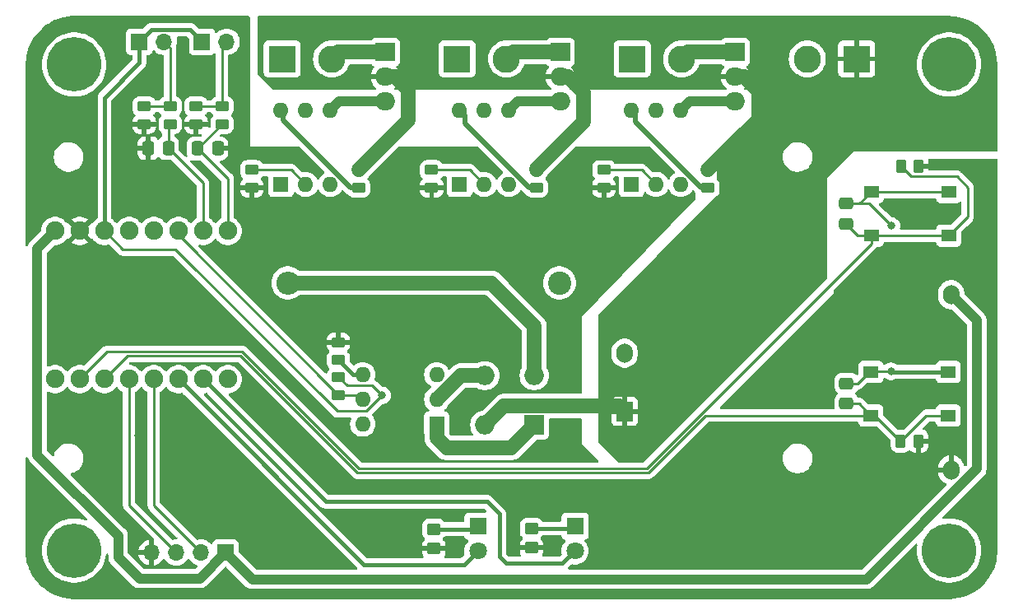
<source format=gbr>
%TF.GenerationSoftware,KiCad,Pcbnew,8.0.5*%
%TF.CreationDate,2024-10-31T00:03:13+01:00*%
%TF.ProjectId,HotPlate_Soldering,486f7450-6c61-4746-955f-536f6c646572,rev?*%
%TF.SameCoordinates,Original*%
%TF.FileFunction,Copper,L1,Top*%
%TF.FilePolarity,Positive*%
%FSLAX46Y46*%
G04 Gerber Fmt 4.6, Leading zero omitted, Abs format (unit mm)*
G04 Created by KiCad (PCBNEW 8.0.5) date 2024-10-31 00:03:13*
%MOMM*%
%LPD*%
G01*
G04 APERTURE LIST*
G04 Aperture macros list*
%AMRoundRect*
0 Rectangle with rounded corners*
0 $1 Rounding radius*
0 $2 $3 $4 $5 $6 $7 $8 $9 X,Y pos of 4 corners*
0 Add a 4 corners polygon primitive as box body*
4,1,4,$2,$3,$4,$5,$6,$7,$8,$9,$2,$3,0*
0 Add four circle primitives for the rounded corners*
1,1,$1+$1,$2,$3*
1,1,$1+$1,$4,$5*
1,1,$1+$1,$6,$7*
1,1,$1+$1,$8,$9*
0 Add four rect primitives between the rounded corners*
20,1,$1+$1,$2,$3,$4,$5,0*
20,1,$1+$1,$4,$5,$6,$7,0*
20,1,$1+$1,$6,$7,$8,$9,0*
20,1,$1+$1,$8,$9,$2,$3,0*%
G04 Aperture macros list end*
%TA.AperFunction,SMDPad,CuDef*%
%ADD10RoundRect,0.250000X-0.450000X0.262500X-0.450000X-0.262500X0.450000X-0.262500X0.450000X0.262500X0*%
%TD*%
%TA.AperFunction,SMDPad,CuDef*%
%ADD11RoundRect,0.250000X0.450000X-0.262500X0.450000X0.262500X-0.450000X0.262500X-0.450000X-0.262500X0*%
%TD*%
%TA.AperFunction,ComponentPad*%
%ADD12O,2.400000X2.400000*%
%TD*%
%TA.AperFunction,ComponentPad*%
%ADD13C,2.400000*%
%TD*%
%TA.AperFunction,ComponentPad*%
%ADD14O,1.700000X2.000000*%
%TD*%
%TA.AperFunction,ComponentPad*%
%ADD15R,1.700000X2.000000*%
%TD*%
%TA.AperFunction,SMDPad,CuDef*%
%ADD16RoundRect,0.250000X0.337500X0.475000X-0.337500X0.475000X-0.337500X-0.475000X0.337500X-0.475000X0*%
%TD*%
%TA.AperFunction,SMDPad,CuDef*%
%ADD17RoundRect,0.250000X-0.262500X-0.450000X0.262500X-0.450000X0.262500X0.450000X-0.262500X0.450000X0*%
%TD*%
%TA.AperFunction,SMDPad,CuDef*%
%ADD18RoundRect,0.250000X0.475000X-0.337500X0.475000X0.337500X-0.475000X0.337500X-0.475000X-0.337500X0*%
%TD*%
%TA.AperFunction,SMDPad,CuDef*%
%ADD19RoundRect,0.250000X-0.337500X-0.475000X0.337500X-0.475000X0.337500X0.475000X-0.337500X0.475000X0*%
%TD*%
%TA.AperFunction,ComponentPad*%
%ADD20C,5.600000*%
%TD*%
%TA.AperFunction,ComponentPad*%
%ADD21R,2.000000X2.000000*%
%TD*%
%TA.AperFunction,ComponentPad*%
%ADD22O,2.000000X2.000000*%
%TD*%
%TA.AperFunction,ComponentPad*%
%ADD23O,2.000000X1.905000*%
%TD*%
%TA.AperFunction,ComponentPad*%
%ADD24R,2.000000X1.905000*%
%TD*%
%TA.AperFunction,ComponentPad*%
%ADD25C,1.800000*%
%TD*%
%TA.AperFunction,ComponentPad*%
%ADD26R,1.800000X1.800000*%
%TD*%
%TA.AperFunction,ComponentPad*%
%ADD27O,1.700000X1.700000*%
%TD*%
%TA.AperFunction,ComponentPad*%
%ADD28R,1.700000X1.700000*%
%TD*%
%TA.AperFunction,ComponentPad*%
%ADD29C,1.905000*%
%TD*%
%TA.AperFunction,SMDPad,CuDef*%
%ADD30RoundRect,0.250000X0.450000X-0.350000X0.450000X0.350000X-0.450000X0.350000X-0.450000X-0.350000X0*%
%TD*%
%TA.AperFunction,ComponentPad*%
%ADD31C,2.800000*%
%TD*%
%TA.AperFunction,ComponentPad*%
%ADD32R,2.800000X2.800000*%
%TD*%
%TA.AperFunction,SMDPad,CuDef*%
%ADD33R,1.550000X1.300000*%
%TD*%
%TA.AperFunction,ComponentPad*%
%ADD34O,1.600000X1.600000*%
%TD*%
%TA.AperFunction,ComponentPad*%
%ADD35R,1.600000X1.600000*%
%TD*%
%TA.AperFunction,ViaPad*%
%ADD36C,0.800000*%
%TD*%
%TA.AperFunction,Conductor*%
%ADD37C,0.400000*%
%TD*%
%TA.AperFunction,Conductor*%
%ADD38C,0.250000*%
%TD*%
%TA.AperFunction,Conductor*%
%ADD39C,1.000000*%
%TD*%
%TA.AperFunction,Conductor*%
%ADD40C,1.500000*%
%TD*%
%TA.AperFunction,Conductor*%
%ADD41C,0.500000*%
%TD*%
G04 APERTURE END LIST*
D10*
%TO.P,R3,1*%
%TO.N,GND*%
X101675000Y-117137500D03*
%TO.P,R3,2*%
%TO.N,Net-(R3-Pad2)*%
X101675000Y-118962500D03*
%TD*%
D11*
%TO.P,R2,2*%
%TO.N,+3.3V*%
X101700000Y-120737500D03*
%TO.P,R2,1*%
%TO.N,Zero_Cross_pin*%
X101700000Y-122562500D03*
%TD*%
D12*
%TO.P,R1,2*%
%TO.N,Net-(D1-Pad2)*%
X96480000Y-111025000D03*
D13*
%TO.P,R1,1*%
%TO.N,NEUT*%
X124420000Y-111025000D03*
%TD*%
D14*
%TO.P,PS1,4,+Vout*%
%TO.N,+5V*%
X164725000Y-112250000D03*
%TO.P,PS1,3,-Vout*%
%TO.N,GND*%
X164725000Y-130250000D03*
%TO.P,PS1,2,AC/N*%
%TO.N,NEUT*%
X131125000Y-118250000D03*
D15*
%TO.P,PS1,1,AC/L*%
%TO.N,LINE*%
X131125000Y-124250000D03*
%TD*%
D16*
%TO.P,C6,2*%
%TO.N,NTC_1*%
X87187500Y-97200000D03*
%TO.P,C6,1*%
%TO.N,GND*%
X89262500Y-97200000D03*
%TD*%
D17*
%TO.P,R17,2*%
%TO.N,GND*%
X161350000Y-127300000D03*
%TO.P,R17,1*%
%TO.N,Button_2*%
X159525000Y-127300000D03*
%TD*%
D18*
%TO.P,C2,2*%
%TO.N,+3.3V*%
X153937500Y-121362500D03*
%TO.P,C2,1*%
%TO.N,Button_2*%
X153937500Y-123437500D03*
%TD*%
D19*
%TO.P,C1,2*%
%TO.N,NTC_2*%
X84187500Y-97175000D03*
%TO.P,C1,1*%
%TO.N,GND*%
X82112500Y-97175000D03*
%TD*%
D20*
%TO.P,REF\u002A\u002A,1*%
%TO.N,N/C*%
X74500000Y-88575062D03*
%TD*%
D21*
%TO.P,D1,1,+*%
%TO.N,Net-(D1-+)*%
X121825000Y-125645000D03*
D22*
%TO.P,D1,2*%
%TO.N,Net-(D1-Pad2)*%
X121825000Y-120565000D03*
%TO.P,D1,3,-*%
%TO.N,GNDD*%
X116745000Y-120565000D03*
%TO.P,D1,4*%
%TO.N,LINE*%
X116745000Y-125645000D03*
%TD*%
D11*
%TO.P,R9,2*%
%TO.N,LINE*%
X122050000Y-99387500D03*
%TO.P,R9,1*%
%TO.N,Net-(R9-Pad1)*%
X122050000Y-101212500D03*
%TD*%
D20*
%TO.P,,1*%
%TO.N,N/C*%
X164500000Y-88575000D03*
%TD*%
D23*
%TO.P,Q1,3,G*%
%TO.N,Net-(Q1-G)*%
X106500000Y-92380000D03*
%TO.P,Q1,2,A2*%
%TO.N,LINE*%
X106500000Y-89840000D03*
D24*
%TO.P,Q1,1,A1*%
%TO.N,Net-(J3-Pin_2)*%
X106500000Y-87300000D03*
%TD*%
D10*
%TO.P,R6,2*%
%TO.N,GND*%
X92775000Y-101237500D03*
%TO.P,R6,1*%
%TO.N,Net-(R6-Pad1)*%
X92775000Y-99412500D03*
%TD*%
D25*
%TO.P,D2,2,A*%
%TO.N,LED_1*%
X116026191Y-138589187D03*
D26*
%TO.P,D2,1,K*%
%TO.N,Net-(D2-K)*%
X116026191Y-136049187D03*
%TD*%
D27*
%TO.P,J1,2,Pin_2*%
%TO.N,Net-(J1-Pin_2)*%
X90190000Y-86225000D03*
D28*
%TO.P,J1,1,Pin_1*%
%TO.N,+3.3V*%
X87650000Y-86225000D03*
%TD*%
D27*
%TO.P,J7,4,Pin_4*%
%TO.N,GND*%
X82455000Y-138750000D03*
%TO.P,J7,3,Pin_3*%
%TO.N,SDA*%
X84995000Y-138750000D03*
%TO.P,J7,2,Pin_2*%
%TO.N,SCL*%
X87535000Y-138750000D03*
D28*
%TO.P,J7,1,Pin_1*%
%TO.N,+5V*%
X90075000Y-138750000D03*
%TD*%
D11*
%TO.P,R13,2*%
%TO.N,LINE*%
X139695000Y-99417500D03*
%TO.P,R13,1*%
%TO.N,Net-(R13-Pad1)*%
X139695000Y-101242500D03*
%TD*%
D29*
%TO.P,U2,G,GND*%
%TO.N,GND*%
X75065000Y-105680000D03*
%TO.P,U2,21,GPIO21*%
%TO.N,unconnected-(U2-GPIO21-Pad21)*%
X90305000Y-120920000D03*
%TO.P,U2,20,GPIO20*%
%TO.N,LED_2*%
X87765000Y-120920000D03*
%TO.P,U2,10,GPIO10*%
%TO.N,LED_1*%
X85225000Y-120920000D03*
%TO.P,U2,9,GPIO9*%
%TO.N,SCL*%
X82685000Y-120920000D03*
%TO.P,U2,8,GPIO8*%
%TO.N,SDA*%
X80145000Y-120920000D03*
%TO.P,U2,7,GPIO7*%
%TO.N,Button_2*%
X77605000Y-120920000D03*
%TO.P,U2,6,GPIO6*%
%TO.N,Button_1*%
X75065000Y-120920000D03*
%TO.P,U2,5V,5V*%
%TO.N,+5V*%
X72525000Y-105680000D03*
%TO.P,U2,5,GPIO5*%
%TO.N,Cera_3*%
X72525000Y-120920000D03*
%TO.P,U2,4,GPIO4*%
%TO.N,Cera_2*%
X80145000Y-105680000D03*
%TO.P,U2,3.3,3V3*%
%TO.N,+3.3V*%
X77605000Y-105680000D03*
%TO.P,U2,3,GPIO3*%
%TO.N,Cera_1*%
X82685000Y-105680000D03*
%TO.P,U2,2,GPIO2*%
%TO.N,Zero_Cross_pin*%
X85225000Y-105680000D03*
%TO.P,U2,1,GPIO1*%
%TO.N,NTC_2*%
X87765000Y-105680000D03*
%TO.P,U2,0,GPIO0*%
%TO.N,NTC_1*%
X90305000Y-105680000D03*
%TD*%
D30*
%TO.P,R19,2*%
%TO.N,Net-(D2-K)*%
X111501191Y-136349187D03*
%TO.P,R19,1*%
%TO.N,GND*%
X111501191Y-138349187D03*
%TD*%
D31*
%TO.P,J4,2,Pin_2*%
%TO.N,Net-(J4-Pin_2)*%
X118980000Y-87990000D03*
D32*
%TO.P,J4,1,Pin_1*%
%TO.N,NEUT*%
X113900000Y-87990000D03*
%TD*%
D31*
%TO.P,J6,2,Pin_2*%
%TO.N,NEUT*%
X149920000Y-87990000D03*
D32*
%TO.P,J6,1,Pin_1*%
%TO.N,LINE*%
X155000000Y-87990000D03*
%TD*%
D20*
%TO.P,,1*%
%TO.N,N/C*%
X164500000Y-138550062D03*
%TD*%
%TO.P,,1*%
%TO.N,N/C*%
X74500000Y-138550062D03*
%TD*%
D17*
%TO.P,R21,2*%
%TO.N,GND*%
X161362500Y-99025000D03*
%TO.P,R21,1*%
%TO.N,Button_1*%
X159537500Y-99025000D03*
%TD*%
D33*
%TO.P,SW1,2,2*%
%TO.N,Button_1*%
X164455000Y-106175000D03*
X156495000Y-106175000D03*
%TO.P,SW1,1,1*%
%TO.N,+3.3V*%
X164455000Y-101675000D03*
X156495000Y-101675000D03*
%TD*%
D23*
%TO.P,Q2,3,G*%
%TO.N,Net-(Q2-G)*%
X124500000Y-92380000D03*
%TO.P,Q2,2,A2*%
%TO.N,LINE*%
X124500000Y-89840000D03*
D24*
%TO.P,Q2,1,A1*%
%TO.N,Net-(J4-Pin_2)*%
X124500000Y-87300000D03*
%TD*%
D30*
%TO.P,R20,1*%
%TO.N,GND*%
X121551191Y-138274187D03*
%TO.P,R20,2*%
%TO.N,Net-(D3-K)*%
X121551191Y-136274187D03*
%TD*%
D10*
%TO.P,R5,2*%
%TO.N,GND*%
X81716668Y-94687500D03*
%TO.P,R5,1*%
%TO.N,Net-(J2-Pin_2)*%
X81716668Y-92862500D03*
%TD*%
D26*
%TO.P,D3,1,K*%
%TO.N,Net-(D3-K)*%
X126026191Y-136049187D03*
D25*
%TO.P,D3,2,A*%
%TO.N,LED_2*%
X126026191Y-138589187D03*
%TD*%
D31*
%TO.P,J3,2,Pin_2*%
%TO.N,Net-(J3-Pin_2)*%
X100980000Y-87990000D03*
D32*
%TO.P,J3,1,Pin_1*%
%TO.N,NEUT*%
X95900000Y-87990000D03*
%TD*%
D34*
%TO.P,U3,6*%
%TO.N,Net-(R7-Pad1)*%
X95775000Y-93280000D03*
%TO.P,U3,5,NC*%
%TO.N,unconnected-(U3-NC-Pad5)*%
X98315000Y-93280000D03*
%TO.P,U3,4*%
%TO.N,Net-(Q1-G)*%
X100855000Y-93280000D03*
%TO.P,U3,3,NC*%
%TO.N,unconnected-(U3-NC-Pad3)*%
X100855000Y-100900000D03*
%TO.P,U3,2*%
%TO.N,Net-(R6-Pad1)*%
X98315000Y-100900000D03*
D35*
%TO.P,U3,1*%
%TO.N,Cera_1*%
X95775000Y-100900000D03*
%TD*%
D27*
%TO.P,J2,2,Pin_2*%
%TO.N,Net-(J2-Pin_2)*%
X83740000Y-86225000D03*
D28*
%TO.P,J2,1,Pin_1*%
%TO.N,+3.3V*%
X81200000Y-86225000D03*
%TD*%
D10*
%TO.P,R8,2*%
%TO.N,GND*%
X111275000Y-101237500D03*
%TO.P,R8,1*%
%TO.N,Net-(R8-Pad1)*%
X111275000Y-99412500D03*
%TD*%
D33*
%TO.P,SW3,2,2*%
%TO.N,Button_2*%
X164417500Y-124675000D03*
X156457500Y-124675000D03*
%TO.P,SW3,1,1*%
%TO.N,+3.3V*%
X164417500Y-120175000D03*
X156457500Y-120175000D03*
%TD*%
D23*
%TO.P,Q3,3,G*%
%TO.N,Net-(Q3-G)*%
X142500000Y-92380000D03*
%TO.P,Q3,2,A2*%
%TO.N,LINE*%
X142500000Y-89840000D03*
D24*
%TO.P,Q3,1,A1*%
%TO.N,Net-(J5-Pin_2)*%
X142500000Y-87300000D03*
%TD*%
D10*
%TO.P,R11,2*%
%TO.N,GND*%
X128995000Y-101242500D03*
%TO.P,R11,1*%
%TO.N,Net-(R11-Pad1)*%
X128995000Y-99417500D03*
%TD*%
D34*
%TO.P,U4,6*%
%TO.N,Net-(R9-Pad1)*%
X114150000Y-93280000D03*
%TO.P,U4,5,NC*%
%TO.N,unconnected-(U4-NC-Pad5)*%
X116690000Y-93280000D03*
%TO.P,U4,4*%
%TO.N,Net-(Q2-G)*%
X119230000Y-93280000D03*
%TO.P,U4,3,NC*%
%TO.N,unconnected-(U4-NC-Pad3)*%
X119230000Y-100900000D03*
%TO.P,U4,2*%
%TO.N,Net-(R8-Pad1)*%
X116690000Y-100900000D03*
D35*
%TO.P,U4,1*%
%TO.N,Cera_2*%
X114150000Y-100900000D03*
%TD*%
D31*
%TO.P,J5,2,Pin_2*%
%TO.N,Net-(J5-Pin_2)*%
X136980000Y-87990000D03*
D32*
%TO.P,J5,1,Pin_1*%
%TO.N,NEUT*%
X131900000Y-87990000D03*
%TD*%
D10*
%TO.P,R4,2*%
%TO.N,GND*%
X87050000Y-94687500D03*
%TO.P,R4,1*%
%TO.N,Net-(J1-Pin_2)*%
X87050000Y-92862500D03*
%TD*%
D11*
%TO.P,R15,2*%
%TO.N,Net-(J1-Pin_2)*%
X89716668Y-92862500D03*
%TO.P,R15,1*%
%TO.N,NTC_1*%
X89716668Y-94687500D03*
%TD*%
D18*
%TO.P,C7,2*%
%TO.N,+3.3V*%
X153900000Y-102887500D03*
%TO.P,C7,1*%
%TO.N,Button_1*%
X153900000Y-104962500D03*
%TD*%
D34*
%TO.P,U1,6*%
%TO.N,unconnected-(U1-Pad6)*%
X104180000Y-125550000D03*
%TO.P,U1,5*%
%TO.N,Zero_Cross_pin*%
X104180000Y-123010000D03*
%TO.P,U1,4*%
%TO.N,Net-(R3-Pad2)*%
X104180000Y-120470000D03*
%TO.P,U1,3,NC*%
%TO.N,unconnected-(U1-NC-Pad3)*%
X111800000Y-120470000D03*
%TO.P,U1,2*%
%TO.N,GNDD*%
X111800000Y-123010000D03*
D35*
%TO.P,U1,1*%
%TO.N,Net-(D1-+)*%
X111800000Y-125550000D03*
%TD*%
D11*
%TO.P,R7,2*%
%TO.N,LINE*%
X103750000Y-99412500D03*
%TO.P,R7,1*%
%TO.N,Net-(R7-Pad1)*%
X103750000Y-101237500D03*
%TD*%
D34*
%TO.P,U5,6*%
%TO.N,Net-(R13-Pad1)*%
X131825000Y-93275000D03*
%TO.P,U5,5,NC*%
%TO.N,unconnected-(U5-NC-Pad5)*%
X134365000Y-93275000D03*
%TO.P,U5,4*%
%TO.N,Net-(Q3-G)*%
X136905000Y-93275000D03*
%TO.P,U5,3,NC*%
%TO.N,unconnected-(U5-NC-Pad3)*%
X136905000Y-100895000D03*
%TO.P,U5,2*%
%TO.N,Net-(R11-Pad1)*%
X134365000Y-100895000D03*
D35*
%TO.P,U5,1*%
%TO.N,Cera_3*%
X131825000Y-100895000D03*
%TD*%
D11*
%TO.P,R16,2*%
%TO.N,Net-(J2-Pin_2)*%
X84383334Y-92862500D03*
%TO.P,R16,1*%
%TO.N,NTC_2*%
X84383334Y-94687500D03*
%TD*%
D36*
%TO.N,GND*%
X125775000Y-98750000D03*
X133191187Y-97797588D03*
X96800000Y-97800000D03*
X108600000Y-98375000D03*
X91400000Y-97100000D03*
X89025000Y-101400000D03*
X86500000Y-89375000D03*
X72879728Y-93413995D03*
X160475000Y-103925000D03*
X167625000Y-99775000D03*
X167725000Y-105475000D03*
X104700000Y-116450000D03*
X132175000Y-106050000D03*
X116775000Y-106075000D03*
X101675000Y-105800000D03*
X75100000Y-101925000D03*
X81275000Y-101175000D03*
X76125000Y-110525000D03*
X86000000Y-113975000D03*
X72500000Y-133900000D03*
X76350000Y-126225000D03*
X81125000Y-126700000D03*
X87225000Y-128825000D03*
X98600000Y-128850000D03*
X96875000Y-137225000D03*
X106575000Y-136600000D03*
X142482045Y-128093914D03*
X148950000Y-119250000D03*
X160500000Y-114675000D03*
X155325000Y-129725000D03*
X154125000Y-137250000D03*
X136250000Y-137325000D03*
X145825000Y-137350000D03*
%TO.N,+3.3V*%
X158525000Y-120125000D03*
X106175000Y-122600000D03*
X158575000Y-105175000D03*
%TD*%
D37*
%TO.N,Net-(R3-Pad2)*%
X103182500Y-120470000D02*
X101675000Y-118962500D01*
X104180000Y-120470000D02*
X103182500Y-120470000D01*
%TO.N,GND*%
X161362500Y-99025000D02*
X166875000Y-99025000D01*
X166875000Y-99025000D02*
X167625000Y-99775000D01*
X91300000Y-97200000D02*
X91400000Y-97100000D01*
X89262500Y-97200000D02*
X91300000Y-97200000D01*
%TO.N,LED_2*%
X116950000Y-133525000D02*
X100370000Y-133525000D01*
X118225000Y-134800000D02*
X116950000Y-133525000D01*
X118964187Y-139889187D02*
X118225000Y-139150000D01*
X124726191Y-139889187D02*
X118964187Y-139889187D01*
X126026191Y-138589187D02*
X124726191Y-139889187D01*
X118225000Y-139150000D02*
X118225000Y-134800000D01*
X100370000Y-133525000D02*
X87765000Y-120920000D01*
%TO.N,LED_1*%
X104305000Y-140000000D02*
X114615378Y-140000000D01*
X114615378Y-140000000D02*
X116026191Y-138589187D01*
X85225000Y-120920000D02*
X104305000Y-140000000D01*
%TO.N,Net-(D3-K)*%
X125801191Y-136274187D02*
X126026191Y-136049187D01*
X121551191Y-136274187D02*
X125801191Y-136274187D01*
%TO.N,Net-(D2-K)*%
X115726191Y-136349187D02*
X116026191Y-136049187D01*
X111501191Y-136349187D02*
X115726191Y-136349187D01*
%TO.N,+3.3V*%
X158575000Y-120175000D02*
X158525000Y-120125000D01*
X164417500Y-120175000D02*
X158575000Y-120175000D01*
D38*
X156275000Y-120175000D02*
X155087500Y-121362500D01*
X155087500Y-121362500D02*
X153937500Y-121362500D01*
X156457500Y-120175000D02*
X156275000Y-120175000D01*
X156507500Y-120125000D02*
X156457500Y-120175000D01*
X158525000Y-120125000D02*
X156507500Y-120125000D01*
X102557500Y-121595000D02*
X101700000Y-120737500D01*
X105170000Y-121595000D02*
X102557500Y-121595000D01*
X106175000Y-122600000D02*
X105170000Y-121595000D01*
%TO.N,Zero_Cross_pin*%
X85225000Y-106087500D02*
X85225000Y-105680000D01*
X101700000Y-122562500D02*
X85225000Y-106087500D01*
X103732500Y-122562500D02*
X104180000Y-123010000D01*
X101700000Y-122562500D02*
X103732500Y-122562500D01*
%TO.N,+3.3V*%
X156287500Y-102887500D02*
X158575000Y-105175000D01*
X153900000Y-102887500D02*
X156287500Y-102887500D01*
D39*
%TO.N,+5V*%
X167375000Y-114900000D02*
X164725000Y-112250000D01*
X167375000Y-130125000D02*
X167375000Y-114900000D01*
X92825000Y-141500000D02*
X156000000Y-141500000D01*
X156000000Y-141500000D02*
X167375000Y-130125000D01*
X90075000Y-138750000D02*
X92825000Y-141500000D01*
X87400000Y-141425000D02*
X90075000Y-138750000D01*
X79025000Y-139225000D02*
X81225000Y-141425000D01*
X79025000Y-137051102D02*
X79025000Y-139225000D01*
X70700000Y-128726102D02*
X79025000Y-137051102D01*
X81225000Y-141425000D02*
X87400000Y-141425000D01*
X70700000Y-107505000D02*
X70700000Y-128726102D01*
X72525000Y-105680000D02*
X70700000Y-107505000D01*
D40*
%TO.N,Net-(D1-+)*%
X111800000Y-126975000D02*
X111800000Y-125550000D01*
X112825000Y-128000000D02*
X111800000Y-126975000D01*
X119470000Y-128000000D02*
X112825000Y-128000000D01*
X121825000Y-125645000D02*
X119470000Y-128000000D01*
%TO.N,GNDD*%
X114245000Y-120565000D02*
X111800000Y-123010000D01*
X116745000Y-120565000D02*
X114245000Y-120565000D01*
%TO.N,Net-(D1-Pad2)*%
X117425000Y-111025000D02*
X121825000Y-115425000D01*
X96480000Y-111025000D02*
X117425000Y-111025000D01*
X121825000Y-115425000D02*
X121825000Y-120565000D01*
%TO.N,LINE*%
X118695000Y-123695000D02*
X116745000Y-125645000D01*
X131125000Y-124250000D02*
X130570000Y-123695000D01*
X130570000Y-123695000D02*
X118695000Y-123695000D01*
D38*
%TO.N,Button_2*%
X91613604Y-118550000D02*
X79975000Y-118550000D01*
X103638604Y-130575000D02*
X91613604Y-118550000D01*
X133561396Y-130575000D02*
X103638604Y-130575000D01*
X139461396Y-124675000D02*
X133561396Y-130575000D01*
X156457500Y-124675000D02*
X139461396Y-124675000D01*
X79975000Y-118550000D02*
X77605000Y-120920000D01*
%TO.N,Button_1*%
X133375000Y-130125000D02*
X156495000Y-107005000D01*
X103825000Y-130125000D02*
X133375000Y-130125000D01*
X77885000Y-118100000D02*
X91800000Y-118100000D01*
X156495000Y-107005000D02*
X156495000Y-106175000D01*
X91800000Y-118100000D02*
X103825000Y-130125000D01*
X75065000Y-120920000D02*
X77885000Y-118100000D01*
D40*
%TO.N,LINE*%
X143415000Y-89840000D02*
X142500000Y-89840000D01*
X144900000Y-94200000D02*
X144900000Y-91325000D01*
X139695000Y-99405000D02*
X144900000Y-94200000D01*
X139695000Y-99417500D02*
X139695000Y-99405000D01*
X144900000Y-91325000D02*
X143415000Y-89840000D01*
X126900000Y-91425000D02*
X125315000Y-89840000D01*
X122050000Y-99275000D02*
X126900000Y-94425000D01*
X125315000Y-89840000D02*
X124500000Y-89840000D01*
X122050000Y-99387500D02*
X122050000Y-99275000D01*
X126900000Y-94425000D02*
X126900000Y-91425000D01*
X108825000Y-91125000D02*
X107540000Y-89840000D01*
X108825000Y-94325000D02*
X108825000Y-91125000D01*
X107540000Y-89840000D02*
X106500000Y-89840000D01*
X103750000Y-99400000D02*
X108825000Y-94325000D01*
X103750000Y-99412500D02*
X103750000Y-99400000D01*
D41*
%TO.N,Net-(R13-Pad1)*%
X132225000Y-93675000D02*
X131825000Y-93275000D01*
X132425000Y-94625000D02*
X132225000Y-94425000D01*
X132425000Y-94647233D02*
X132425000Y-94625000D01*
X139020267Y-101242500D02*
X132425000Y-94647233D01*
X139695000Y-101242500D02*
X139020267Y-101242500D01*
X132225000Y-94425000D02*
X132225000Y-93675000D01*
%TO.N,Net-(R9-Pad1)*%
X114675000Y-93805000D02*
X114150000Y-93280000D01*
X114697767Y-94600000D02*
X114675000Y-94600000D01*
X121310267Y-101212500D02*
X114697767Y-94600000D01*
X114675000Y-94600000D02*
X114675000Y-93805000D01*
X122050000Y-101212500D02*
X121310267Y-101212500D01*
%TO.N,Net-(R7-Pad1)*%
X96025000Y-93530000D02*
X95775000Y-93280000D01*
X96025000Y-94302233D02*
X96025000Y-93530000D01*
X102960267Y-101237500D02*
X96025000Y-94302233D01*
X103750000Y-101237500D02*
X102960267Y-101237500D01*
D37*
%TO.N,+3.3V*%
X86400000Y-84975000D02*
X87650000Y-86225000D01*
X82450000Y-84975000D02*
X86400000Y-84975000D01*
X81200000Y-86225000D02*
X82450000Y-84975000D01*
X77605000Y-91970000D02*
X81200000Y-88375000D01*
X81200000Y-88375000D02*
X81200000Y-86225000D01*
X77605000Y-105680000D02*
X77605000Y-91970000D01*
D38*
%TO.N,Button_2*%
X162150000Y-124675000D02*
X164417500Y-124675000D01*
X159525000Y-127300000D02*
X162150000Y-124675000D01*
X156900000Y-124675000D02*
X156457500Y-124675000D01*
X159525000Y-127300000D02*
X156900000Y-124675000D01*
X155220000Y-123437500D02*
X156457500Y-124675000D01*
X153937500Y-123437500D02*
X155220000Y-123437500D01*
%TO.N,SDA*%
X80145000Y-120920000D02*
X80145000Y-133900000D01*
X80145000Y-133900000D02*
X84995000Y-138750000D01*
%TO.N,SCL*%
X82685000Y-133900000D02*
X87535000Y-138750000D01*
X82685000Y-120920000D02*
X82685000Y-133900000D01*
D39*
%TO.N,Net-(Q3-G)*%
X137800000Y-92380000D02*
X136905000Y-93275000D01*
X142500000Y-92380000D02*
X137800000Y-92380000D01*
%TO.N,Net-(Q2-G)*%
X120130000Y-92380000D02*
X119230000Y-93280000D01*
X124500000Y-92380000D02*
X120130000Y-92380000D01*
%TO.N,Net-(Q1-G)*%
X101755000Y-92380000D02*
X100855000Y-93280000D01*
X106500000Y-92380000D02*
X101755000Y-92380000D01*
D40*
%TO.N,Net-(J5-Pin_2)*%
X137670000Y-87300000D02*
X136980000Y-87990000D01*
X142500000Y-87300000D02*
X137670000Y-87300000D01*
%TO.N,Net-(J4-Pin_2)*%
X119670000Y-87300000D02*
X118980000Y-87990000D01*
X124500000Y-87300000D02*
X119670000Y-87300000D01*
%TO.N,Net-(J3-Pin_2)*%
X101670000Y-87300000D02*
X100980000Y-87990000D01*
X106500000Y-87300000D02*
X101670000Y-87300000D01*
D38*
%TO.N,Net-(R11-Pad1)*%
X132887500Y-99417500D02*
X134365000Y-100895000D01*
X128995000Y-99417500D02*
X132887500Y-99417500D01*
%TO.N,Net-(R8-Pad1)*%
X115202500Y-99412500D02*
X116690000Y-100900000D01*
X111275000Y-99412500D02*
X115202500Y-99412500D01*
%TO.N,Net-(R6-Pad1)*%
X96827500Y-99412500D02*
X98315000Y-100900000D01*
X92775000Y-99412500D02*
X96827500Y-99412500D01*
%TO.N,Net-(J2-Pin_2)*%
X84383334Y-86868334D02*
X83740000Y-86225000D01*
X84383334Y-92862500D02*
X84383334Y-86868334D01*
X84383334Y-92862500D02*
X81716668Y-92862500D01*
%TO.N,Net-(J1-Pin_2)*%
X89716668Y-86698332D02*
X90190000Y-86225000D01*
X89716668Y-92862500D02*
X89716668Y-86698332D01*
X87050000Y-92862500D02*
X89716668Y-92862500D01*
%TO.N,NTC_1*%
X87204168Y-97200000D02*
X89716668Y-94687500D01*
X87187500Y-97200000D02*
X87204168Y-97200000D01*
%TO.N,NTC_2*%
X84187500Y-94883334D02*
X84383334Y-94687500D01*
X84187500Y-97175000D02*
X84187500Y-94883334D01*
X87765000Y-100752500D02*
X84187500Y-97175000D01*
X87765000Y-105680000D02*
X87765000Y-100752500D01*
%TO.N,NTC_1*%
X90305000Y-100317500D02*
X87187500Y-97200000D01*
X90305000Y-105680000D02*
X90305000Y-100317500D01*
%TO.N,+3.3V*%
X155282500Y-102887500D02*
X156495000Y-101675000D01*
X153900000Y-102887500D02*
X155282500Y-102887500D01*
X156495000Y-101675000D02*
X164455000Y-101675000D01*
%TO.N,Button_1*%
X166425000Y-101200000D02*
X166425000Y-104205000D01*
X159537500Y-99025000D02*
X160587500Y-100075000D01*
X160587500Y-100075000D02*
X165300000Y-100075000D01*
X165300000Y-100075000D02*
X166425000Y-101200000D01*
X166425000Y-104205000D02*
X164455000Y-106175000D01*
X164455000Y-106175000D02*
X156495000Y-106175000D01*
X156495000Y-106175000D02*
X155112500Y-106175000D01*
X155112500Y-106175000D02*
X153900000Y-104962500D01*
%TO.N,+3.3V*%
X106175000Y-122600000D02*
X106175000Y-122605991D01*
X104555991Y-124225000D02*
X101550000Y-124225000D01*
X106175000Y-122605991D02*
X104555991Y-124225000D01*
X101550000Y-124225000D02*
X84925000Y-107600000D01*
X84925000Y-107600000D02*
X79525000Y-107600000D01*
X79525000Y-107600000D02*
X77605000Y-105680000D01*
%TD*%
%TA.AperFunction,Conductor*%
%TO.N,LINE*%
G36*
X145600000Y-91200000D02*
G01*
X143528393Y-91200000D01*
X143461354Y-91180315D01*
X143415599Y-91127511D01*
X143405655Y-91058353D01*
X143434680Y-90994797D01*
X143455508Y-90975682D01*
X143493736Y-90947907D01*
X143493742Y-90947902D01*
X143655402Y-90786242D01*
X143789788Y-90601276D01*
X143893582Y-90397570D01*
X143964234Y-90180128D01*
X143978509Y-90090000D01*
X142990748Y-90090000D01*
X143012518Y-90052292D01*
X143050000Y-89912409D01*
X143050000Y-89767591D01*
X143012518Y-89627708D01*
X142990748Y-89590000D01*
X143978509Y-89590000D01*
X143964234Y-89499871D01*
X143893582Y-89282429D01*
X143789788Y-89078723D01*
X143656988Y-88895940D01*
X143633508Y-88830133D01*
X143649333Y-88762079D01*
X143699439Y-88713384D01*
X143713966Y-88706875D01*
X143742331Y-88696296D01*
X143857546Y-88610046D01*
X143943796Y-88494831D01*
X143994091Y-88359983D01*
X144000500Y-88300373D01*
X144000499Y-86299628D01*
X143994091Y-86240017D01*
X143991270Y-86232454D01*
X143943797Y-86105171D01*
X143943793Y-86105164D01*
X143857547Y-85989955D01*
X143857544Y-85989952D01*
X143742335Y-85903706D01*
X143742328Y-85903702D01*
X143607482Y-85853408D01*
X143607483Y-85853408D01*
X143547883Y-85847001D01*
X143547881Y-85847000D01*
X143547873Y-85847000D01*
X143547864Y-85847000D01*
X141452129Y-85847000D01*
X141452123Y-85847001D01*
X141392516Y-85853408D01*
X141257671Y-85903702D01*
X141257664Y-85903706D01*
X141142455Y-85989952D01*
X141142454Y-85989953D01*
X141135076Y-85999810D01*
X141079143Y-86041682D01*
X141035809Y-86049500D01*
X137571578Y-86049500D01*
X137377176Y-86080290D01*
X137377175Y-86080290D01*
X137329106Y-86095909D01*
X137329101Y-86095911D01*
X137314757Y-86100571D01*
X137255713Y-86103530D01*
X137255550Y-86104670D01*
X137251160Y-86104039D01*
X136980001Y-86084645D01*
X136979999Y-86084645D01*
X136708839Y-86104039D01*
X136708832Y-86104040D01*
X136443206Y-86161823D01*
X136443202Y-86161824D01*
X136443199Y-86161825D01*
X136315843Y-86209326D01*
X136188480Y-86256830D01*
X135949892Y-86387109D01*
X135949891Y-86387110D01*
X135732259Y-86550028D01*
X135732247Y-86550038D01*
X135540038Y-86742247D01*
X135540028Y-86742259D01*
X135377110Y-86959891D01*
X135377109Y-86959892D01*
X135246830Y-87198480D01*
X135205108Y-87310343D01*
X135151825Y-87453199D01*
X135151824Y-87453202D01*
X135151823Y-87453206D01*
X135094040Y-87718832D01*
X135094039Y-87718839D01*
X135074645Y-87989998D01*
X135074645Y-87990001D01*
X135094039Y-88261160D01*
X135094040Y-88261167D01*
X135144870Y-88494831D01*
X135151825Y-88526801D01*
X135215043Y-88696295D01*
X135246830Y-88781519D01*
X135377109Y-89020107D01*
X135377110Y-89020108D01*
X135377113Y-89020113D01*
X135540029Y-89237742D01*
X135540033Y-89237746D01*
X135540038Y-89237752D01*
X135732247Y-89429961D01*
X135732253Y-89429966D01*
X135732258Y-89429971D01*
X135949887Y-89592887D01*
X135949891Y-89592889D01*
X135949892Y-89592890D01*
X136188481Y-89723169D01*
X136188480Y-89723169D01*
X136188484Y-89723170D01*
X136188487Y-89723172D01*
X136443199Y-89818175D01*
X136708840Y-89875961D01*
X136960605Y-89893967D01*
X136979999Y-89895355D01*
X136980000Y-89895355D01*
X136980001Y-89895355D01*
X136998100Y-89894060D01*
X137251160Y-89875961D01*
X137516801Y-89818175D01*
X137771513Y-89723172D01*
X137771517Y-89723169D01*
X137771519Y-89723169D01*
X137976357Y-89611319D01*
X138010113Y-89592887D01*
X138227742Y-89429971D01*
X138419971Y-89237742D01*
X138582887Y-89020113D01*
X138713172Y-88781513D01*
X138769249Y-88631166D01*
X138811121Y-88575232D01*
X138876586Y-88550816D01*
X138885431Y-88550500D01*
X141035809Y-88550500D01*
X141102848Y-88570185D01*
X141135076Y-88600190D01*
X141142454Y-88610046D01*
X141142455Y-88610047D01*
X141257664Y-88696293D01*
X141257667Y-88696295D01*
X141257668Y-88696295D01*
X141257669Y-88696296D01*
X141286025Y-88706872D01*
X141341958Y-88748742D01*
X141366376Y-88814206D01*
X141351525Y-88882479D01*
X141343010Y-88895939D01*
X141210213Y-89078719D01*
X141106417Y-89282429D01*
X141035765Y-89499871D01*
X141021491Y-89590000D01*
X142009252Y-89590000D01*
X141987482Y-89627708D01*
X141950000Y-89767591D01*
X141950000Y-89912409D01*
X141987482Y-90052292D01*
X142009252Y-90090000D01*
X141021491Y-90090000D01*
X141035765Y-90180128D01*
X141106417Y-90397570D01*
X141210211Y-90601276D01*
X141344597Y-90786242D01*
X141506257Y-90947902D01*
X141506263Y-90947907D01*
X141544492Y-90975682D01*
X141587158Y-91031011D01*
X141593137Y-91100625D01*
X141560532Y-91162420D01*
X141499693Y-91196777D01*
X141471607Y-91200000D01*
X139625000Y-91200000D01*
X125541779Y-91190212D01*
X125474753Y-91170481D01*
X125429035Y-91117645D01*
X125419139Y-91048480D01*
X125448209Y-90984944D01*
X125468980Y-90965894D01*
X125493736Y-90947907D01*
X125493742Y-90947902D01*
X125655402Y-90786242D01*
X125789788Y-90601276D01*
X125893582Y-90397570D01*
X125964234Y-90180128D01*
X125978509Y-90090000D01*
X124990748Y-90090000D01*
X125012518Y-90052292D01*
X125050000Y-89912409D01*
X125050000Y-89767591D01*
X125012518Y-89627708D01*
X124990748Y-89590000D01*
X125978509Y-89590000D01*
X125964234Y-89499871D01*
X125893582Y-89282429D01*
X125789788Y-89078723D01*
X125656988Y-88895940D01*
X125633508Y-88830133D01*
X125649333Y-88762079D01*
X125699439Y-88713384D01*
X125713966Y-88706875D01*
X125742331Y-88696296D01*
X125857546Y-88610046D01*
X125943796Y-88494831D01*
X125994091Y-88359983D01*
X126000500Y-88300373D01*
X126000499Y-86542135D01*
X129999500Y-86542135D01*
X129999500Y-89437870D01*
X129999501Y-89437876D01*
X130005908Y-89497483D01*
X130056202Y-89632328D01*
X130056206Y-89632335D01*
X130142452Y-89747544D01*
X130142455Y-89747547D01*
X130257664Y-89833793D01*
X130257671Y-89833797D01*
X130392517Y-89884091D01*
X130392516Y-89884091D01*
X130399444Y-89884835D01*
X130452127Y-89890500D01*
X133347872Y-89890499D01*
X133407483Y-89884091D01*
X133542331Y-89833796D01*
X133657546Y-89747546D01*
X133743796Y-89632331D01*
X133794091Y-89497483D01*
X133800500Y-89437873D01*
X133800499Y-86542128D01*
X133794091Y-86482517D01*
X133743884Y-86347906D01*
X133743797Y-86347671D01*
X133743793Y-86347664D01*
X133657547Y-86232455D01*
X133657544Y-86232452D01*
X133542335Y-86146206D01*
X133542328Y-86146202D01*
X133407482Y-86095908D01*
X133407483Y-86095908D01*
X133347883Y-86089501D01*
X133347881Y-86089500D01*
X133347873Y-86089500D01*
X133347864Y-86089500D01*
X130452129Y-86089500D01*
X130452123Y-86089501D01*
X130392516Y-86095908D01*
X130257671Y-86146202D01*
X130257664Y-86146206D01*
X130142455Y-86232452D01*
X130142452Y-86232455D01*
X130056206Y-86347664D01*
X130056202Y-86347671D01*
X130005908Y-86482517D01*
X129999501Y-86542116D01*
X129999501Y-86542123D01*
X129999500Y-86542135D01*
X126000499Y-86542135D01*
X126000499Y-86299628D01*
X125994091Y-86240017D01*
X125991270Y-86232454D01*
X125943797Y-86105171D01*
X125943793Y-86105164D01*
X125857547Y-85989955D01*
X125857544Y-85989952D01*
X125742335Y-85903706D01*
X125742328Y-85903702D01*
X125607482Y-85853408D01*
X125607483Y-85853408D01*
X125547883Y-85847001D01*
X125547881Y-85847000D01*
X125547873Y-85847000D01*
X125547864Y-85847000D01*
X123452129Y-85847000D01*
X123452123Y-85847001D01*
X123392516Y-85853408D01*
X123257671Y-85903702D01*
X123257664Y-85903706D01*
X123142455Y-85989952D01*
X123142454Y-85989953D01*
X123135076Y-85999810D01*
X123079143Y-86041682D01*
X123035809Y-86049500D01*
X119571578Y-86049500D01*
X119377176Y-86080290D01*
X119377175Y-86080290D01*
X119329106Y-86095909D01*
X119329101Y-86095911D01*
X119314757Y-86100571D01*
X119255713Y-86103530D01*
X119255550Y-86104670D01*
X119251160Y-86104039D01*
X118980001Y-86084645D01*
X118979999Y-86084645D01*
X118708839Y-86104039D01*
X118708832Y-86104040D01*
X118443206Y-86161823D01*
X118443202Y-86161824D01*
X118443199Y-86161825D01*
X118315843Y-86209326D01*
X118188480Y-86256830D01*
X117949892Y-86387109D01*
X117949891Y-86387110D01*
X117732259Y-86550028D01*
X117732247Y-86550038D01*
X117540038Y-86742247D01*
X117540028Y-86742259D01*
X117377110Y-86959891D01*
X117377109Y-86959892D01*
X117246830Y-87198480D01*
X117205108Y-87310343D01*
X117151825Y-87453199D01*
X117151824Y-87453202D01*
X117151823Y-87453206D01*
X117094040Y-87718832D01*
X117094039Y-87718839D01*
X117074645Y-87989998D01*
X117074645Y-87990001D01*
X117094039Y-88261160D01*
X117094040Y-88261167D01*
X117144870Y-88494831D01*
X117151825Y-88526801D01*
X117215043Y-88696295D01*
X117246830Y-88781519D01*
X117377109Y-89020107D01*
X117377110Y-89020108D01*
X117377113Y-89020113D01*
X117540029Y-89237742D01*
X117540033Y-89237746D01*
X117540038Y-89237752D01*
X117732247Y-89429961D01*
X117732253Y-89429966D01*
X117732258Y-89429971D01*
X117949887Y-89592887D01*
X117949891Y-89592889D01*
X117949892Y-89592890D01*
X118188481Y-89723169D01*
X118188480Y-89723169D01*
X118188484Y-89723170D01*
X118188487Y-89723172D01*
X118443199Y-89818175D01*
X118708840Y-89875961D01*
X118960605Y-89893967D01*
X118979999Y-89895355D01*
X118980000Y-89895355D01*
X118980001Y-89895355D01*
X118998100Y-89894060D01*
X119251160Y-89875961D01*
X119516801Y-89818175D01*
X119771513Y-89723172D01*
X119771517Y-89723169D01*
X119771519Y-89723169D01*
X119976357Y-89611319D01*
X120010113Y-89592887D01*
X120227742Y-89429971D01*
X120419971Y-89237742D01*
X120582887Y-89020113D01*
X120713172Y-88781513D01*
X120769249Y-88631166D01*
X120811121Y-88575232D01*
X120876586Y-88550816D01*
X120885431Y-88550500D01*
X123035809Y-88550500D01*
X123102848Y-88570185D01*
X123135076Y-88600190D01*
X123142454Y-88610046D01*
X123142455Y-88610047D01*
X123257664Y-88696293D01*
X123257667Y-88696295D01*
X123257668Y-88696295D01*
X123257669Y-88696296D01*
X123286025Y-88706872D01*
X123341958Y-88748742D01*
X123366376Y-88814206D01*
X123351525Y-88882479D01*
X123343010Y-88895939D01*
X123210213Y-89078719D01*
X123106417Y-89282429D01*
X123035765Y-89499871D01*
X123021491Y-89590000D01*
X124009252Y-89590000D01*
X123987482Y-89627708D01*
X123950000Y-89767591D01*
X123950000Y-89912409D01*
X123987482Y-90052292D01*
X124009252Y-90090000D01*
X123021491Y-90090000D01*
X123035765Y-90180128D01*
X123106417Y-90397570D01*
X123210211Y-90601276D01*
X123344597Y-90786242D01*
X123506257Y-90947902D01*
X123529026Y-90964445D01*
X123571691Y-91019775D01*
X123577670Y-91089389D01*
X123545064Y-91151184D01*
X123484225Y-91185541D01*
X123456054Y-91188763D01*
X107558979Y-91177715D01*
X107491953Y-91157984D01*
X107446235Y-91105148D01*
X107436339Y-91035983D01*
X107465409Y-90972447D01*
X107486184Y-90953394D01*
X107493739Y-90947905D01*
X107655402Y-90786242D01*
X107789788Y-90601276D01*
X107893582Y-90397570D01*
X107964234Y-90180128D01*
X107978509Y-90090000D01*
X106990748Y-90090000D01*
X107012518Y-90052292D01*
X107050000Y-89912409D01*
X107050000Y-89767591D01*
X107012518Y-89627708D01*
X106990748Y-89590000D01*
X107978509Y-89590000D01*
X107964234Y-89499871D01*
X107893582Y-89282429D01*
X107789788Y-89078723D01*
X107656988Y-88895940D01*
X107633508Y-88830133D01*
X107649333Y-88762079D01*
X107699439Y-88713384D01*
X107713966Y-88706875D01*
X107742331Y-88696296D01*
X107857546Y-88610046D01*
X107943796Y-88494831D01*
X107994091Y-88359983D01*
X108000500Y-88300373D01*
X108000499Y-86542135D01*
X111999500Y-86542135D01*
X111999500Y-89437870D01*
X111999501Y-89437876D01*
X112005908Y-89497483D01*
X112056202Y-89632328D01*
X112056206Y-89632335D01*
X112142452Y-89747544D01*
X112142455Y-89747547D01*
X112257664Y-89833793D01*
X112257671Y-89833797D01*
X112392517Y-89884091D01*
X112392516Y-89884091D01*
X112399444Y-89884835D01*
X112452127Y-89890500D01*
X115347872Y-89890499D01*
X115407483Y-89884091D01*
X115542331Y-89833796D01*
X115657546Y-89747546D01*
X115743796Y-89632331D01*
X115794091Y-89497483D01*
X115800500Y-89437873D01*
X115800499Y-86542128D01*
X115794091Y-86482517D01*
X115743884Y-86347906D01*
X115743797Y-86347671D01*
X115743793Y-86347664D01*
X115657547Y-86232455D01*
X115657544Y-86232452D01*
X115542335Y-86146206D01*
X115542328Y-86146202D01*
X115407482Y-86095908D01*
X115407483Y-86095908D01*
X115347883Y-86089501D01*
X115347881Y-86089500D01*
X115347873Y-86089500D01*
X115347864Y-86089500D01*
X112452129Y-86089500D01*
X112452123Y-86089501D01*
X112392516Y-86095908D01*
X112257671Y-86146202D01*
X112257664Y-86146206D01*
X112142455Y-86232452D01*
X112142452Y-86232455D01*
X112056206Y-86347664D01*
X112056202Y-86347671D01*
X112005908Y-86482517D01*
X111999501Y-86542116D01*
X111999501Y-86542123D01*
X111999500Y-86542135D01*
X108000499Y-86542135D01*
X108000499Y-86299628D01*
X107994091Y-86240017D01*
X107991270Y-86232454D01*
X107943797Y-86105171D01*
X107943793Y-86105164D01*
X107857547Y-85989955D01*
X107857544Y-85989952D01*
X107742335Y-85903706D01*
X107742328Y-85903702D01*
X107607482Y-85853408D01*
X107607483Y-85853408D01*
X107547883Y-85847001D01*
X107547881Y-85847000D01*
X107547873Y-85847000D01*
X107547864Y-85847000D01*
X105452129Y-85847000D01*
X105452123Y-85847001D01*
X105392516Y-85853408D01*
X105257671Y-85903702D01*
X105257664Y-85903706D01*
X105142455Y-85989952D01*
X105142454Y-85989953D01*
X105135076Y-85999810D01*
X105079143Y-86041682D01*
X105035809Y-86049500D01*
X101571578Y-86049500D01*
X101377176Y-86080290D01*
X101377175Y-86080290D01*
X101329106Y-86095909D01*
X101329101Y-86095911D01*
X101314757Y-86100571D01*
X101255713Y-86103530D01*
X101255550Y-86104670D01*
X101251160Y-86104039D01*
X100980001Y-86084645D01*
X100979999Y-86084645D01*
X100708839Y-86104039D01*
X100708832Y-86104040D01*
X100443206Y-86161823D01*
X100443202Y-86161824D01*
X100443199Y-86161825D01*
X100315843Y-86209326D01*
X100188480Y-86256830D01*
X99949892Y-86387109D01*
X99949891Y-86387110D01*
X99732259Y-86550028D01*
X99732247Y-86550038D01*
X99540038Y-86742247D01*
X99540028Y-86742259D01*
X99377110Y-86959891D01*
X99377109Y-86959892D01*
X99246830Y-87198480D01*
X99205108Y-87310343D01*
X99151825Y-87453199D01*
X99151824Y-87453202D01*
X99151823Y-87453206D01*
X99094040Y-87718832D01*
X99094039Y-87718839D01*
X99074645Y-87989998D01*
X99074645Y-87990001D01*
X99094039Y-88261160D01*
X99094040Y-88261167D01*
X99144870Y-88494831D01*
X99151825Y-88526801D01*
X99215043Y-88696295D01*
X99246830Y-88781519D01*
X99377109Y-89020107D01*
X99377110Y-89020108D01*
X99377113Y-89020113D01*
X99540029Y-89237742D01*
X99540033Y-89237746D01*
X99540038Y-89237752D01*
X99732247Y-89429961D01*
X99732253Y-89429966D01*
X99732258Y-89429971D01*
X99949887Y-89592887D01*
X99949891Y-89592889D01*
X99949892Y-89592890D01*
X100188481Y-89723169D01*
X100188480Y-89723169D01*
X100188484Y-89723170D01*
X100188487Y-89723172D01*
X100443199Y-89818175D01*
X100708840Y-89875961D01*
X100960605Y-89893967D01*
X100979999Y-89895355D01*
X100980000Y-89895355D01*
X100980001Y-89895355D01*
X100998100Y-89894060D01*
X101251160Y-89875961D01*
X101516801Y-89818175D01*
X101771513Y-89723172D01*
X101771517Y-89723169D01*
X101771519Y-89723169D01*
X101976357Y-89611319D01*
X102010113Y-89592887D01*
X102227742Y-89429971D01*
X102419971Y-89237742D01*
X102582887Y-89020113D01*
X102713172Y-88781513D01*
X102769249Y-88631166D01*
X102811121Y-88575232D01*
X102876586Y-88550816D01*
X102885431Y-88550500D01*
X105035809Y-88550500D01*
X105102848Y-88570185D01*
X105135076Y-88600190D01*
X105142454Y-88610046D01*
X105142455Y-88610047D01*
X105257664Y-88696293D01*
X105257667Y-88696295D01*
X105257668Y-88696295D01*
X105257669Y-88696296D01*
X105286025Y-88706872D01*
X105341958Y-88748742D01*
X105366376Y-88814206D01*
X105351525Y-88882479D01*
X105343010Y-88895939D01*
X105210213Y-89078719D01*
X105106417Y-89282429D01*
X105035765Y-89499871D01*
X105021491Y-89590000D01*
X106009252Y-89590000D01*
X105987482Y-89627708D01*
X105950000Y-89767591D01*
X105950000Y-89912409D01*
X105987482Y-90052292D01*
X106009252Y-90090000D01*
X105021491Y-90090000D01*
X105035765Y-90180128D01*
X105106417Y-90397570D01*
X105210211Y-90601276D01*
X105344597Y-90786242D01*
X105506257Y-90947902D01*
X105511795Y-90951926D01*
X105554459Y-91007258D01*
X105560435Y-91076871D01*
X105527828Y-91138665D01*
X105466988Y-91173020D01*
X105438820Y-91176242D01*
X103697293Y-91175032D01*
X103650000Y-91175000D01*
X103649957Y-91175000D01*
X95026362Y-91175000D01*
X94959323Y-91155315D01*
X94938681Y-91138681D01*
X93411319Y-89611319D01*
X93377834Y-89549996D01*
X93375000Y-89523638D01*
X93375000Y-86542135D01*
X93999500Y-86542135D01*
X93999500Y-89437870D01*
X93999501Y-89437876D01*
X94005908Y-89497483D01*
X94056202Y-89632328D01*
X94056206Y-89632335D01*
X94142452Y-89747544D01*
X94142455Y-89747547D01*
X94257664Y-89833793D01*
X94257671Y-89833797D01*
X94392517Y-89884091D01*
X94392516Y-89884091D01*
X94399444Y-89884835D01*
X94452127Y-89890500D01*
X97347872Y-89890499D01*
X97407483Y-89884091D01*
X97542331Y-89833796D01*
X97657546Y-89747546D01*
X97743796Y-89632331D01*
X97794091Y-89497483D01*
X97800500Y-89437873D01*
X97800499Y-86542128D01*
X97794091Y-86482517D01*
X97743884Y-86347906D01*
X97743797Y-86347671D01*
X97743793Y-86347664D01*
X97657547Y-86232455D01*
X97657544Y-86232452D01*
X97542335Y-86146206D01*
X97542328Y-86146202D01*
X97407482Y-86095908D01*
X97407483Y-86095908D01*
X97347883Y-86089501D01*
X97347881Y-86089500D01*
X97347873Y-86089500D01*
X97347864Y-86089500D01*
X94452129Y-86089500D01*
X94452123Y-86089501D01*
X94392516Y-86095908D01*
X94257671Y-86146202D01*
X94257664Y-86146206D01*
X94142455Y-86232452D01*
X94142452Y-86232455D01*
X94056206Y-86347664D01*
X94056202Y-86347671D01*
X94005908Y-86482517D01*
X93999501Y-86542116D01*
X93999501Y-86542123D01*
X93999500Y-86542135D01*
X93375000Y-86542135D01*
X93375000Y-83699000D01*
X93394685Y-83631961D01*
X93447489Y-83586206D01*
X93499000Y-83575000D01*
X145600000Y-83575000D01*
X145600000Y-91200000D01*
G37*
%TD.AperFunction*%
%TD*%
%TA.AperFunction,Conductor*%
%TO.N,LINE*%
G36*
X164453249Y-83575171D02*
G01*
X164920070Y-83599740D01*
X164929908Y-83600654D01*
X165264186Y-83645224D01*
X165498722Y-83676496D01*
X165503866Y-83677292D01*
X165577377Y-83690254D01*
X165587939Y-83692595D01*
X165864588Y-83766723D01*
X165873450Y-83769457D01*
X166172499Y-83874124D01*
X166177485Y-83875994D01*
X166672468Y-84073986D01*
X166678815Y-84076733D01*
X166769126Y-84118846D01*
X166804941Y-84135547D01*
X166814528Y-84140538D01*
X167114805Y-84313903D01*
X167116530Y-84314918D01*
X167200328Y-84365197D01*
X167207653Y-84369951D01*
X167393080Y-84499788D01*
X167399419Y-84504535D01*
X167794639Y-84820711D01*
X167804858Y-84829858D01*
X168276627Y-85301627D01*
X168283936Y-85309602D01*
X168465177Y-85525597D01*
X168471762Y-85534179D01*
X168715864Y-85882792D01*
X168721676Y-85891916D01*
X168836209Y-86090293D01*
X168838961Y-86095325D01*
X169030857Y-86466325D01*
X169033100Y-86470888D01*
X169119310Y-86655764D01*
X169123450Y-86665759D01*
X169269003Y-87065664D01*
X169272256Y-87075980D01*
X169302033Y-87187111D01*
X169346541Y-87353215D01*
X169349774Y-87369654D01*
X169498794Y-88540533D01*
X169499779Y-88554829D01*
X169499993Y-88574356D01*
X169500000Y-88575715D01*
X169500000Y-97376000D01*
X169480315Y-97443039D01*
X169427511Y-97488794D01*
X169376000Y-97500000D01*
X154749999Y-97500000D01*
X152000000Y-100249999D01*
X152000000Y-110448638D01*
X151980315Y-110515677D01*
X151963681Y-110536319D01*
X133036819Y-129463181D01*
X132975496Y-129496666D01*
X132949138Y-129499500D01*
X130550417Y-129499500D01*
X130483378Y-129479815D01*
X130463269Y-129463711D01*
X128461852Y-127486407D01*
X128427996Y-127425288D01*
X128425000Y-127398196D01*
X128425000Y-123202155D01*
X129775000Y-123202155D01*
X129775000Y-124000000D01*
X130691988Y-124000000D01*
X130659075Y-124057007D01*
X130625000Y-124184174D01*
X130625000Y-124315826D01*
X130659075Y-124442993D01*
X130691988Y-124500000D01*
X129775000Y-124500000D01*
X129775000Y-125297844D01*
X129781401Y-125357372D01*
X129781403Y-125357379D01*
X129831645Y-125492086D01*
X129831649Y-125492093D01*
X129917809Y-125607187D01*
X129917812Y-125607190D01*
X130032906Y-125693350D01*
X130032913Y-125693354D01*
X130167620Y-125743596D01*
X130167627Y-125743598D01*
X130227155Y-125749999D01*
X130227172Y-125750000D01*
X130875000Y-125750000D01*
X130875000Y-124683012D01*
X130932007Y-124715925D01*
X131059174Y-124750000D01*
X131190826Y-124750000D01*
X131317993Y-124715925D01*
X131375000Y-124683012D01*
X131375000Y-125750000D01*
X132022828Y-125750000D01*
X132022844Y-125749999D01*
X132082372Y-125743598D01*
X132082379Y-125743596D01*
X132217086Y-125693354D01*
X132217093Y-125693350D01*
X132332187Y-125607190D01*
X132332190Y-125607187D01*
X132418350Y-125492093D01*
X132418354Y-125492086D01*
X132468596Y-125357379D01*
X132468598Y-125357372D01*
X132474999Y-125297844D01*
X132475000Y-125297827D01*
X132475000Y-124500000D01*
X131558012Y-124500000D01*
X131590925Y-124442993D01*
X131625000Y-124315826D01*
X131625000Y-124184174D01*
X131590925Y-124057007D01*
X131558012Y-124000000D01*
X132475000Y-124000000D01*
X132475000Y-123202172D01*
X132474999Y-123202155D01*
X132468598Y-123142627D01*
X132468596Y-123142620D01*
X132418354Y-123007913D01*
X132418350Y-123007906D01*
X132332190Y-122892812D01*
X132332187Y-122892809D01*
X132217093Y-122806649D01*
X132217086Y-122806645D01*
X132082379Y-122756403D01*
X132082372Y-122756401D01*
X132022844Y-122750000D01*
X131375000Y-122750000D01*
X131375000Y-123816988D01*
X131317993Y-123784075D01*
X131190826Y-123750000D01*
X131059174Y-123750000D01*
X130932007Y-123784075D01*
X130875000Y-123816988D01*
X130875000Y-122750000D01*
X130227155Y-122750000D01*
X130167627Y-122756401D01*
X130167620Y-122756403D01*
X130032913Y-122806645D01*
X130032906Y-122806649D01*
X129917812Y-122892809D01*
X129917809Y-122892812D01*
X129831649Y-123007906D01*
X129831645Y-123007913D01*
X129781403Y-123142620D01*
X129781401Y-123142627D01*
X129775000Y-123202155D01*
X128425000Y-123202155D01*
X128425000Y-117993713D01*
X129774500Y-117993713D01*
X129774500Y-118506286D01*
X129807753Y-118716239D01*
X129873444Y-118918414D01*
X129969951Y-119107820D01*
X130094890Y-119279786D01*
X130245213Y-119430109D01*
X130417179Y-119555048D01*
X130417181Y-119555049D01*
X130417184Y-119555051D01*
X130606588Y-119651557D01*
X130808757Y-119717246D01*
X131018713Y-119750500D01*
X131018714Y-119750500D01*
X131231286Y-119750500D01*
X131231287Y-119750500D01*
X131441243Y-119717246D01*
X131643412Y-119651557D01*
X131832816Y-119555051D01*
X131943686Y-119474500D01*
X132004786Y-119430109D01*
X132004788Y-119430106D01*
X132004792Y-119430104D01*
X132155104Y-119279792D01*
X132155106Y-119279788D01*
X132155109Y-119279786D01*
X132280048Y-119107820D01*
X132280047Y-119107820D01*
X132280051Y-119107816D01*
X132376557Y-118918412D01*
X132442246Y-118716243D01*
X132475500Y-118506287D01*
X132475500Y-117993713D01*
X132442246Y-117783757D01*
X132376557Y-117581588D01*
X132280051Y-117392184D01*
X132280049Y-117392181D01*
X132280048Y-117392179D01*
X132155109Y-117220213D01*
X132004786Y-117069890D01*
X131832820Y-116944951D01*
X131643414Y-116848444D01*
X131643413Y-116848443D01*
X131643412Y-116848443D01*
X131441243Y-116782754D01*
X131441241Y-116782753D01*
X131441240Y-116782753D01*
X131279957Y-116757208D01*
X131231287Y-116749500D01*
X131018713Y-116749500D01*
X130970042Y-116757208D01*
X130808760Y-116782753D01*
X130606585Y-116848444D01*
X130417179Y-116944951D01*
X130245213Y-117069890D01*
X130094890Y-117220213D01*
X129969951Y-117392179D01*
X129873444Y-117581585D01*
X129807753Y-117783760D01*
X129774500Y-117993713D01*
X128425000Y-117993713D01*
X128425000Y-114450846D01*
X128444685Y-114383807D01*
X128460693Y-114363795D01*
X140450099Y-102202761D01*
X140473298Y-102184285D01*
X140479216Y-102180635D01*
X140613656Y-102097712D01*
X140737712Y-101973656D01*
X140829814Y-101824334D01*
X140884999Y-101657797D01*
X140895500Y-101555009D01*
X140895499Y-100929992D01*
X140884999Y-100827203D01*
X140829814Y-100660666D01*
X140737712Y-100511344D01*
X140686319Y-100459951D01*
X140652834Y-100398628D01*
X140650000Y-100372270D01*
X140650000Y-99499756D01*
X140669685Y-99432717D01*
X140684388Y-99414048D01*
X141965217Y-98075000D01*
X147397520Y-98075000D01*
X147417299Y-98320023D01*
X147417300Y-98320027D01*
X147476128Y-98558701D01*
X147476129Y-98558704D01*
X147572483Y-98784856D01*
X147703867Y-98992622D01*
X147703870Y-98992626D01*
X147866875Y-99176621D01*
X147866877Y-99176623D01*
X148057292Y-99332092D01*
X148057294Y-99332093D01*
X148057301Y-99332098D01*
X148270178Y-99455002D01*
X148270180Y-99455003D01*
X148500028Y-99542173D01*
X148594449Y-99561448D01*
X148740875Y-99591342D01*
X148740880Y-99591342D01*
X148740883Y-99591343D01*
X148814569Y-99594312D01*
X148986498Y-99601242D01*
X148986499Y-99601242D01*
X148986500Y-99601241D01*
X148986505Y-99601242D01*
X149195673Y-99575844D01*
X149230536Y-99571611D01*
X149297090Y-99552332D01*
X149466652Y-99503219D01*
X149688740Y-99397837D01*
X149891048Y-99258194D01*
X150068336Y-99087907D01*
X150216011Y-98891386D01*
X150330251Y-98673721D01*
X150408095Y-98440550D01*
X150447527Y-98197911D01*
X150450000Y-98075000D01*
X150447527Y-97952089D01*
X150447526Y-97952082D01*
X150447526Y-97952079D01*
X150408095Y-97709450D01*
X150408095Y-97709449D01*
X150330251Y-97476280D01*
X150330250Y-97476276D01*
X150271923Y-97365144D01*
X150216011Y-97258614D01*
X150216008Y-97258610D01*
X150216007Y-97258608D01*
X150068334Y-97062090D01*
X149891053Y-96891810D01*
X149891049Y-96891807D01*
X149688743Y-96752164D01*
X149568265Y-96694997D01*
X149466652Y-96646781D01*
X149466649Y-96646780D01*
X149466646Y-96646779D01*
X149230536Y-96578388D01*
X148986498Y-96548757D01*
X148740886Y-96558656D01*
X148740875Y-96558657D01*
X148500030Y-96607826D01*
X148270178Y-96694997D01*
X148057301Y-96817901D01*
X148057294Y-96817906D01*
X147866879Y-96973374D01*
X147866875Y-96973378D01*
X147703870Y-97157373D01*
X147572481Y-97365147D01*
X147476128Y-97591298D01*
X147417300Y-97829972D01*
X147417299Y-97829976D01*
X147397520Y-98075000D01*
X141965217Y-98075000D01*
X145600000Y-94275000D01*
X145600000Y-91200000D01*
X145600000Y-87989998D01*
X148014645Y-87989998D01*
X148014645Y-87990001D01*
X148034039Y-88261160D01*
X148034040Y-88261167D01*
X148042569Y-88300373D01*
X148091825Y-88526801D01*
X148122874Y-88610046D01*
X148186830Y-88781519D01*
X148317109Y-89020107D01*
X148317110Y-89020108D01*
X148317113Y-89020113D01*
X148480029Y-89237742D01*
X148480033Y-89237746D01*
X148480038Y-89237752D01*
X148672247Y-89429961D01*
X148672253Y-89429966D01*
X148672258Y-89429971D01*
X148889887Y-89592887D01*
X148889891Y-89592889D01*
X148889892Y-89592890D01*
X149128481Y-89723169D01*
X149128480Y-89723169D01*
X149128484Y-89723170D01*
X149128487Y-89723172D01*
X149383199Y-89818175D01*
X149648840Y-89875961D01*
X149900605Y-89893967D01*
X149919999Y-89895355D01*
X149920000Y-89895355D01*
X149920001Y-89895355D01*
X149938100Y-89894060D01*
X150191160Y-89875961D01*
X150456801Y-89818175D01*
X150711513Y-89723172D01*
X150711517Y-89723169D01*
X150711519Y-89723169D01*
X150881407Y-89630403D01*
X150950113Y-89592887D01*
X151167742Y-89429971D01*
X151359971Y-89237742D01*
X151522887Y-89020113D01*
X151653172Y-88781513D01*
X151748175Y-88526801D01*
X151805961Y-88261160D01*
X151825355Y-87990000D01*
X151805961Y-87718840D01*
X151748175Y-87453199D01*
X151653172Y-87198487D01*
X151653170Y-87198484D01*
X151653169Y-87198480D01*
X151522890Y-86959892D01*
X151522889Y-86959891D01*
X151522887Y-86959887D01*
X151359971Y-86742258D01*
X151359966Y-86742253D01*
X151359961Y-86742247D01*
X151167752Y-86550038D01*
X151167746Y-86550033D01*
X151167742Y-86550029D01*
X151157224Y-86542155D01*
X153100000Y-86542155D01*
X153100000Y-87740000D01*
X154157586Y-87740000D01*
X154125000Y-87903820D01*
X154125000Y-88076180D01*
X154157586Y-88240000D01*
X153100000Y-88240000D01*
X153100000Y-89437844D01*
X153106401Y-89497372D01*
X153106403Y-89497379D01*
X153156645Y-89632086D01*
X153156649Y-89632093D01*
X153242809Y-89747187D01*
X153242812Y-89747190D01*
X153357906Y-89833350D01*
X153357913Y-89833354D01*
X153492620Y-89883596D01*
X153492627Y-89883598D01*
X153552155Y-89889999D01*
X153552172Y-89890000D01*
X154750000Y-89890000D01*
X154750000Y-88832413D01*
X154913820Y-88865000D01*
X155086180Y-88865000D01*
X155250000Y-88832413D01*
X155250000Y-89890000D01*
X156447828Y-89890000D01*
X156447844Y-89889999D01*
X156507372Y-89883598D01*
X156507379Y-89883596D01*
X156642086Y-89833354D01*
X156642093Y-89833350D01*
X156757187Y-89747190D01*
X156757190Y-89747187D01*
X156843350Y-89632093D01*
X156843354Y-89632086D01*
X156893596Y-89497379D01*
X156893598Y-89497372D01*
X156899999Y-89437844D01*
X156900000Y-89437827D01*
X156900000Y-88574997D01*
X161194652Y-88574997D01*
X161194652Y-88575002D01*
X161214028Y-88932368D01*
X161214029Y-88932385D01*
X161271926Y-89285539D01*
X161271932Y-89285565D01*
X161367672Y-89630392D01*
X161367674Y-89630399D01*
X161500142Y-89962870D01*
X161500151Y-89962888D01*
X161667784Y-90279077D01*
X161667790Y-90279086D01*
X161868634Y-90575309D01*
X161868641Y-90575319D01*
X162100331Y-90848085D01*
X162100332Y-90848086D01*
X162360163Y-91094211D01*
X162645081Y-91310800D01*
X162951747Y-91495315D01*
X162951749Y-91495316D01*
X162951751Y-91495317D01*
X162951755Y-91495319D01*
X163184205Y-91602861D01*
X163276565Y-91645591D01*
X163615726Y-91759868D01*
X163965254Y-91836805D01*
X164321052Y-91875500D01*
X164321058Y-91875500D01*
X164678942Y-91875500D01*
X164678948Y-91875500D01*
X165034746Y-91836805D01*
X165384274Y-91759868D01*
X165723435Y-91645591D01*
X166048253Y-91495315D01*
X166354919Y-91310800D01*
X166639837Y-91094211D01*
X166899668Y-90848086D01*
X167131365Y-90575311D01*
X167332211Y-90279085D01*
X167499853Y-89962880D01*
X167632324Y-89630403D01*
X167728071Y-89285552D01*
X167745891Y-89176848D01*
X167785970Y-88932385D01*
X167785970Y-88932382D01*
X167785972Y-88932371D01*
X167805348Y-88575000D01*
X167785972Y-88217629D01*
X167748654Y-87990001D01*
X167728073Y-87864460D01*
X167728072Y-87864459D01*
X167728071Y-87864448D01*
X167632324Y-87519597D01*
X167504382Y-87198487D01*
X167499857Y-87187129D01*
X167499848Y-87187111D01*
X167332215Y-86870922D01*
X167332213Y-86870919D01*
X167332211Y-86870915D01*
X167131365Y-86574689D01*
X167131361Y-86574684D01*
X167131358Y-86574680D01*
X166899668Y-86301914D01*
X166826718Y-86232812D01*
X166639837Y-86055789D01*
X166639830Y-86055783D01*
X166639827Y-86055781D01*
X166572245Y-86004407D01*
X166354919Y-85839200D01*
X166048253Y-85654685D01*
X166048252Y-85654684D01*
X166048248Y-85654682D01*
X166048244Y-85654680D01*
X165723447Y-85504414D01*
X165723441Y-85504411D01*
X165723435Y-85504409D01*
X165553854Y-85447270D01*
X165384273Y-85390131D01*
X165034744Y-85313194D01*
X164678949Y-85274500D01*
X164678948Y-85274500D01*
X164321052Y-85274500D01*
X164321050Y-85274500D01*
X163965255Y-85313194D01*
X163615726Y-85390131D01*
X163359970Y-85476306D01*
X163276565Y-85504409D01*
X163276563Y-85504410D01*
X163276552Y-85504414D01*
X162951755Y-85654680D01*
X162951751Y-85654682D01*
X162723367Y-85792096D01*
X162645081Y-85839200D01*
X162587737Y-85882792D01*
X162360172Y-86055781D01*
X162360163Y-86055789D01*
X162100331Y-86301914D01*
X161868641Y-86574680D01*
X161868634Y-86574690D01*
X161667790Y-86870913D01*
X161667784Y-86870922D01*
X161500151Y-87187111D01*
X161500142Y-87187129D01*
X161367674Y-87519600D01*
X161367672Y-87519607D01*
X161271932Y-87864434D01*
X161271926Y-87864460D01*
X161214029Y-88217614D01*
X161214028Y-88217627D01*
X161214028Y-88217629D01*
X161209542Y-88300373D01*
X161194652Y-88574997D01*
X156900000Y-88574997D01*
X156900000Y-88240000D01*
X155842414Y-88240000D01*
X155875000Y-88076180D01*
X155875000Y-87903820D01*
X155842414Y-87740000D01*
X156900000Y-87740000D01*
X156900000Y-86542172D01*
X156899999Y-86542155D01*
X156893598Y-86482627D01*
X156893596Y-86482620D01*
X156843354Y-86347913D01*
X156843350Y-86347906D01*
X156757190Y-86232812D01*
X156757187Y-86232809D01*
X156642093Y-86146649D01*
X156642086Y-86146645D01*
X156507379Y-86096403D01*
X156507372Y-86096401D01*
X156447844Y-86090000D01*
X155250000Y-86090000D01*
X155250000Y-87147586D01*
X155086180Y-87115000D01*
X154913820Y-87115000D01*
X154750000Y-87147586D01*
X154750000Y-86090000D01*
X153552155Y-86090000D01*
X153492627Y-86096401D01*
X153492620Y-86096403D01*
X153357913Y-86146645D01*
X153357906Y-86146649D01*
X153242812Y-86232809D01*
X153242809Y-86232812D01*
X153156649Y-86347906D01*
X153156645Y-86347913D01*
X153106403Y-86482620D01*
X153106401Y-86482627D01*
X153100000Y-86542155D01*
X151157224Y-86542155D01*
X150950113Y-86387113D01*
X150950108Y-86387110D01*
X150950107Y-86387109D01*
X150711518Y-86256830D01*
X150711519Y-86256830D01*
X150646164Y-86232454D01*
X150456801Y-86161825D01*
X150456794Y-86161823D01*
X150456793Y-86161823D01*
X150191167Y-86104040D01*
X150191160Y-86104039D01*
X149920001Y-86084645D01*
X149919999Y-86084645D01*
X149648839Y-86104039D01*
X149648832Y-86104040D01*
X149383206Y-86161823D01*
X149383202Y-86161824D01*
X149383199Y-86161825D01*
X149255843Y-86209326D01*
X149128480Y-86256830D01*
X148889892Y-86387109D01*
X148889891Y-86387110D01*
X148672259Y-86550028D01*
X148672247Y-86550038D01*
X148480038Y-86742247D01*
X148480028Y-86742259D01*
X148317110Y-86959891D01*
X148317109Y-86959892D01*
X148186830Y-87198480D01*
X148145108Y-87310343D01*
X148091825Y-87453199D01*
X148091824Y-87453202D01*
X148091823Y-87453206D01*
X148034040Y-87718832D01*
X148034039Y-87718839D01*
X148014645Y-87989998D01*
X145600000Y-87989998D01*
X145600000Y-83575000D01*
X164446732Y-83575000D01*
X164453249Y-83575171D01*
G37*
%TD.AperFunction*%
%TD*%
%TA.AperFunction,Conductor*%
%TO.N,GND*%
G36*
X169443039Y-98269685D02*
G01*
X169488794Y-98322489D01*
X169500000Y-98374000D01*
X169500000Y-138573988D01*
X169499985Y-138575948D01*
X169498692Y-138657724D01*
X169498026Y-138668745D01*
X169415950Y-139448469D01*
X169414650Y-139457563D01*
X169380120Y-139648427D01*
X169377741Y-139658944D01*
X169306333Y-139921069D01*
X169305733Y-139923197D01*
X169252030Y-140107321D01*
X169249346Y-140115464D01*
X169204752Y-140236519D01*
X169198288Y-140251100D01*
X168654842Y-141290736D01*
X168643674Y-141308322D01*
X168180970Y-141917144D01*
X168167865Y-141931810D01*
X167631552Y-142443745D01*
X167617607Y-142455236D01*
X167118979Y-142808430D01*
X167109126Y-142814733D01*
X166936740Y-142913877D01*
X166925642Y-142919538D01*
X166306827Y-143196939D01*
X166292857Y-143202216D01*
X165583362Y-143422404D01*
X165566354Y-143426394D01*
X164932441Y-143528638D01*
X164923469Y-143529751D01*
X164722221Y-143547301D01*
X164712788Y-143547763D01*
X164508240Y-143549973D01*
X164506388Y-143549993D01*
X164505050Y-143550000D01*
X74495035Y-143550000D01*
X74493681Y-143549993D01*
X74492402Y-143549979D01*
X74425031Y-143549242D01*
X74411376Y-143548337D01*
X73410019Y-143426221D01*
X73390310Y-143422173D01*
X72809683Y-143252824D01*
X72790903Y-143245649D01*
X72227152Y-142976029D01*
X72222900Y-142973894D01*
X71758275Y-142729355D01*
X71742473Y-142719454D01*
X71347628Y-142428515D01*
X71341489Y-142423685D01*
X71234978Y-142334311D01*
X71227003Y-142327003D01*
X70878125Y-141978125D01*
X70872101Y-141971655D01*
X70666939Y-141734930D01*
X70554202Y-141604848D01*
X70546324Y-141594749D01*
X70340000Y-141300000D01*
X70211393Y-141116277D01*
X70205593Y-141107170D01*
X70185084Y-141071646D01*
X70182882Y-141067666D01*
X70118535Y-140946122D01*
X69989981Y-140703298D01*
X69987195Y-140697696D01*
X69966736Y-140653821D01*
X69963987Y-140647469D01*
X69872533Y-140418834D01*
X69826060Y-140302650D01*
X69824073Y-140297335D01*
X69695749Y-139928404D01*
X69693092Y-139919760D01*
X69617595Y-139638000D01*
X69615254Y-139627440D01*
X69614189Y-139621402D01*
X69545389Y-139231218D01*
X69544266Y-139223402D01*
X69534695Y-139137259D01*
X69534418Y-139134467D01*
X69502792Y-138772977D01*
X69502328Y-138763533D01*
X69502171Y-138749173D01*
X69500007Y-138550703D01*
X69500000Y-138549351D01*
X69500000Y-129066867D01*
X69519685Y-128999828D01*
X69572489Y-128954073D01*
X69641647Y-128944129D01*
X69705203Y-128973154D01*
X69738561Y-129019415D01*
X69813364Y-129200009D01*
X69813371Y-129200022D01*
X69922860Y-129363883D01*
X69922863Y-129363887D01*
X70066537Y-129507561D01*
X70066559Y-129507581D01*
X75824390Y-135265413D01*
X75857875Y-135326736D01*
X75852891Y-135396428D01*
X75811019Y-135452361D01*
X75745555Y-135476778D01*
X75697116Y-135470603D01*
X75607067Y-135440262D01*
X75384273Y-135365193D01*
X75034744Y-135288256D01*
X74678949Y-135249562D01*
X74678948Y-135249562D01*
X74321052Y-135249562D01*
X74321050Y-135249562D01*
X73965255Y-135288256D01*
X73615726Y-135365193D01*
X73364960Y-135449687D01*
X73276565Y-135479471D01*
X73276563Y-135479472D01*
X73276552Y-135479476D01*
X72951755Y-135629742D01*
X72951751Y-135629744D01*
X72723367Y-135767158D01*
X72645081Y-135814262D01*
X72602816Y-135846391D01*
X72360172Y-136030843D01*
X72360163Y-136030851D01*
X72100331Y-136276976D01*
X71868641Y-136549742D01*
X71868634Y-136549752D01*
X71667790Y-136845975D01*
X71667784Y-136845984D01*
X71500151Y-137162173D01*
X71500142Y-137162191D01*
X71367674Y-137494662D01*
X71367672Y-137494669D01*
X71271932Y-137839496D01*
X71271926Y-137839522D01*
X71214029Y-138192676D01*
X71214028Y-138192689D01*
X71214028Y-138192691D01*
X71208941Y-138286513D01*
X71194652Y-138550059D01*
X71194652Y-138550064D01*
X71195949Y-138573988D01*
X71206949Y-138776877D01*
X71214028Y-138907430D01*
X71214029Y-138907447D01*
X71271926Y-139260601D01*
X71271932Y-139260627D01*
X71367672Y-139605454D01*
X71367674Y-139605461D01*
X71500142Y-139937932D01*
X71500151Y-139937950D01*
X71667784Y-140254139D01*
X71667787Y-140254144D01*
X71667789Y-140254147D01*
X71834142Y-140499500D01*
X71868634Y-140550371D01*
X71868641Y-140550381D01*
X72100331Y-140823147D01*
X72100332Y-140823148D01*
X72360163Y-141069273D01*
X72360170Y-141069278D01*
X72360172Y-141069280D01*
X72387051Y-141089713D01*
X72645081Y-141285862D01*
X72951747Y-141470377D01*
X72951749Y-141470378D01*
X72951751Y-141470379D01*
X72951755Y-141470381D01*
X73220574Y-141594749D01*
X73276565Y-141620653D01*
X73615726Y-141734930D01*
X73965254Y-141811867D01*
X74321052Y-141850562D01*
X74321058Y-141850562D01*
X74678942Y-141850562D01*
X74678948Y-141850562D01*
X75034746Y-141811867D01*
X75384274Y-141734930D01*
X75723435Y-141620653D01*
X76048253Y-141470377D01*
X76354919Y-141285862D01*
X76639837Y-141069273D01*
X76899668Y-140823148D01*
X77131365Y-140550373D01*
X77332211Y-140254147D01*
X77499853Y-139937942D01*
X77632324Y-139605465D01*
X77728071Y-139260614D01*
X77767794Y-139018317D01*
X77778134Y-138955245D01*
X77808404Y-138892273D01*
X77867915Y-138855664D01*
X77937771Y-138857040D01*
X77995794Y-138895965D01*
X78023562Y-138960080D01*
X78024500Y-138975306D01*
X78024500Y-139323544D01*
X78043724Y-139420188D01*
X78062946Y-139516828D01*
X78062948Y-139516832D01*
X78062949Y-139516836D01*
X78085038Y-139570164D01*
X78138366Y-139698911D01*
X78138371Y-139698920D01*
X78247860Y-139862781D01*
X78247863Y-139862785D01*
X78391537Y-140006459D01*
X78391559Y-140006479D01*
X80444735Y-142059655D01*
X80444764Y-142059686D01*
X80587214Y-142202136D01*
X80587218Y-142202139D01*
X80751079Y-142311628D01*
X80751092Y-142311635D01*
X80879833Y-142364961D01*
X80922744Y-142382735D01*
X80933164Y-142387051D01*
X81029812Y-142406275D01*
X81078135Y-142415887D01*
X81126458Y-142425500D01*
X81126459Y-142425500D01*
X87498542Y-142425500D01*
X87517870Y-142421655D01*
X87595188Y-142406275D01*
X87691836Y-142387051D01*
X87745165Y-142364961D01*
X87873914Y-142311632D01*
X88037782Y-142202139D01*
X88177139Y-142062782D01*
X88177139Y-142062780D01*
X88187347Y-142052573D01*
X88187348Y-142052570D01*
X89987322Y-140252597D01*
X90048641Y-140219115D01*
X90118333Y-140224099D01*
X90162679Y-140252599D01*
X92047860Y-142137781D01*
X92047861Y-142137782D01*
X92187218Y-142277139D01*
X92187219Y-142277140D01*
X92351079Y-142386628D01*
X92351092Y-142386635D01*
X92479833Y-142439961D01*
X92488969Y-142443745D01*
X92533164Y-142462051D01*
X92629812Y-142481275D01*
X92678135Y-142490887D01*
X92726458Y-142500500D01*
X92726459Y-142500500D01*
X156098542Y-142500500D01*
X156117870Y-142496655D01*
X156195188Y-142481275D01*
X156291836Y-142462051D01*
X156345165Y-142439961D01*
X156473914Y-142386632D01*
X156637782Y-142277139D01*
X156777139Y-142137782D01*
X156777139Y-142137780D01*
X156787347Y-142127573D01*
X156787349Y-142127570D01*
X161038103Y-137876815D01*
X161099424Y-137843332D01*
X161169116Y-137848316D01*
X161225049Y-137890188D01*
X161249466Y-137955652D01*
X161248149Y-137984558D01*
X161219428Y-138159752D01*
X161214028Y-138192691D01*
X161208941Y-138286513D01*
X161194652Y-138550059D01*
X161194652Y-138550064D01*
X161195949Y-138573988D01*
X161206949Y-138776877D01*
X161214028Y-138907430D01*
X161214029Y-138907447D01*
X161271926Y-139260601D01*
X161271932Y-139260627D01*
X161367672Y-139605454D01*
X161367674Y-139605461D01*
X161500142Y-139937932D01*
X161500151Y-139937950D01*
X161667784Y-140254139D01*
X161667787Y-140254144D01*
X161667789Y-140254147D01*
X161834142Y-140499500D01*
X161868634Y-140550371D01*
X161868641Y-140550381D01*
X162100331Y-140823147D01*
X162100332Y-140823148D01*
X162360163Y-141069273D01*
X162360170Y-141069278D01*
X162360172Y-141069280D01*
X162387051Y-141089713D01*
X162645081Y-141285862D01*
X162951747Y-141470377D01*
X162951749Y-141470378D01*
X162951751Y-141470379D01*
X162951755Y-141470381D01*
X163220574Y-141594749D01*
X163276565Y-141620653D01*
X163615726Y-141734930D01*
X163965254Y-141811867D01*
X164321052Y-141850562D01*
X164321058Y-141850562D01*
X164678942Y-141850562D01*
X164678948Y-141850562D01*
X165034746Y-141811867D01*
X165384274Y-141734930D01*
X165723435Y-141620653D01*
X166048253Y-141470377D01*
X166354919Y-141285862D01*
X166639837Y-141069273D01*
X166899668Y-140823148D01*
X167131365Y-140550373D01*
X167332211Y-140254147D01*
X167499853Y-139937942D01*
X167632324Y-139605465D01*
X167728071Y-139260614D01*
X167770582Y-139001310D01*
X167785970Y-138907447D01*
X167785970Y-138907444D01*
X167785972Y-138907433D01*
X167804051Y-138573988D01*
X167805348Y-138550064D01*
X167805348Y-138550059D01*
X167799543Y-138442993D01*
X167785972Y-138192691D01*
X167785835Y-138191856D01*
X167728073Y-137839522D01*
X167728072Y-137839521D01*
X167728071Y-137839510D01*
X167667978Y-137623073D01*
X167632327Y-137494669D01*
X167632325Y-137494662D01*
X167624928Y-137476098D01*
X167564001Y-137323182D01*
X167499857Y-137162191D01*
X167499848Y-137162173D01*
X167463090Y-137092841D01*
X167412316Y-136997070D01*
X167332215Y-136845984D01*
X167332213Y-136845981D01*
X167332211Y-136845977D01*
X167131365Y-136549751D01*
X167131361Y-136549746D01*
X167131358Y-136549742D01*
X166899668Y-136276976D01*
X166893187Y-136270837D01*
X166639837Y-136030851D01*
X166639830Y-136030845D01*
X166639827Y-136030843D01*
X166532387Y-135949170D01*
X166354919Y-135814262D01*
X166048253Y-135629747D01*
X166048252Y-135629746D01*
X166048248Y-135629744D01*
X166048244Y-135629742D01*
X165723447Y-135479476D01*
X165723441Y-135479473D01*
X165723435Y-135479471D01*
X165553854Y-135422332D01*
X165384273Y-135365193D01*
X165034744Y-135288256D01*
X164678949Y-135249562D01*
X164678948Y-135249562D01*
X164321052Y-135249562D01*
X164321050Y-135249562D01*
X163965254Y-135288256D01*
X163945411Y-135292624D01*
X163875707Y-135287809D01*
X163819672Y-135246073D01*
X163795097Y-135180668D01*
X163809783Y-135112359D01*
X163831074Y-135083845D01*
X168152139Y-130762782D01*
X168155701Y-130757451D01*
X168261632Y-130598914D01*
X168314961Y-130470165D01*
X168337051Y-130416836D01*
X168375500Y-130223540D01*
X168375500Y-130026460D01*
X168375500Y-114801459D01*
X168375500Y-114801456D01*
X168356579Y-114706337D01*
X168337487Y-114610355D01*
X168337051Y-114608164D01*
X168314961Y-114554834D01*
X168292248Y-114499999D01*
X168261635Y-114426092D01*
X168261628Y-114426079D01*
X168152139Y-114262218D01*
X168152136Y-114262214D01*
X168009686Y-114119764D01*
X168009655Y-114119735D01*
X166111819Y-112221899D01*
X166078334Y-112160576D01*
X166075500Y-112134218D01*
X166075500Y-111993713D01*
X166042246Y-111783760D01*
X166042246Y-111783757D01*
X165976557Y-111581588D01*
X165880051Y-111392184D01*
X165880049Y-111392181D01*
X165880048Y-111392179D01*
X165755109Y-111220213D01*
X165604786Y-111069890D01*
X165432820Y-110944951D01*
X165243414Y-110848444D01*
X165243413Y-110848443D01*
X165243412Y-110848443D01*
X165041243Y-110782754D01*
X165041241Y-110782753D01*
X165041240Y-110782753D01*
X164879957Y-110757208D01*
X164831287Y-110749500D01*
X164618713Y-110749500D01*
X164570042Y-110757208D01*
X164408760Y-110782753D01*
X164206585Y-110848444D01*
X164017179Y-110944951D01*
X163845213Y-111069890D01*
X163694890Y-111220213D01*
X163569951Y-111392179D01*
X163473444Y-111581585D01*
X163407753Y-111783760D01*
X163374500Y-111993713D01*
X163374500Y-112506286D01*
X163403203Y-112687513D01*
X163407754Y-112716243D01*
X163410761Y-112725499D01*
X163473444Y-112918414D01*
X163569951Y-113107820D01*
X163694890Y-113279786D01*
X163845213Y-113430109D01*
X164017179Y-113555048D01*
X164017181Y-113555049D01*
X164017184Y-113555051D01*
X164206588Y-113651557D01*
X164408757Y-113717246D01*
X164618713Y-113750500D01*
X164759218Y-113750500D01*
X164826257Y-113770185D01*
X164846899Y-113786819D01*
X166338181Y-115278101D01*
X166371666Y-115339424D01*
X166374500Y-115365782D01*
X166374500Y-129659217D01*
X166354815Y-129726256D01*
X166338185Y-129746893D01*
X166261839Y-129823240D01*
X166248467Y-129836612D01*
X166187143Y-129870096D01*
X166117452Y-129865112D01*
X166061518Y-129823240D01*
X166042855Y-129787248D01*
X165976095Y-129581782D01*
X165879620Y-129392442D01*
X165754727Y-129220540D01*
X165754723Y-129220535D01*
X165604464Y-129070276D01*
X165604459Y-129070272D01*
X165432557Y-128945379D01*
X165243215Y-128848903D01*
X165041124Y-128783241D01*
X164975000Y-128772768D01*
X164975000Y-129816988D01*
X164917993Y-129784075D01*
X164790826Y-129750000D01*
X164659174Y-129750000D01*
X164532007Y-129784075D01*
X164475000Y-129816988D01*
X164475000Y-128772768D01*
X164474999Y-128772768D01*
X164408875Y-128783241D01*
X164206784Y-128848903D01*
X164017442Y-128945379D01*
X163845540Y-129070272D01*
X163845535Y-129070276D01*
X163695276Y-129220535D01*
X163695272Y-129220540D01*
X163570379Y-129392442D01*
X163473904Y-129581782D01*
X163408242Y-129783869D01*
X163408242Y-129783872D01*
X163375000Y-129993753D01*
X163375000Y-130000000D01*
X164291988Y-130000000D01*
X164259075Y-130057007D01*
X164225000Y-130184174D01*
X164225000Y-130315826D01*
X164259075Y-130442993D01*
X164291988Y-130500000D01*
X163375000Y-130500000D01*
X163375000Y-130506246D01*
X163408242Y-130716127D01*
X163408242Y-130716130D01*
X163473904Y-130918217D01*
X163570379Y-131107557D01*
X163695272Y-131279459D01*
X163695276Y-131279464D01*
X163845535Y-131429723D01*
X163845540Y-131429727D01*
X164017442Y-131554620D01*
X164205224Y-131650301D01*
X164256020Y-131698276D01*
X164272815Y-131766097D01*
X164250278Y-131832232D01*
X164236610Y-131848467D01*
X155621899Y-140463181D01*
X155560576Y-140496666D01*
X155534218Y-140499500D01*
X125405897Y-140499500D01*
X125338858Y-140479815D01*
X125293103Y-140427011D01*
X125283159Y-140357853D01*
X125312184Y-140294297D01*
X125318216Y-140287819D01*
X125613228Y-139992806D01*
X125674551Y-139959321D01*
X125721319Y-139958178D01*
X125910142Y-139989687D01*
X125910143Y-139989687D01*
X126142239Y-139989687D01*
X126142240Y-139989687D01*
X126371172Y-139951485D01*
X126590694Y-139876123D01*
X126794817Y-139765657D01*
X126977975Y-139623100D01*
X127135170Y-139452340D01*
X127262115Y-139258036D01*
X127355348Y-139045487D01*
X127412325Y-138820492D01*
X127412712Y-138815826D01*
X127431491Y-138589193D01*
X127431491Y-138589180D01*
X127412326Y-138357889D01*
X127412324Y-138357878D01*
X127355348Y-138132886D01*
X127262115Y-137920338D01*
X127135174Y-137726039D01*
X127135171Y-137726036D01*
X127135170Y-137726034D01*
X127040386Y-137623071D01*
X127009466Y-137560419D01*
X127017326Y-137490993D01*
X127061474Y-137436838D01*
X127088286Y-137422909D01*
X127168517Y-137392985D01*
X127168517Y-137392984D01*
X127168522Y-137392983D01*
X127283737Y-137306733D01*
X127369987Y-137191518D01*
X127420282Y-137056670D01*
X127426691Y-136997060D01*
X127426690Y-135101315D01*
X127420282Y-135041704D01*
X127369987Y-134906856D01*
X127369986Y-134906855D01*
X127369984Y-134906851D01*
X127283738Y-134791642D01*
X127283735Y-134791639D01*
X127168526Y-134705393D01*
X127168519Y-134705389D01*
X127033673Y-134655095D01*
X127033674Y-134655095D01*
X126974074Y-134648688D01*
X126974072Y-134648687D01*
X126974064Y-134648687D01*
X126974055Y-134648687D01*
X125078320Y-134648687D01*
X125078314Y-134648688D01*
X125018707Y-134655095D01*
X124883862Y-134705389D01*
X124883855Y-134705393D01*
X124768646Y-134791639D01*
X124768643Y-134791642D01*
X124682397Y-134906851D01*
X124682393Y-134906858D01*
X124632099Y-135041704D01*
X124625692Y-135101303D01*
X124625692Y-135101310D01*
X124625691Y-135101322D01*
X124625691Y-135449687D01*
X124606006Y-135516726D01*
X124553202Y-135562481D01*
X124501691Y-135573687D01*
X122735989Y-135573687D01*
X122668950Y-135554002D01*
X122630450Y-135514784D01*
X122608672Y-135479476D01*
X122593903Y-135455531D01*
X122469847Y-135331475D01*
X122362743Y-135265413D01*
X122320527Y-135239374D01*
X122320522Y-135239372D01*
X122319053Y-135238885D01*
X122153988Y-135184188D01*
X122153986Y-135184187D01*
X122051201Y-135173687D01*
X121051189Y-135173687D01*
X121051171Y-135173688D01*
X120948394Y-135184187D01*
X120948391Y-135184188D01*
X120781859Y-135239372D01*
X120781854Y-135239374D01*
X120632533Y-135331476D01*
X120508480Y-135455529D01*
X120416378Y-135604850D01*
X120416376Y-135604855D01*
X120408129Y-135629744D01*
X120361192Y-135771390D01*
X120361192Y-135771391D01*
X120361191Y-135771391D01*
X120350691Y-135874170D01*
X120350691Y-136674188D01*
X120350692Y-136674206D01*
X120361191Y-136776983D01*
X120361192Y-136776986D01*
X120386045Y-136851986D01*
X120416377Y-136943521D01*
X120489372Y-137061866D01*
X120508480Y-137092844D01*
X120602495Y-137186859D01*
X120635980Y-137248182D01*
X120630996Y-137317874D01*
X120602496Y-137362221D01*
X120508873Y-137455844D01*
X120416834Y-137605062D01*
X120416832Y-137605067D01*
X120361685Y-137771489D01*
X120361684Y-137771496D01*
X120351191Y-137874200D01*
X120351191Y-138024187D01*
X122751190Y-138024187D01*
X122751190Y-137874215D01*
X122751189Y-137874200D01*
X122740696Y-137771489D01*
X122685549Y-137605067D01*
X122685547Y-137605062D01*
X122593506Y-137455841D01*
X122499886Y-137362221D01*
X122466401Y-137300898D01*
X122471385Y-137231206D01*
X122499882Y-137186863D01*
X122593903Y-137092843D01*
X122630450Y-137033589D01*
X122682398Y-136986866D01*
X122735989Y-136974687D01*
X124515427Y-136974687D01*
X124582466Y-136994372D01*
X124628221Y-137047176D01*
X124631609Y-137055354D01*
X124682393Y-137191515D01*
X124682397Y-137191522D01*
X124768643Y-137306731D01*
X124768646Y-137306734D01*
X124883855Y-137392980D01*
X124883864Y-137392985D01*
X124964095Y-137422909D01*
X125020029Y-137464780D01*
X125044447Y-137530244D01*
X125029596Y-137598517D01*
X125011993Y-137623073D01*
X124917210Y-137726036D01*
X124790266Y-137920338D01*
X124697033Y-138132886D01*
X124640057Y-138357878D01*
X124640055Y-138357889D01*
X124620891Y-138589180D01*
X124620891Y-138589193D01*
X124640056Y-138820488D01*
X124640056Y-138820491D01*
X124640057Y-138820492D01*
X124648006Y-138851884D01*
X124655934Y-138883189D01*
X124653309Y-138953009D01*
X124623409Y-139001310D01*
X124472351Y-139152369D01*
X124411031Y-139185853D01*
X124384672Y-139188687D01*
X122756373Y-139188687D01*
X122689334Y-139169002D01*
X122643579Y-139116198D01*
X122633635Y-139047040D01*
X122650834Y-138999590D01*
X122685547Y-138943311D01*
X122685549Y-138943306D01*
X122740696Y-138776884D01*
X122740697Y-138776877D01*
X122751190Y-138674173D01*
X122751191Y-138674160D01*
X122751191Y-138524187D01*
X120351192Y-138524187D01*
X120351192Y-138674173D01*
X120361685Y-138776884D01*
X120416832Y-138943306D01*
X120416834Y-138943311D01*
X120451548Y-138999590D01*
X120469988Y-139066982D01*
X120449066Y-139133646D01*
X120395424Y-139178416D01*
X120346009Y-139188687D01*
X119305706Y-139188687D01*
X119238667Y-139169002D01*
X119218025Y-139152368D01*
X118961819Y-138896162D01*
X118928334Y-138834839D01*
X118925500Y-138808481D01*
X118925500Y-134731004D01*
X118898581Y-134595677D01*
X118898580Y-134595676D01*
X118898580Y-134595672D01*
X118887127Y-134568021D01*
X118845778Y-134468195D01*
X118845776Y-134468191D01*
X118845775Y-134468189D01*
X118790763Y-134385858D01*
X118790761Y-134385855D01*
X118769116Y-134353459D01*
X118769114Y-134353457D01*
X117396546Y-132980888D01*
X117396545Y-132980887D01*
X117281807Y-132904222D01*
X117154332Y-132851421D01*
X117154322Y-132851418D01*
X117018996Y-132824500D01*
X117018994Y-132824500D01*
X117018993Y-132824500D01*
X100711519Y-132824500D01*
X100644480Y-132804815D01*
X100623838Y-132788181D01*
X90409992Y-122574335D01*
X90376507Y-122513012D01*
X90381491Y-122443320D01*
X90423363Y-122387387D01*
X90477262Y-122364345D01*
X90662913Y-122333366D01*
X90890664Y-122255179D01*
X91102439Y-122140572D01*
X91292463Y-121992671D01*
X91455551Y-121815510D01*
X91587255Y-121613922D01*
X91683983Y-121393405D01*
X91743095Y-121159976D01*
X91751932Y-121053320D01*
X91762980Y-120920005D01*
X91762980Y-120919994D01*
X91745220Y-120705666D01*
X91743095Y-120680024D01*
X91683983Y-120446595D01*
X91587255Y-120226078D01*
X91455551Y-120024490D01*
X91292463Y-119847329D01*
X91102713Y-119699641D01*
X91102441Y-119699429D01*
X90890665Y-119584821D01*
X90890656Y-119584818D01*
X90662916Y-119506634D01*
X90460312Y-119472826D01*
X90425399Y-119467000D01*
X90184601Y-119467000D01*
X90149688Y-119472826D01*
X89947083Y-119506634D01*
X89719343Y-119584818D01*
X89719334Y-119584821D01*
X89507558Y-119699429D01*
X89410698Y-119774819D01*
X89317537Y-119847329D01*
X89317534Y-119847331D01*
X89317534Y-119847332D01*
X89288413Y-119878966D01*
X89154449Y-120024490D01*
X89138808Y-120048431D01*
X89085661Y-120093787D01*
X89016430Y-120103210D01*
X88953094Y-120073707D01*
X88931192Y-120048431D01*
X88915551Y-120024490D01*
X88752463Y-119847329D01*
X88562713Y-119699641D01*
X88562441Y-119699429D01*
X88350665Y-119584821D01*
X88350656Y-119584818D01*
X88122916Y-119506634D01*
X87920312Y-119472826D01*
X87885399Y-119467000D01*
X87644601Y-119467000D01*
X87609688Y-119472826D01*
X87407083Y-119506634D01*
X87179343Y-119584818D01*
X87179334Y-119584821D01*
X86967558Y-119699429D01*
X86870698Y-119774819D01*
X86777537Y-119847329D01*
X86777534Y-119847331D01*
X86777534Y-119847332D01*
X86748413Y-119878966D01*
X86614449Y-120024490D01*
X86598808Y-120048431D01*
X86545661Y-120093787D01*
X86476430Y-120103210D01*
X86413094Y-120073707D01*
X86391192Y-120048431D01*
X86375551Y-120024490D01*
X86212463Y-119847329D01*
X86022713Y-119699641D01*
X86022441Y-119699429D01*
X85810665Y-119584821D01*
X85810656Y-119584818D01*
X85582916Y-119506634D01*
X85380312Y-119472826D01*
X85345399Y-119467000D01*
X85104601Y-119467000D01*
X85069688Y-119472826D01*
X84867083Y-119506634D01*
X84639343Y-119584818D01*
X84639334Y-119584821D01*
X84427558Y-119699429D01*
X84330698Y-119774819D01*
X84237537Y-119847329D01*
X84237534Y-119847331D01*
X84237534Y-119847332D01*
X84208413Y-119878966D01*
X84074449Y-120024490D01*
X84058808Y-120048431D01*
X84005661Y-120093787D01*
X83936430Y-120103210D01*
X83873094Y-120073707D01*
X83851192Y-120048431D01*
X83835551Y-120024490D01*
X83672463Y-119847329D01*
X83482713Y-119699641D01*
X83482441Y-119699429D01*
X83270665Y-119584821D01*
X83270656Y-119584818D01*
X83042916Y-119506634D01*
X82840312Y-119472826D01*
X82805399Y-119467000D01*
X82564601Y-119467000D01*
X82529688Y-119472826D01*
X82327083Y-119506634D01*
X82099343Y-119584818D01*
X82099334Y-119584821D01*
X81887558Y-119699429D01*
X81790698Y-119774819D01*
X81697537Y-119847329D01*
X81697534Y-119847331D01*
X81697534Y-119847332D01*
X81668413Y-119878966D01*
X81534449Y-120024490D01*
X81518808Y-120048431D01*
X81465661Y-120093787D01*
X81396430Y-120103210D01*
X81333094Y-120073707D01*
X81311192Y-120048431D01*
X81295551Y-120024490D01*
X81132463Y-119847329D01*
X80942713Y-119699641D01*
X80942441Y-119699429D01*
X80730665Y-119584821D01*
X80730656Y-119584818D01*
X80502916Y-119506634D01*
X80300312Y-119472826D01*
X80265399Y-119467000D01*
X80241952Y-119467000D01*
X80174913Y-119447315D01*
X80129158Y-119394511D01*
X80119214Y-119325353D01*
X80148239Y-119261797D01*
X80154271Y-119255319D01*
X80197771Y-119211819D01*
X80259094Y-119178334D01*
X80285452Y-119175500D01*
X91303152Y-119175500D01*
X91370191Y-119195185D01*
X91390833Y-119211819D01*
X103149620Y-130970606D01*
X103149649Y-130970637D01*
X103239868Y-131060856D01*
X103279070Y-131087050D01*
X103279071Y-131087050D01*
X103279072Y-131087051D01*
X103342318Y-131129312D01*
X103422811Y-131162652D01*
X103456152Y-131176463D01*
X103516575Y-131188481D01*
X103576997Y-131200500D01*
X130348547Y-131200500D01*
X130415586Y-131220185D01*
X130434404Y-131235032D01*
X130450000Y-131250000D01*
X133599999Y-131250000D01*
X133600000Y-131250000D01*
X133628958Y-131220851D01*
X133690169Y-131187168D01*
X133692693Y-131186637D01*
X133743848Y-131176463D01*
X133743851Y-131176461D01*
X133743854Y-131176461D01*
X133777183Y-131162654D01*
X133777182Y-131162654D01*
X133777188Y-131162652D01*
X133857682Y-131129312D01*
X133920928Y-131087051D01*
X133960129Y-131060858D01*
X134047254Y-130973733D01*
X134047255Y-130973731D01*
X134054321Y-130966665D01*
X134054323Y-130966661D01*
X135945985Y-129075000D01*
X147397520Y-129075000D01*
X147417299Y-129320023D01*
X147417300Y-129320027D01*
X147476128Y-129558701D01*
X147572063Y-129783872D01*
X147572483Y-129784856D01*
X147703867Y-129992622D01*
X147703870Y-129992626D01*
X147866875Y-130176621D01*
X147866877Y-130176623D01*
X148057292Y-130332092D01*
X148057294Y-130332093D01*
X148057301Y-130332098D01*
X148270178Y-130455002D01*
X148270180Y-130455003D01*
X148500028Y-130542173D01*
X148594449Y-130561448D01*
X148740875Y-130591342D01*
X148740880Y-130591342D01*
X148740883Y-130591343D01*
X148814569Y-130594312D01*
X148986498Y-130601242D01*
X148986499Y-130601242D01*
X148986500Y-130601241D01*
X148986505Y-130601242D01*
X149210605Y-130574031D01*
X149230536Y-130571611D01*
X149297090Y-130552332D01*
X149466652Y-130503219D01*
X149688740Y-130397837D01*
X149891048Y-130258194D01*
X150068336Y-130087907D01*
X150216011Y-129891386D01*
X150330251Y-129673721D01*
X150408095Y-129440550D01*
X150438981Y-129250500D01*
X150447526Y-129197920D01*
X150447526Y-129197917D01*
X150447527Y-129197911D01*
X150450000Y-129075000D01*
X150447527Y-128952089D01*
X150447526Y-128952082D01*
X150447526Y-128952079D01*
X150408095Y-128709450D01*
X150408095Y-128709449D01*
X150338170Y-128499999D01*
X150330251Y-128476279D01*
X150330250Y-128476278D01*
X150330250Y-128476276D01*
X150216906Y-128260320D01*
X150216011Y-128258614D01*
X150216008Y-128258610D01*
X150216007Y-128258608D01*
X150068334Y-128062090D01*
X149891053Y-127891810D01*
X149891049Y-127891807D01*
X149688743Y-127752164D01*
X149526122Y-127675000D01*
X149466652Y-127646781D01*
X149466649Y-127646780D01*
X149466646Y-127646779D01*
X149230536Y-127578388D01*
X148986498Y-127548757D01*
X148740886Y-127558656D01*
X148740875Y-127558657D01*
X148500030Y-127607826D01*
X148270178Y-127694997D01*
X148057301Y-127817901D01*
X148057294Y-127817906D01*
X147866879Y-127973374D01*
X147866875Y-127973378D01*
X147703870Y-128157373D01*
X147572481Y-128365147D01*
X147476128Y-128591298D01*
X147417300Y-128829972D01*
X147417299Y-128829976D01*
X147397520Y-129075000D01*
X135945985Y-129075000D01*
X139684167Y-125336819D01*
X139745490Y-125303334D01*
X139771848Y-125300500D01*
X155062836Y-125300500D01*
X155129875Y-125320185D01*
X155175630Y-125372989D01*
X155186126Y-125411246D01*
X155188409Y-125432483D01*
X155238702Y-125567328D01*
X155238706Y-125567335D01*
X155324952Y-125682544D01*
X155324955Y-125682547D01*
X155440164Y-125768793D01*
X155440171Y-125768797D01*
X155575017Y-125819091D01*
X155575016Y-125819091D01*
X155581944Y-125819835D01*
X155634627Y-125825500D01*
X157114546Y-125825499D01*
X157181585Y-125845184D01*
X157202227Y-125861818D01*
X158475681Y-127135272D01*
X158509166Y-127196595D01*
X158512000Y-127222953D01*
X158512000Y-127800001D01*
X158512001Y-127800019D01*
X158522500Y-127902796D01*
X158522501Y-127902799D01*
X158545888Y-127973374D01*
X158577686Y-128069334D01*
X158669788Y-128218656D01*
X158793844Y-128342712D01*
X158943166Y-128434814D01*
X159109703Y-128489999D01*
X159212491Y-128500500D01*
X159837508Y-128500499D01*
X159837516Y-128500498D01*
X159837519Y-128500498D01*
X159893802Y-128494748D01*
X159940297Y-128489999D01*
X160106834Y-128434814D01*
X160256156Y-128342712D01*
X160350175Y-128248692D01*
X160411494Y-128215210D01*
X160481186Y-128220194D01*
X160525534Y-128248695D01*
X160619154Y-128342315D01*
X160768375Y-128434356D01*
X160768380Y-128434358D01*
X160934802Y-128489505D01*
X160934809Y-128489506D01*
X161037519Y-128499999D01*
X161600000Y-128499999D01*
X161662472Y-128499999D01*
X161662486Y-128499998D01*
X161765197Y-128489505D01*
X161931619Y-128434358D01*
X161931624Y-128434356D01*
X162080845Y-128342315D01*
X162204815Y-128218345D01*
X162296856Y-128069124D01*
X162296858Y-128069119D01*
X162352005Y-127902697D01*
X162352006Y-127902690D01*
X162362499Y-127799986D01*
X162362500Y-127799973D01*
X162362500Y-127550000D01*
X161600000Y-127550000D01*
X161600000Y-128499999D01*
X161037519Y-128499999D01*
X161099999Y-128499998D01*
X161100000Y-128499998D01*
X161100000Y-127174000D01*
X161119685Y-127106961D01*
X161172489Y-127061206D01*
X161224000Y-127050000D01*
X162362499Y-127050000D01*
X162362499Y-126800028D01*
X162362498Y-126800013D01*
X162352005Y-126697302D01*
X162296858Y-126530880D01*
X162296856Y-126530875D01*
X162204815Y-126381654D01*
X162080845Y-126257684D01*
X161931624Y-126165643D01*
X161931621Y-126165642D01*
X161831265Y-126132387D01*
X161773821Y-126092614D01*
X161746998Y-126028098D01*
X161759313Y-125959322D01*
X161782585Y-125927004D01*
X162372772Y-125336819D01*
X162434095Y-125303334D01*
X162460453Y-125300500D01*
X163022836Y-125300500D01*
X163089875Y-125320185D01*
X163135630Y-125372989D01*
X163146126Y-125411246D01*
X163148409Y-125432483D01*
X163198702Y-125567328D01*
X163198706Y-125567335D01*
X163284952Y-125682544D01*
X163284955Y-125682547D01*
X163400164Y-125768793D01*
X163400171Y-125768797D01*
X163535017Y-125819091D01*
X163535016Y-125819091D01*
X163541944Y-125819835D01*
X163594627Y-125825500D01*
X165240372Y-125825499D01*
X165299983Y-125819091D01*
X165434831Y-125768796D01*
X165550046Y-125682546D01*
X165636296Y-125567331D01*
X165686591Y-125432483D01*
X165693000Y-125372873D01*
X165692999Y-123977128D01*
X165686591Y-123917517D01*
X165661088Y-123849141D01*
X165636297Y-123782671D01*
X165636293Y-123782664D01*
X165550047Y-123667455D01*
X165550044Y-123667452D01*
X165434835Y-123581206D01*
X165434828Y-123581202D01*
X165299982Y-123530908D01*
X165299983Y-123530908D01*
X165240383Y-123524501D01*
X165240381Y-123524500D01*
X165240373Y-123524500D01*
X165240364Y-123524500D01*
X163594629Y-123524500D01*
X163594623Y-123524501D01*
X163535016Y-123530908D01*
X163400171Y-123581202D01*
X163400164Y-123581206D01*
X163284955Y-123667452D01*
X163284952Y-123667455D01*
X163198706Y-123782664D01*
X163198702Y-123782671D01*
X163148408Y-123917516D01*
X163146125Y-123938757D01*
X163119386Y-124003308D01*
X163061993Y-124043155D01*
X163022836Y-124049500D01*
X162217741Y-124049500D01*
X162217721Y-124049499D01*
X162211607Y-124049499D01*
X162088394Y-124049499D01*
X161987597Y-124069548D01*
X161987592Y-124069548D01*
X161967549Y-124073536D01*
X161967547Y-124073536D01*
X161920397Y-124093067D01*
X161853719Y-124120685D01*
X161853717Y-124120686D01*
X161751266Y-124189141D01*
X161751263Y-124189144D01*
X159877227Y-126063181D01*
X159815904Y-126096666D01*
X159789546Y-126099500D01*
X159260452Y-126099500D01*
X159193413Y-126079815D01*
X159172771Y-126063181D01*
X157769318Y-124659728D01*
X157735833Y-124598405D01*
X157732999Y-124572047D01*
X157732999Y-123977129D01*
X157732998Y-123977123D01*
X157726591Y-123917516D01*
X157676297Y-123782671D01*
X157676293Y-123782664D01*
X157590047Y-123667455D01*
X157590044Y-123667452D01*
X157474835Y-123581206D01*
X157474828Y-123581202D01*
X157339982Y-123530908D01*
X157339983Y-123530908D01*
X157280383Y-123524501D01*
X157280381Y-123524500D01*
X157280373Y-123524500D01*
X157280365Y-123524500D01*
X156242952Y-123524500D01*
X156175913Y-123504815D01*
X156155271Y-123488181D01*
X155710198Y-123043108D01*
X155710178Y-123043086D01*
X155618736Y-122951644D01*
X155618732Y-122951641D01*
X155558781Y-122911583D01*
X155516287Y-122883189D01*
X155516286Y-122883188D01*
X155516283Y-122883186D01*
X155516280Y-122883185D01*
X155435792Y-122849847D01*
X155402453Y-122836037D01*
X155392427Y-122834043D01*
X155342029Y-122824018D01*
X155281610Y-122812000D01*
X155281607Y-122812000D01*
X155281606Y-122812000D01*
X155185848Y-122812000D01*
X155118809Y-122792315D01*
X155080309Y-122753097D01*
X155005212Y-122631344D01*
X154881156Y-122507288D01*
X154878319Y-122505538D01*
X154876783Y-122503830D01*
X154875489Y-122502807D01*
X154875663Y-122502585D01*
X154831596Y-122453594D01*
X154820372Y-122384632D01*
X154848213Y-122320549D01*
X154878317Y-122294462D01*
X154881156Y-122292712D01*
X155005212Y-122168656D01*
X155083739Y-122041341D01*
X155135687Y-121994617D01*
X155165083Y-121984822D01*
X155227992Y-121972309D01*
X155227993Y-121972309D01*
X155249262Y-121968078D01*
X155269952Y-121963963D01*
X155318562Y-121943828D01*
X155383786Y-121916812D01*
X155435009Y-121882584D01*
X155439727Y-121879432D01*
X155447771Y-121874056D01*
X155486233Y-121848358D01*
X155573358Y-121761233D01*
X155573358Y-121761231D01*
X155583566Y-121751024D01*
X155583568Y-121751021D01*
X155972771Y-121361818D01*
X156034094Y-121328333D01*
X156060452Y-121325499D01*
X157280371Y-121325499D01*
X157280372Y-121325499D01*
X157339983Y-121319091D01*
X157474831Y-121268796D01*
X157590046Y-121182546D01*
X157676296Y-121067331D01*
X157726591Y-120932483D01*
X157731068Y-120890842D01*
X157757803Y-120826295D01*
X157815195Y-120786446D01*
X157885020Y-120783951D01*
X157927241Y-120803782D01*
X158072265Y-120909148D01*
X158072270Y-120909151D01*
X158245192Y-120986142D01*
X158245197Y-120986144D01*
X158430354Y-121025500D01*
X158430355Y-121025500D01*
X158619644Y-121025500D01*
X158619646Y-121025500D01*
X158804803Y-120986144D01*
X158977730Y-120909151D01*
X158987223Y-120902254D01*
X158991452Y-120899182D01*
X159057258Y-120875702D01*
X159064337Y-120875500D01*
X163041060Y-120875500D01*
X163108099Y-120895185D01*
X163153854Y-120947989D01*
X163157242Y-120956167D01*
X163198702Y-121067328D01*
X163198706Y-121067335D01*
X163284952Y-121182544D01*
X163284955Y-121182547D01*
X163400164Y-121268793D01*
X163400171Y-121268797D01*
X163535017Y-121319091D01*
X163535016Y-121319091D01*
X163541944Y-121319835D01*
X163594627Y-121325500D01*
X165240372Y-121325499D01*
X165299983Y-121319091D01*
X165434831Y-121268796D01*
X165550046Y-121182546D01*
X165636296Y-121067331D01*
X165686591Y-120932483D01*
X165693000Y-120872873D01*
X165692999Y-119477128D01*
X165686591Y-119417517D01*
X165680956Y-119402410D01*
X165636297Y-119282671D01*
X165636293Y-119282664D01*
X165550047Y-119167455D01*
X165550044Y-119167452D01*
X165434835Y-119081206D01*
X165434828Y-119081202D01*
X165299982Y-119030908D01*
X165299983Y-119030908D01*
X165240383Y-119024501D01*
X165240381Y-119024500D01*
X165240373Y-119024500D01*
X165240364Y-119024500D01*
X163594629Y-119024500D01*
X163594623Y-119024501D01*
X163535016Y-119030908D01*
X163400171Y-119081202D01*
X163400164Y-119081206D01*
X163284955Y-119167452D01*
X163284952Y-119167455D01*
X163198706Y-119282664D01*
X163198702Y-119282671D01*
X163157242Y-119393833D01*
X163115371Y-119449767D01*
X163049907Y-119474184D01*
X163041060Y-119474500D01*
X159201975Y-119474500D01*
X159134936Y-119454815D01*
X159129090Y-119450818D01*
X158977734Y-119340851D01*
X158977729Y-119340848D01*
X158804807Y-119263857D01*
X158804802Y-119263855D01*
X158659001Y-119232865D01*
X158619646Y-119224500D01*
X158430354Y-119224500D01*
X158397897Y-119231398D01*
X158245197Y-119263855D01*
X158245192Y-119263857D01*
X158072270Y-119340848D01*
X158072265Y-119340851D01*
X157913871Y-119455932D01*
X157912951Y-119454666D01*
X157857105Y-119481459D01*
X157787770Y-119472826D01*
X157734110Y-119428078D01*
X157720957Y-119402410D01*
X157676297Y-119282671D01*
X157676293Y-119282664D01*
X157590047Y-119167455D01*
X157590044Y-119167452D01*
X157474835Y-119081206D01*
X157474828Y-119081202D01*
X157339982Y-119030908D01*
X157339983Y-119030908D01*
X157280383Y-119024501D01*
X157280381Y-119024500D01*
X157280373Y-119024500D01*
X157280364Y-119024500D01*
X155634629Y-119024500D01*
X155634623Y-119024501D01*
X155575016Y-119030908D01*
X155440171Y-119081202D01*
X155440164Y-119081206D01*
X155324955Y-119167452D01*
X155324952Y-119167455D01*
X155238706Y-119282664D01*
X155238702Y-119282671D01*
X155188408Y-119417517D01*
X155182772Y-119469948D01*
X155182001Y-119477123D01*
X155182000Y-119477135D01*
X155182000Y-120332046D01*
X155162315Y-120399085D01*
X155145681Y-120419727D01*
X155094819Y-120470589D01*
X155033496Y-120504074D01*
X154963804Y-120499090D01*
X154919457Y-120470589D01*
X154881157Y-120432289D01*
X154881156Y-120432288D01*
X154731834Y-120340186D01*
X154565297Y-120285001D01*
X154565295Y-120285000D01*
X154462510Y-120274500D01*
X153412498Y-120274500D01*
X153412480Y-120274501D01*
X153309703Y-120285000D01*
X153309700Y-120285001D01*
X153143168Y-120340185D01*
X153143163Y-120340187D01*
X152993842Y-120432289D01*
X152869789Y-120556342D01*
X152777687Y-120705663D01*
X152777686Y-120705666D01*
X152722501Y-120872203D01*
X152722501Y-120872204D01*
X152722500Y-120872204D01*
X152712000Y-120974983D01*
X152712000Y-121750001D01*
X152712001Y-121750019D01*
X152722500Y-121852796D01*
X152722501Y-121852799D01*
X152777685Y-122019331D01*
X152777687Y-122019336D01*
X152806161Y-122065500D01*
X152869787Y-122168655D01*
X152869789Y-122168657D01*
X152993846Y-122292714D01*
X152996682Y-122294463D01*
X152998217Y-122296170D01*
X152999511Y-122297193D01*
X152999336Y-122297414D01*
X153043405Y-122346411D01*
X153054626Y-122415374D01*
X153026782Y-122479456D01*
X152996682Y-122505537D01*
X152993846Y-122507285D01*
X152869789Y-122631342D01*
X152777687Y-122780663D01*
X152777685Y-122780668D01*
X152763320Y-122824019D01*
X152722501Y-122947203D01*
X152722501Y-122947204D01*
X152722500Y-122947204D01*
X152712000Y-123049983D01*
X152712000Y-123825001D01*
X152712001Y-123825019D01*
X152720979Y-123912899D01*
X152708209Y-123981592D01*
X152660328Y-124032476D01*
X152597621Y-124049500D01*
X141051607Y-124049500D01*
X140984568Y-124029815D01*
X140938813Y-123977011D01*
X140928869Y-123907853D01*
X140957894Y-123844297D01*
X140963640Y-123838106D01*
X152675000Y-112050000D01*
X152675000Y-111760952D01*
X152694685Y-111693913D01*
X152711315Y-111673274D01*
X156980858Y-107403733D01*
X156996310Y-107380608D01*
X157049922Y-107335803D01*
X157099412Y-107325499D01*
X157317871Y-107325499D01*
X157317872Y-107325499D01*
X157377483Y-107319091D01*
X157512331Y-107268796D01*
X157627546Y-107182546D01*
X157713796Y-107067331D01*
X157764091Y-106932483D01*
X157764091Y-106932482D01*
X157766375Y-106911243D01*
X157793114Y-106846692D01*
X157850507Y-106806845D01*
X157889664Y-106800500D01*
X163060336Y-106800500D01*
X163127375Y-106820185D01*
X163173130Y-106872989D01*
X163183626Y-106911246D01*
X163185909Y-106932483D01*
X163236202Y-107067328D01*
X163236206Y-107067335D01*
X163322452Y-107182544D01*
X163322455Y-107182547D01*
X163437664Y-107268793D01*
X163437671Y-107268797D01*
X163572517Y-107319091D01*
X163572516Y-107319091D01*
X163579444Y-107319835D01*
X163632127Y-107325500D01*
X165277872Y-107325499D01*
X165337483Y-107319091D01*
X165472331Y-107268796D01*
X165587546Y-107182546D01*
X165673796Y-107067331D01*
X165724091Y-106932483D01*
X165730500Y-106872873D01*
X165730499Y-105835452D01*
X165750183Y-105768414D01*
X165766818Y-105747772D01*
X166327827Y-105186764D01*
X166910858Y-104603733D01*
X166979312Y-104501285D01*
X167026463Y-104387451D01*
X167034943Y-104344821D01*
X167050500Y-104266606D01*
X167050500Y-101138394D01*
X167048172Y-101126692D01*
X167026670Y-101018588D01*
X167026463Y-101017548D01*
X166979311Y-100903714D01*
X166979309Y-100903711D01*
X166979307Y-100903707D01*
X166910858Y-100801267D01*
X166910855Y-100801263D01*
X166820637Y-100711045D01*
X166820606Y-100711016D01*
X165790198Y-99680608D01*
X165790178Y-99680586D01*
X165698733Y-99589141D01*
X165647509Y-99554915D01*
X165608423Y-99528798D01*
X165596286Y-99520688D01*
X165512340Y-99485917D01*
X165512338Y-99485915D01*
X165482455Y-99473538D01*
X165482453Y-99473537D01*
X165482452Y-99473537D01*
X165422029Y-99461518D01*
X165361610Y-99449500D01*
X165361607Y-99449500D01*
X165361606Y-99449500D01*
X162499000Y-99449500D01*
X162431961Y-99429815D01*
X162386206Y-99377011D01*
X162375000Y-99325500D01*
X162375000Y-99275000D01*
X161236500Y-99275000D01*
X161169461Y-99255315D01*
X161123706Y-99202511D01*
X161112500Y-99151000D01*
X161112500Y-98899000D01*
X161132185Y-98831961D01*
X161184989Y-98786206D01*
X161236500Y-98775000D01*
X162374999Y-98775000D01*
X162374999Y-98525028D01*
X162374998Y-98525013D01*
X162364505Y-98422302D01*
X162361424Y-98413001D01*
X162359024Y-98343173D01*
X162394757Y-98283132D01*
X162457278Y-98251941D01*
X162479131Y-98250000D01*
X169376000Y-98250000D01*
X169443039Y-98269685D01*
G37*
%TD.AperFunction*%
%TA.AperFunction,Conductor*%
G36*
X84036904Y-121766291D02*
G01*
X84058808Y-121791570D01*
X84074449Y-121815510D01*
X84237537Y-121992671D01*
X84427561Y-122140572D01*
X84639336Y-122255179D01*
X84673732Y-122266987D01*
X84867083Y-122333365D01*
X84867085Y-122333365D01*
X84867087Y-122333366D01*
X85104601Y-122373000D01*
X85104602Y-122373000D01*
X85345398Y-122373000D01*
X85345399Y-122373000D01*
X85575486Y-122334605D01*
X85644850Y-122342987D01*
X85683576Y-122369233D01*
X103602162Y-140287819D01*
X103635647Y-140349142D01*
X103630663Y-140418834D01*
X103588791Y-140474767D01*
X103523327Y-140499184D01*
X103514481Y-140499500D01*
X93290783Y-140499500D01*
X93223744Y-140479815D01*
X93203102Y-140463181D01*
X91461818Y-138721897D01*
X91428333Y-138660574D01*
X91425499Y-138634216D01*
X91425499Y-137852129D01*
X91425498Y-137852123D01*
X91424893Y-137846496D01*
X91419091Y-137792517D01*
X91417810Y-137789083D01*
X91368797Y-137657671D01*
X91368793Y-137657664D01*
X91282547Y-137542455D01*
X91282544Y-137542452D01*
X91167335Y-137456206D01*
X91167328Y-137456202D01*
X91032482Y-137405908D01*
X91032483Y-137405908D01*
X90972883Y-137399501D01*
X90972881Y-137399500D01*
X90972873Y-137399500D01*
X90972864Y-137399500D01*
X89177129Y-137399500D01*
X89177123Y-137399501D01*
X89117516Y-137405908D01*
X88982671Y-137456202D01*
X88982664Y-137456206D01*
X88867455Y-137542452D01*
X88867452Y-137542455D01*
X88781206Y-137657664D01*
X88781203Y-137657669D01*
X88732189Y-137789083D01*
X88690317Y-137845016D01*
X88624853Y-137869433D01*
X88556580Y-137854581D01*
X88528326Y-137833430D01*
X88406402Y-137711506D01*
X88406395Y-137711501D01*
X88212834Y-137575967D01*
X88212830Y-137575965D01*
X88194582Y-137567456D01*
X87998663Y-137476097D01*
X87998659Y-137476096D01*
X87998655Y-137476094D01*
X87770413Y-137414938D01*
X87770403Y-137414936D01*
X87535001Y-137394341D01*
X87534999Y-137394341D01*
X87299596Y-137414936D01*
X87299586Y-137414938D01*
X87199126Y-137441856D01*
X87129276Y-137440193D01*
X87079352Y-137409762D01*
X83346819Y-133677229D01*
X83313334Y-133615906D01*
X83310500Y-133589548D01*
X83310500Y-122307508D01*
X83330185Y-122240469D01*
X83375483Y-122198453D01*
X83430546Y-122168655D01*
X83482439Y-122140572D01*
X83672463Y-121992671D01*
X83835551Y-121815510D01*
X83851190Y-121791571D01*
X83904336Y-121746214D01*
X83973567Y-121736790D01*
X84036904Y-121766291D01*
G37*
%TD.AperFunction*%
%TA.AperFunction,Conductor*%
G36*
X78956904Y-121766291D02*
G01*
X78978808Y-121791570D01*
X78994449Y-121815510D01*
X79157537Y-121992671D01*
X79313908Y-122114379D01*
X79347558Y-122140570D01*
X79347562Y-122140573D01*
X79454517Y-122198453D01*
X79504108Y-122247672D01*
X79519500Y-122307508D01*
X79519500Y-133961611D01*
X79543535Y-134082444D01*
X79543540Y-134082461D01*
X79590685Y-134196281D01*
X79590690Y-134196290D01*
X79610209Y-134225501D01*
X79610210Y-134225502D01*
X79659141Y-134298732D01*
X79659144Y-134298736D01*
X79750586Y-134390178D01*
X79750608Y-134390198D01*
X82668681Y-137308271D01*
X82702166Y-137369594D01*
X82705000Y-137395952D01*
X82705000Y-138316988D01*
X82647993Y-138284075D01*
X82520826Y-138250000D01*
X82389174Y-138250000D01*
X82262007Y-138284075D01*
X82205000Y-138316988D01*
X82205000Y-137419364D01*
X82204999Y-137419364D01*
X81991513Y-137476567D01*
X81991507Y-137476570D01*
X81777422Y-137576399D01*
X81777420Y-137576400D01*
X81583926Y-137711886D01*
X81583920Y-137711891D01*
X81416891Y-137878920D01*
X81416886Y-137878926D01*
X81281400Y-138072420D01*
X81281399Y-138072422D01*
X81181570Y-138286507D01*
X81181567Y-138286513D01*
X81124364Y-138499999D01*
X81124364Y-138500000D01*
X82021988Y-138500000D01*
X81989075Y-138557007D01*
X81955000Y-138684174D01*
X81955000Y-138815826D01*
X81989075Y-138942993D01*
X82021988Y-139000000D01*
X81124364Y-139000000D01*
X81181567Y-139213486D01*
X81181570Y-139213492D01*
X81281399Y-139427578D01*
X81416894Y-139621082D01*
X81583917Y-139788105D01*
X81777421Y-139923600D01*
X81991507Y-140023429D01*
X81991516Y-140023433D01*
X82205000Y-140080634D01*
X82205000Y-139183012D01*
X82262007Y-139215925D01*
X82389174Y-139250000D01*
X82520826Y-139250000D01*
X82647993Y-139215925D01*
X82705000Y-139183012D01*
X82705000Y-140080633D01*
X82918483Y-140023433D01*
X82918492Y-140023429D01*
X83132578Y-139923600D01*
X83326082Y-139788105D01*
X83493105Y-139621082D01*
X83623119Y-139435405D01*
X83677696Y-139391781D01*
X83747195Y-139384588D01*
X83809549Y-139416110D01*
X83826269Y-139435405D01*
X83956505Y-139621401D01*
X84123599Y-139788495D01*
X84220384Y-139856265D01*
X84317165Y-139924032D01*
X84317167Y-139924033D01*
X84317170Y-139924035D01*
X84531337Y-140023903D01*
X84759592Y-140085063D01*
X84947918Y-140101539D01*
X84994999Y-140105659D01*
X84995000Y-140105659D01*
X84995001Y-140105659D01*
X85034234Y-140102226D01*
X85230408Y-140085063D01*
X85458663Y-140023903D01*
X85672830Y-139924035D01*
X85866401Y-139788495D01*
X86033495Y-139621401D01*
X86163425Y-139435842D01*
X86218002Y-139392217D01*
X86287500Y-139385023D01*
X86349855Y-139416546D01*
X86366575Y-139435842D01*
X86496281Y-139621082D01*
X86496505Y-139621401D01*
X86663599Y-139788495D01*
X86760384Y-139856265D01*
X86857165Y-139924032D01*
X86857167Y-139924033D01*
X86857170Y-139924035D01*
X87071337Y-140023903D01*
X87071342Y-140023904D01*
X87071346Y-140023906D01*
X87112185Y-140034848D01*
X87171846Y-140071212D01*
X87202376Y-140134058D01*
X87194082Y-140203434D01*
X87167775Y-140242304D01*
X87021897Y-140388182D01*
X86960577Y-140421666D01*
X86934218Y-140424500D01*
X81690782Y-140424500D01*
X81623743Y-140404815D01*
X81603101Y-140388181D01*
X80061819Y-138846899D01*
X80028334Y-138785576D01*
X80025500Y-138759218D01*
X80025500Y-136952558D01*
X80025499Y-136952556D01*
X79987053Y-136759277D01*
X79987052Y-136759276D01*
X79987051Y-136759267D01*
X79982879Y-136749196D01*
X79954631Y-136680998D01*
X79911632Y-136577188D01*
X79893293Y-136549742D01*
X79802139Y-136413319D01*
X79659686Y-136270866D01*
X79659655Y-136270837D01*
X74169274Y-130780456D01*
X74135789Y-130719133D01*
X74140773Y-130649441D01*
X74182645Y-130593508D01*
X74226033Y-130574031D01*
X74225735Y-130573002D01*
X74339979Y-130539910D01*
X74466652Y-130503219D01*
X74688740Y-130397837D01*
X74891048Y-130258194D01*
X75068336Y-130087907D01*
X75216011Y-129891386D01*
X75330251Y-129673721D01*
X75408095Y-129440550D01*
X75438981Y-129250500D01*
X75447526Y-129197920D01*
X75447526Y-129197917D01*
X75447527Y-129197911D01*
X75450000Y-129075000D01*
X75447527Y-128952089D01*
X75447526Y-128952082D01*
X75447526Y-128952079D01*
X75408095Y-128709450D01*
X75408095Y-128709449D01*
X75338170Y-128499999D01*
X75330251Y-128476279D01*
X75330250Y-128476278D01*
X75330250Y-128476276D01*
X75216906Y-128260320D01*
X75216011Y-128258614D01*
X75216008Y-128258610D01*
X75216007Y-128258608D01*
X75068334Y-128062090D01*
X74891053Y-127891810D01*
X74891049Y-127891807D01*
X74688743Y-127752164D01*
X74526122Y-127675000D01*
X74466652Y-127646781D01*
X74466649Y-127646780D01*
X74466646Y-127646779D01*
X74230536Y-127578388D01*
X73986498Y-127548757D01*
X73740886Y-127558656D01*
X73740875Y-127558657D01*
X73500030Y-127607826D01*
X73270178Y-127694997D01*
X73057301Y-127817901D01*
X73057294Y-127817906D01*
X72866879Y-127973374D01*
X72866875Y-127973378D01*
X72703870Y-128157373D01*
X72572481Y-128365147D01*
X72476128Y-128591297D01*
X72430662Y-128775761D01*
X72395505Y-128836141D01*
X72333286Y-128867929D01*
X72263757Y-128861033D01*
X72222584Y-128833766D01*
X71736819Y-128348001D01*
X71703334Y-128286678D01*
X71700500Y-128260320D01*
X71700500Y-122334026D01*
X71720185Y-122266987D01*
X71772989Y-122221232D01*
X71842147Y-122211288D01*
X71883518Y-122224972D01*
X71939325Y-122255174D01*
X71939331Y-122255176D01*
X71939336Y-122255179D01*
X71973732Y-122266987D01*
X72167083Y-122333365D01*
X72167085Y-122333365D01*
X72167087Y-122333366D01*
X72404601Y-122373000D01*
X72404602Y-122373000D01*
X72645398Y-122373000D01*
X72645399Y-122373000D01*
X72882913Y-122333366D01*
X73110664Y-122255179D01*
X73322439Y-122140572D01*
X73512463Y-121992671D01*
X73675551Y-121815510D01*
X73691190Y-121791571D01*
X73744336Y-121746214D01*
X73813567Y-121736790D01*
X73876904Y-121766291D01*
X73898808Y-121791570D01*
X73914449Y-121815510D01*
X74077537Y-121992671D01*
X74267561Y-122140572D01*
X74479336Y-122255179D01*
X74513732Y-122266987D01*
X74707083Y-122333365D01*
X74707085Y-122333365D01*
X74707087Y-122333366D01*
X74944601Y-122373000D01*
X74944602Y-122373000D01*
X75185398Y-122373000D01*
X75185399Y-122373000D01*
X75422913Y-122333366D01*
X75650664Y-122255179D01*
X75862439Y-122140572D01*
X76052463Y-121992671D01*
X76215551Y-121815510D01*
X76231190Y-121791571D01*
X76284336Y-121746214D01*
X76353567Y-121736790D01*
X76416904Y-121766291D01*
X76438808Y-121791570D01*
X76454449Y-121815510D01*
X76617537Y-121992671D01*
X76807561Y-122140572D01*
X77019336Y-122255179D01*
X77053732Y-122266987D01*
X77247083Y-122333365D01*
X77247085Y-122333365D01*
X77247087Y-122333366D01*
X77484601Y-122373000D01*
X77484602Y-122373000D01*
X77725398Y-122373000D01*
X77725399Y-122373000D01*
X77962913Y-122333366D01*
X78190664Y-122255179D01*
X78402439Y-122140572D01*
X78592463Y-121992671D01*
X78755551Y-121815510D01*
X78771190Y-121791571D01*
X78824336Y-121746214D01*
X78893567Y-121736790D01*
X78956904Y-121766291D01*
G37*
%TD.AperFunction*%
%TA.AperFunction,Conductor*%
G36*
X88184850Y-122342987D02*
G01*
X88223576Y-122369233D01*
X99923453Y-134069111D01*
X99923454Y-134069112D01*
X100038192Y-134145777D01*
X100160134Y-134196286D01*
X100165672Y-134198580D01*
X100165676Y-134198580D01*
X100165677Y-134198581D01*
X100301003Y-134225500D01*
X100301006Y-134225500D01*
X100301007Y-134225500D01*
X116608481Y-134225500D01*
X116675520Y-134245185D01*
X116696162Y-134261819D01*
X116871349Y-134437006D01*
X116904834Y-134498329D01*
X116899850Y-134568021D01*
X116857978Y-134623954D01*
X116792514Y-134648371D01*
X116783668Y-134648687D01*
X115078320Y-134648687D01*
X115078314Y-134648688D01*
X115018707Y-134655095D01*
X114883862Y-134705389D01*
X114883855Y-134705393D01*
X114768646Y-134791639D01*
X114768643Y-134791642D01*
X114682397Y-134906851D01*
X114682393Y-134906858D01*
X114632099Y-135041704D01*
X114625692Y-135101303D01*
X114625692Y-135101310D01*
X114625691Y-135101322D01*
X114625691Y-135524687D01*
X114606006Y-135591726D01*
X114553202Y-135637481D01*
X114501691Y-135648687D01*
X112685989Y-135648687D01*
X112618950Y-135629002D01*
X112580450Y-135589784D01*
X112543903Y-135530531D01*
X112419847Y-135406475D01*
X112270525Y-135314373D01*
X112103988Y-135259188D01*
X112103986Y-135259187D01*
X112001201Y-135248687D01*
X111001189Y-135248687D01*
X111001171Y-135248688D01*
X110898394Y-135259187D01*
X110898391Y-135259188D01*
X110731859Y-135314372D01*
X110731854Y-135314374D01*
X110582533Y-135406476D01*
X110458480Y-135530529D01*
X110366378Y-135679850D01*
X110366377Y-135679853D01*
X110311192Y-135846390D01*
X110311192Y-135846391D01*
X110311191Y-135846391D01*
X110300691Y-135949170D01*
X110300691Y-136749188D01*
X110300692Y-136749197D01*
X110311191Y-136851983D01*
X110311192Y-136851986D01*
X110366376Y-137018518D01*
X110366378Y-137018523D01*
X110384051Y-137047176D01*
X110454987Y-137162182D01*
X110458480Y-137167844D01*
X110552495Y-137261859D01*
X110585980Y-137323182D01*
X110580996Y-137392874D01*
X110552496Y-137437221D01*
X110458873Y-137530844D01*
X110366834Y-137680062D01*
X110366832Y-137680067D01*
X110311685Y-137846489D01*
X110311684Y-137846496D01*
X110301191Y-137949200D01*
X110301191Y-138099187D01*
X112701190Y-138099187D01*
X112701190Y-137949215D01*
X112701189Y-137949200D01*
X112690696Y-137846489D01*
X112635549Y-137680067D01*
X112635547Y-137680062D01*
X112543506Y-137530841D01*
X112449886Y-137437221D01*
X112416401Y-137375898D01*
X112421385Y-137306206D01*
X112449882Y-137261863D01*
X112543903Y-137167843D01*
X112580450Y-137108589D01*
X112632398Y-137061866D01*
X112685989Y-137049687D01*
X114543400Y-137049687D01*
X114610439Y-137069372D01*
X114656194Y-137122176D01*
X114659582Y-137130354D01*
X114682393Y-137191515D01*
X114682397Y-137191522D01*
X114768643Y-137306731D01*
X114768646Y-137306734D01*
X114883855Y-137392980D01*
X114883864Y-137392985D01*
X114964095Y-137422909D01*
X115020029Y-137464780D01*
X115044447Y-137530244D01*
X115029596Y-137598517D01*
X115011993Y-137623073D01*
X114917210Y-137726036D01*
X114790266Y-137920338D01*
X114697033Y-138132886D01*
X114640057Y-138357878D01*
X114640055Y-138357889D01*
X114620891Y-138589180D01*
X114620891Y-138589193D01*
X114640056Y-138820488D01*
X114640056Y-138820491D01*
X114640057Y-138820492D01*
X114648006Y-138851884D01*
X114655934Y-138883189D01*
X114653309Y-138953009D01*
X114623409Y-139001310D01*
X114361538Y-139263182D01*
X114300218Y-139296666D01*
X114273859Y-139299500D01*
X112684283Y-139299500D01*
X112617244Y-139279815D01*
X112571489Y-139227011D01*
X112561545Y-139157853D01*
X112578745Y-139110403D01*
X112635544Y-139018317D01*
X112635549Y-139018306D01*
X112690696Y-138851884D01*
X112690697Y-138851877D01*
X112701190Y-138749173D01*
X112701191Y-138749160D01*
X112701191Y-138599187D01*
X110301192Y-138599187D01*
X110301192Y-138749173D01*
X110311685Y-138851884D01*
X110366832Y-139018306D01*
X110366837Y-139018317D01*
X110423637Y-139110403D01*
X110442078Y-139177795D01*
X110421156Y-139244459D01*
X110367514Y-139289229D01*
X110318099Y-139299500D01*
X104646519Y-139299500D01*
X104579480Y-139279815D01*
X104558838Y-139263181D01*
X87869992Y-122574335D01*
X87836507Y-122513012D01*
X87841491Y-122443320D01*
X87883363Y-122387387D01*
X87937261Y-122364345D01*
X88115486Y-122334605D01*
X88184850Y-122342987D01*
G37*
%TD.AperFunction*%
%TA.AperFunction,Conductor*%
G36*
X81496904Y-121766291D02*
G01*
X81518808Y-121791570D01*
X81534449Y-121815510D01*
X81697537Y-121992671D01*
X81853908Y-122114379D01*
X81887558Y-122140570D01*
X81887562Y-122140573D01*
X81994517Y-122198453D01*
X82044108Y-122247672D01*
X82059500Y-122307508D01*
X82059500Y-133961611D01*
X82083535Y-134082444D01*
X82083540Y-134082461D01*
X82130685Y-134196281D01*
X82130690Y-134196290D01*
X82150209Y-134225501D01*
X82150210Y-134225502D01*
X82199141Y-134298732D01*
X82199144Y-134298736D01*
X82290586Y-134390178D01*
X82290608Y-134390198D01*
X85083070Y-137182660D01*
X85116555Y-137243983D01*
X85111571Y-137313675D01*
X85069699Y-137369608D01*
X85004235Y-137394025D01*
X84995389Y-137394341D01*
X84994999Y-137394341D01*
X84759596Y-137414936D01*
X84759586Y-137414938D01*
X84659126Y-137441856D01*
X84589276Y-137440193D01*
X84539352Y-137409762D01*
X80806819Y-133677229D01*
X80773334Y-133615906D01*
X80770500Y-133589548D01*
X80770500Y-122307508D01*
X80790185Y-122240469D01*
X80835483Y-122198453D01*
X80890546Y-122168655D01*
X80942439Y-122140572D01*
X81132463Y-121992671D01*
X81295551Y-121815510D01*
X81311190Y-121791571D01*
X81364336Y-121746214D01*
X81433567Y-121736790D01*
X81496904Y-121766291D01*
G37*
%TD.AperFunction*%
%TA.AperFunction,Conductor*%
G36*
X92518039Y-83594685D02*
G01*
X92563794Y-83647489D01*
X92575000Y-83699000D01*
X92575000Y-97000000D01*
X97610037Y-97000000D01*
X97677076Y-97019685D01*
X97697718Y-97036319D01*
X100232922Y-99571522D01*
X100266407Y-99632845D01*
X100261423Y-99702537D01*
X100219551Y-99758470D01*
X100206667Y-99766212D01*
X100206961Y-99766721D01*
X100202268Y-99769430D01*
X100015858Y-99899954D01*
X99854954Y-100060858D01*
X99724432Y-100247265D01*
X99724431Y-100247267D01*
X99697382Y-100305275D01*
X99651209Y-100357714D01*
X99584016Y-100376866D01*
X99517135Y-100356650D01*
X99472618Y-100305275D01*
X99472021Y-100303995D01*
X99445568Y-100247266D01*
X99333145Y-100086708D01*
X99315045Y-100060858D01*
X99154141Y-99899954D01*
X98967734Y-99769432D01*
X98967732Y-99769431D01*
X98761497Y-99673261D01*
X98761488Y-99673258D01*
X98541697Y-99614366D01*
X98541693Y-99614365D01*
X98541692Y-99614365D01*
X98541691Y-99614364D01*
X98541686Y-99614364D01*
X98315002Y-99594532D01*
X98314999Y-99594532D01*
X98088313Y-99614364D01*
X98088296Y-99614367D01*
X98019949Y-99632680D01*
X97950099Y-99631016D01*
X97900177Y-99600586D01*
X97320428Y-99020838D01*
X97320425Y-99020834D01*
X97320425Y-99020835D01*
X97313358Y-99013768D01*
X97313358Y-99013767D01*
X97226233Y-98926642D01*
X97226232Y-98926641D01*
X97226231Y-98926640D01*
X97175009Y-98892415D01*
X97131270Y-98863189D01*
X97123786Y-98858188D01*
X97123783Y-98858186D01*
X97123780Y-98858185D01*
X97043292Y-98824847D01*
X97009953Y-98811037D01*
X96999927Y-98809043D01*
X96949529Y-98799018D01*
X96889110Y-98787000D01*
X96889107Y-98787000D01*
X96889106Y-98787000D01*
X93952088Y-98787000D01*
X93885049Y-98767315D01*
X93846549Y-98728097D01*
X93817712Y-98681344D01*
X93693656Y-98557288D01*
X93552442Y-98470187D01*
X93544336Y-98465187D01*
X93544331Y-98465185D01*
X93529743Y-98460351D01*
X93377797Y-98410001D01*
X93377795Y-98410000D01*
X93275010Y-98399500D01*
X92274998Y-98399500D01*
X92274980Y-98399501D01*
X92172203Y-98410000D01*
X92172200Y-98410001D01*
X92005668Y-98465185D01*
X92005663Y-98465187D01*
X91856342Y-98557289D01*
X91732289Y-98681342D01*
X91640187Y-98830663D01*
X91640185Y-98830668D01*
X91617542Y-98899000D01*
X91585001Y-98997203D01*
X91585001Y-98997204D01*
X91585000Y-98997204D01*
X91574500Y-99099983D01*
X91574500Y-99725001D01*
X91574501Y-99725019D01*
X91585000Y-99827796D01*
X91585001Y-99827799D01*
X91640185Y-99994331D01*
X91640187Y-99994336D01*
X91656766Y-100021215D01*
X91732287Y-100143655D01*
X91732289Y-100143657D01*
X91826304Y-100237672D01*
X91859789Y-100298995D01*
X91854805Y-100368687D01*
X91826305Y-100413034D01*
X91732682Y-100506657D01*
X91640643Y-100655875D01*
X91640641Y-100655880D01*
X91585494Y-100822302D01*
X91585493Y-100822309D01*
X91575000Y-100925013D01*
X91575000Y-100987500D01*
X93974999Y-100987500D01*
X93974999Y-100925028D01*
X93974998Y-100925013D01*
X93964505Y-100822302D01*
X93909358Y-100655880D01*
X93909356Y-100655875D01*
X93817315Y-100506654D01*
X93723695Y-100413034D01*
X93690210Y-100351711D01*
X93695194Y-100282019D01*
X93723691Y-100237676D01*
X93817712Y-100143656D01*
X93846549Y-100096902D01*
X93898497Y-100050179D01*
X93952088Y-100038000D01*
X94350500Y-100038000D01*
X94417539Y-100057685D01*
X94463294Y-100110489D01*
X94474500Y-100162000D01*
X94474500Y-101747870D01*
X94474501Y-101747876D01*
X94480908Y-101807483D01*
X94531202Y-101942328D01*
X94531206Y-101942335D01*
X94617452Y-102057544D01*
X94617455Y-102057547D01*
X94732664Y-102143793D01*
X94732671Y-102143797D01*
X94867517Y-102194091D01*
X94867516Y-102194091D01*
X94874444Y-102194835D01*
X94927127Y-102200500D01*
X96622872Y-102200499D01*
X96682483Y-102194091D01*
X96817331Y-102143796D01*
X96932546Y-102057546D01*
X97018796Y-101942331D01*
X97069091Y-101807483D01*
X97072862Y-101772401D01*
X97099599Y-101707855D01*
X97156990Y-101668006D01*
X97226816Y-101665511D01*
X97286905Y-101701163D01*
X97297725Y-101714535D01*
X97311453Y-101734141D01*
X97314956Y-101739143D01*
X97475858Y-101900045D01*
X97475861Y-101900047D01*
X97662266Y-102030568D01*
X97868504Y-102126739D01*
X97868509Y-102126740D01*
X97868511Y-102126741D01*
X97913505Y-102138797D01*
X98088308Y-102185635D01*
X98250230Y-102199801D01*
X98314998Y-102205468D01*
X98315000Y-102205468D01*
X98315002Y-102205468D01*
X98372150Y-102200468D01*
X98541692Y-102185635D01*
X98761496Y-102126739D01*
X98967734Y-102030568D01*
X99154139Y-101900047D01*
X99315047Y-101739139D01*
X99445568Y-101552734D01*
X99472618Y-101494724D01*
X99518790Y-101442285D01*
X99585983Y-101423133D01*
X99652865Y-101443348D01*
X99697382Y-101494725D01*
X99724429Y-101552728D01*
X99724432Y-101552734D01*
X99854954Y-101739141D01*
X100015858Y-101900045D01*
X100015861Y-101900047D01*
X100202266Y-102030568D01*
X100408504Y-102126739D01*
X100408509Y-102126740D01*
X100408511Y-102126741D01*
X100453505Y-102138797D01*
X100628308Y-102185635D01*
X100790230Y-102199801D01*
X100854998Y-102205468D01*
X100855000Y-102205468D01*
X100855002Y-102205468D01*
X100912150Y-102200468D01*
X101081692Y-102185635D01*
X101301496Y-102126739D01*
X101507734Y-102030568D01*
X101694139Y-101900047D01*
X101855047Y-101739139D01*
X101985568Y-101552734D01*
X101985572Y-101552725D01*
X101988276Y-101548043D01*
X101990537Y-101549348D01*
X102029336Y-101505072D01*
X102096484Y-101485760D01*
X102163413Y-101505817D01*
X102183476Y-101522077D01*
X102481846Y-101820447D01*
X102481851Y-101820451D01*
X102481852Y-101820452D01*
X102489407Y-101825500D01*
X102604772Y-101902584D01*
X102650690Y-101921603D01*
X102702423Y-101963291D01*
X102702807Y-101962989D01*
X102704140Y-101964674D01*
X102705092Y-101965442D01*
X102706756Y-101967984D01*
X102707288Y-101968656D01*
X102831344Y-102092712D01*
X102980666Y-102184814D01*
X103147203Y-102239999D01*
X103249991Y-102250500D01*
X104250008Y-102250499D01*
X104250016Y-102250498D01*
X104250019Y-102250498D01*
X104308686Y-102244505D01*
X104352797Y-102239999D01*
X104519334Y-102184814D01*
X104668656Y-102092712D01*
X104792712Y-101968656D01*
X104884814Y-101819334D01*
X104939999Y-101652797D01*
X104950500Y-101550009D01*
X104950500Y-101549986D01*
X110075001Y-101549986D01*
X110085494Y-101652697D01*
X110140641Y-101819119D01*
X110140643Y-101819124D01*
X110232684Y-101968345D01*
X110356654Y-102092315D01*
X110505875Y-102184356D01*
X110505880Y-102184358D01*
X110672302Y-102239505D01*
X110672309Y-102239506D01*
X110775019Y-102249999D01*
X111024999Y-102249999D01*
X111525000Y-102249999D01*
X111774972Y-102249999D01*
X111774986Y-102249998D01*
X111877697Y-102239505D01*
X112044119Y-102184358D01*
X112044124Y-102184356D01*
X112193345Y-102092315D01*
X112317315Y-101968345D01*
X112409356Y-101819124D01*
X112409358Y-101819119D01*
X112464505Y-101652697D01*
X112464506Y-101652690D01*
X112474999Y-101549986D01*
X112475000Y-101549973D01*
X112475000Y-101487500D01*
X111525000Y-101487500D01*
X111525000Y-102249999D01*
X111024999Y-102249999D01*
X111025000Y-102249998D01*
X111025000Y-101487500D01*
X110075001Y-101487500D01*
X110075001Y-101549986D01*
X104950500Y-101549986D01*
X104950499Y-100924992D01*
X104949735Y-100917517D01*
X104939999Y-100822203D01*
X104939998Y-100822200D01*
X104916647Y-100751731D01*
X104884814Y-100655666D01*
X104792712Y-100506344D01*
X104699049Y-100412681D01*
X104665564Y-100351358D01*
X104670548Y-100281666D01*
X104699049Y-100237319D01*
X104724049Y-100212319D01*
X104792712Y-100143656D01*
X104813907Y-100109291D01*
X104831760Y-100086712D01*
X107115776Y-97802697D01*
X107882155Y-97036319D01*
X107943478Y-97002834D01*
X107969836Y-97000000D01*
X115985037Y-97000000D01*
X116052076Y-97019685D01*
X116072718Y-97036319D01*
X118607922Y-99571522D01*
X118641407Y-99632845D01*
X118636423Y-99702537D01*
X118594551Y-99758470D01*
X118581667Y-99766212D01*
X118581961Y-99766721D01*
X118577268Y-99769430D01*
X118390858Y-99899954D01*
X118229954Y-100060858D01*
X118099432Y-100247265D01*
X118099431Y-100247267D01*
X118072382Y-100305275D01*
X118026209Y-100357714D01*
X117959016Y-100376866D01*
X117892135Y-100356650D01*
X117847618Y-100305275D01*
X117847021Y-100303995D01*
X117820568Y-100247266D01*
X117708145Y-100086708D01*
X117690045Y-100060858D01*
X117529141Y-99899954D01*
X117342734Y-99769432D01*
X117342732Y-99769431D01*
X117136497Y-99673261D01*
X117136488Y-99673258D01*
X116916697Y-99614366D01*
X116916693Y-99614365D01*
X116916692Y-99614365D01*
X116916691Y-99614364D01*
X116916686Y-99614364D01*
X116690002Y-99594532D01*
X116689999Y-99594532D01*
X116463313Y-99614364D01*
X116463296Y-99614367D01*
X116394949Y-99632680D01*
X116325099Y-99631016D01*
X116275177Y-99600586D01*
X115695428Y-99020838D01*
X115695425Y-99020834D01*
X115695425Y-99020835D01*
X115688358Y-99013768D01*
X115688358Y-99013767D01*
X115601233Y-98926642D01*
X115601232Y-98926641D01*
X115601231Y-98926640D01*
X115550009Y-98892415D01*
X115506270Y-98863189D01*
X115498786Y-98858188D01*
X115498783Y-98858186D01*
X115498780Y-98858185D01*
X115418292Y-98824847D01*
X115384953Y-98811037D01*
X115374927Y-98809043D01*
X115324529Y-98799018D01*
X115264110Y-98787000D01*
X115264107Y-98787000D01*
X115264106Y-98787000D01*
X112452088Y-98787000D01*
X112385049Y-98767315D01*
X112346549Y-98728097D01*
X112317712Y-98681344D01*
X112193656Y-98557288D01*
X112052442Y-98470187D01*
X112044336Y-98465187D01*
X112044331Y-98465185D01*
X112029743Y-98460351D01*
X111877797Y-98410001D01*
X111877795Y-98410000D01*
X111775010Y-98399500D01*
X110774998Y-98399500D01*
X110774980Y-98399501D01*
X110672203Y-98410000D01*
X110672200Y-98410001D01*
X110505668Y-98465185D01*
X110505663Y-98465187D01*
X110356342Y-98557289D01*
X110232289Y-98681342D01*
X110140187Y-98830663D01*
X110140185Y-98830668D01*
X110117542Y-98899000D01*
X110085001Y-98997203D01*
X110085001Y-98997204D01*
X110085000Y-98997204D01*
X110074500Y-99099983D01*
X110074500Y-99725001D01*
X110074501Y-99725019D01*
X110085000Y-99827796D01*
X110085001Y-99827799D01*
X110140185Y-99994331D01*
X110140187Y-99994336D01*
X110156766Y-100021215D01*
X110232287Y-100143655D01*
X110232289Y-100143657D01*
X110326304Y-100237672D01*
X110359789Y-100298995D01*
X110354805Y-100368687D01*
X110326305Y-100413034D01*
X110232682Y-100506657D01*
X110140643Y-100655875D01*
X110140641Y-100655880D01*
X110085494Y-100822302D01*
X110085493Y-100822309D01*
X110075000Y-100925013D01*
X110075000Y-100987500D01*
X112474999Y-100987500D01*
X112474999Y-100925028D01*
X112474998Y-100925013D01*
X112464505Y-100822302D01*
X112409358Y-100655880D01*
X112409356Y-100655875D01*
X112317315Y-100506654D01*
X112223695Y-100413034D01*
X112190210Y-100351711D01*
X112195194Y-100282019D01*
X112223691Y-100237676D01*
X112317712Y-100143656D01*
X112346549Y-100096902D01*
X112398497Y-100050179D01*
X112452088Y-100038000D01*
X112725500Y-100038000D01*
X112792539Y-100057685D01*
X112838294Y-100110489D01*
X112849500Y-100162000D01*
X112849500Y-101747870D01*
X112849501Y-101747876D01*
X112855908Y-101807483D01*
X112906202Y-101942328D01*
X112906206Y-101942335D01*
X112992452Y-102057544D01*
X112992455Y-102057547D01*
X113107664Y-102143793D01*
X113107671Y-102143797D01*
X113242517Y-102194091D01*
X113242516Y-102194091D01*
X113249444Y-102194835D01*
X113302127Y-102200500D01*
X114997872Y-102200499D01*
X115057483Y-102194091D01*
X115192331Y-102143796D01*
X115307546Y-102057546D01*
X115393796Y-101942331D01*
X115444091Y-101807483D01*
X115447862Y-101772401D01*
X115474599Y-101707855D01*
X115531990Y-101668006D01*
X115601816Y-101665511D01*
X115661905Y-101701163D01*
X115672725Y-101714535D01*
X115686453Y-101734141D01*
X115689956Y-101739143D01*
X115850858Y-101900045D01*
X115850861Y-101900047D01*
X116037266Y-102030568D01*
X116243504Y-102126739D01*
X116243509Y-102126740D01*
X116243511Y-102126741D01*
X116288505Y-102138797D01*
X116463308Y-102185635D01*
X116625230Y-102199801D01*
X116689998Y-102205468D01*
X116690000Y-102205468D01*
X116690002Y-102205468D01*
X116747150Y-102200468D01*
X116916692Y-102185635D01*
X117136496Y-102126739D01*
X117342734Y-102030568D01*
X117529139Y-101900047D01*
X117690047Y-101739139D01*
X117820568Y-101552734D01*
X117847618Y-101494724D01*
X117893790Y-101442285D01*
X117960983Y-101423133D01*
X118027865Y-101443348D01*
X118072382Y-101494725D01*
X118099429Y-101552728D01*
X118099432Y-101552734D01*
X118229954Y-101739141D01*
X118390858Y-101900045D01*
X118390861Y-101900047D01*
X118577266Y-102030568D01*
X118783504Y-102126739D01*
X118783509Y-102126740D01*
X118783511Y-102126741D01*
X118828505Y-102138797D01*
X119003308Y-102185635D01*
X119165230Y-102199801D01*
X119229998Y-102205468D01*
X119230000Y-102205468D01*
X119230002Y-102205468D01*
X119287150Y-102200468D01*
X119456692Y-102185635D01*
X119676496Y-102126739D01*
X119882734Y-102030568D01*
X120069139Y-101900047D01*
X120230047Y-101739139D01*
X120360568Y-101552734D01*
X120360572Y-101552725D01*
X120363276Y-101548043D01*
X120365564Y-101549364D01*
X120404197Y-101505159D01*
X120471319Y-101485758D01*
X120538275Y-101505726D01*
X120558476Y-101522076D01*
X120727316Y-101690916D01*
X120831851Y-101795451D01*
X120831854Y-101795453D01*
X120831855Y-101795454D01*
X120952315Y-101875943D01*
X120988963Y-101913947D01*
X121006473Y-101942335D01*
X121007288Y-101943656D01*
X121131344Y-102067712D01*
X121280666Y-102159814D01*
X121447203Y-102214999D01*
X121549991Y-102225500D01*
X122550008Y-102225499D01*
X122550016Y-102225498D01*
X122550019Y-102225498D01*
X122606302Y-102219748D01*
X122652797Y-102214999D01*
X122819334Y-102159814D01*
X122968656Y-102067712D01*
X123092712Y-101943656D01*
X123184814Y-101794334D01*
X123239999Y-101627797D01*
X123247437Y-101554986D01*
X127795001Y-101554986D01*
X127805494Y-101657697D01*
X127860641Y-101824119D01*
X127860643Y-101824124D01*
X127952684Y-101973345D01*
X128076654Y-102097315D01*
X128225875Y-102189356D01*
X128225880Y-102189358D01*
X128392302Y-102244505D01*
X128392309Y-102244506D01*
X128495019Y-102254999D01*
X128744999Y-102254999D01*
X129245000Y-102254999D01*
X129494972Y-102254999D01*
X129494986Y-102254998D01*
X129597697Y-102244505D01*
X129764119Y-102189358D01*
X129764124Y-102189356D01*
X129913345Y-102097315D01*
X130037315Y-101973345D01*
X130129356Y-101824124D01*
X130129358Y-101824119D01*
X130184505Y-101657697D01*
X130184506Y-101657690D01*
X130194999Y-101554986D01*
X130195000Y-101554973D01*
X130195000Y-101492500D01*
X129245000Y-101492500D01*
X129245000Y-102254999D01*
X128744999Y-102254999D01*
X128745000Y-102254998D01*
X128745000Y-101492500D01*
X127795001Y-101492500D01*
X127795001Y-101554986D01*
X123247437Y-101554986D01*
X123250500Y-101525009D01*
X123250499Y-100899992D01*
X123242552Y-100822200D01*
X123239999Y-100797203D01*
X123239998Y-100797200D01*
X123184814Y-100630666D01*
X123092712Y-100481344D01*
X122999049Y-100387681D01*
X122965564Y-100326358D01*
X122970548Y-100256666D01*
X122999049Y-100212319D01*
X123044368Y-100167000D01*
X123092712Y-100118656D01*
X123184814Y-99969334D01*
X123205639Y-99906485D01*
X123235662Y-99857810D01*
X126057155Y-97036318D01*
X126118478Y-97002834D01*
X126144836Y-97000000D01*
X133665037Y-97000000D01*
X133732076Y-97019685D01*
X133752718Y-97036319D01*
X136282922Y-99566523D01*
X136316407Y-99627846D01*
X136311423Y-99697538D01*
X136269551Y-99753471D01*
X136256657Y-99761195D01*
X136256961Y-99761721D01*
X136252268Y-99764430D01*
X136065858Y-99894954D01*
X135904954Y-100055858D01*
X135774432Y-100242265D01*
X135774431Y-100242267D01*
X135747382Y-100300275D01*
X135701209Y-100352714D01*
X135634016Y-100371866D01*
X135567135Y-100351650D01*
X135522618Y-100300275D01*
X135514105Y-100282019D01*
X135495568Y-100242266D01*
X135386646Y-100086708D01*
X135365045Y-100055858D01*
X135204141Y-99894954D01*
X135017734Y-99764432D01*
X135017732Y-99764431D01*
X134811497Y-99668261D01*
X134811488Y-99668258D01*
X134591697Y-99609366D01*
X134591693Y-99609365D01*
X134591692Y-99609365D01*
X134591691Y-99609364D01*
X134591686Y-99609364D01*
X134365002Y-99589532D01*
X134364999Y-99589532D01*
X134138313Y-99609364D01*
X134138296Y-99609367D01*
X134069949Y-99627680D01*
X134000099Y-99626016D01*
X133950177Y-99595586D01*
X133380428Y-99025838D01*
X133380425Y-99025834D01*
X133380425Y-99025835D01*
X133373358Y-99018768D01*
X133373358Y-99018767D01*
X133286233Y-98931642D01*
X133286232Y-98931641D01*
X133286231Y-98931640D01*
X133235009Y-98897415D01*
X133183787Y-98863189D01*
X133183786Y-98863188D01*
X133183783Y-98863186D01*
X133183780Y-98863185D01*
X133103292Y-98829847D01*
X133069953Y-98816037D01*
X133059927Y-98814043D01*
X133009529Y-98804018D01*
X132949110Y-98792000D01*
X132949107Y-98792000D01*
X132949106Y-98792000D01*
X130172088Y-98792000D01*
X130105049Y-98772315D01*
X130066549Y-98733097D01*
X130063465Y-98728097D01*
X130037712Y-98686344D01*
X129913656Y-98562288D01*
X129764334Y-98470186D01*
X129597797Y-98415001D01*
X129597795Y-98415000D01*
X129495010Y-98404500D01*
X128494998Y-98404500D01*
X128494980Y-98404501D01*
X128392203Y-98415000D01*
X128392200Y-98415001D01*
X128225668Y-98470185D01*
X128225663Y-98470187D01*
X128076342Y-98562289D01*
X127952289Y-98686342D01*
X127860187Y-98835663D01*
X127860185Y-98835668D01*
X127851067Y-98863185D01*
X127805001Y-99002203D01*
X127805001Y-99002204D01*
X127805000Y-99002204D01*
X127794500Y-99104983D01*
X127794500Y-99730001D01*
X127794501Y-99730019D01*
X127805000Y-99832796D01*
X127805001Y-99832799D01*
X127860185Y-99999331D01*
X127860187Y-99999336D01*
X127873682Y-100021215D01*
X127949203Y-100143655D01*
X127952289Y-100148657D01*
X128046304Y-100242672D01*
X128079789Y-100303995D01*
X128074805Y-100373687D01*
X128046305Y-100418034D01*
X127952682Y-100511657D01*
X127860643Y-100660875D01*
X127860641Y-100660880D01*
X127805494Y-100827302D01*
X127805493Y-100827309D01*
X127795000Y-100930013D01*
X127795000Y-100992500D01*
X130194999Y-100992500D01*
X130194999Y-100930028D01*
X130194998Y-100930013D01*
X130184505Y-100827302D01*
X130129358Y-100660880D01*
X130129356Y-100660875D01*
X130037315Y-100511654D01*
X129943695Y-100418034D01*
X129910210Y-100356711D01*
X129915194Y-100287019D01*
X129943691Y-100242676D01*
X130037712Y-100148656D01*
X130066549Y-100101902D01*
X130118497Y-100055179D01*
X130172088Y-100043000D01*
X130400500Y-100043000D01*
X130467539Y-100062685D01*
X130513294Y-100115489D01*
X130524500Y-100167000D01*
X130524500Y-101742870D01*
X130524501Y-101742876D01*
X130530908Y-101802483D01*
X130581202Y-101937328D01*
X130581206Y-101937335D01*
X130667452Y-102052544D01*
X130667455Y-102052547D01*
X130782664Y-102138793D01*
X130782671Y-102138797D01*
X130917517Y-102189091D01*
X130917516Y-102189091D01*
X130920000Y-102189358D01*
X130977127Y-102195500D01*
X132672872Y-102195499D01*
X132732483Y-102189091D01*
X132867331Y-102138796D01*
X132982546Y-102052546D01*
X133068796Y-101937331D01*
X133119091Y-101802483D01*
X133122862Y-101767401D01*
X133149599Y-101702855D01*
X133206990Y-101663006D01*
X133276816Y-101660511D01*
X133336905Y-101696163D01*
X133347726Y-101709536D01*
X133364956Y-101734143D01*
X133525858Y-101895045D01*
X133525861Y-101895047D01*
X133712266Y-102025568D01*
X133918504Y-102121739D01*
X133918509Y-102121740D01*
X133918511Y-102121741D01*
X133937164Y-102126739D01*
X134138308Y-102180635D01*
X134292111Y-102194091D01*
X134364998Y-102200468D01*
X134365000Y-102200468D01*
X134365002Y-102200468D01*
X134437889Y-102194091D01*
X134591692Y-102180635D01*
X134811496Y-102121739D01*
X135017734Y-102025568D01*
X135204139Y-101895047D01*
X135365047Y-101734139D01*
X135495568Y-101547734D01*
X135522618Y-101489724D01*
X135568790Y-101437285D01*
X135635983Y-101418133D01*
X135702865Y-101438348D01*
X135747381Y-101489724D01*
X135752207Y-101500072D01*
X135774429Y-101547728D01*
X135774432Y-101547734D01*
X135904954Y-101734141D01*
X136065858Y-101895045D01*
X136065861Y-101895047D01*
X136252266Y-102025568D01*
X136458504Y-102121739D01*
X136458509Y-102121740D01*
X136458511Y-102121741D01*
X136477164Y-102126739D01*
X136678308Y-102180635D01*
X136832111Y-102194091D01*
X136904998Y-102200468D01*
X136905000Y-102200468D01*
X136905002Y-102200468D01*
X136977889Y-102194091D01*
X137131692Y-102180635D01*
X137351496Y-102121739D01*
X137557734Y-102025568D01*
X137744139Y-101895047D01*
X137905047Y-101734139D01*
X138035568Y-101547734D01*
X138035572Y-101547725D01*
X138038276Y-101543043D01*
X138040537Y-101544348D01*
X138079336Y-101500072D01*
X138146484Y-101480760D01*
X138213413Y-101500817D01*
X138233476Y-101517077D01*
X138363681Y-101647282D01*
X138397166Y-101708605D01*
X138400000Y-101734963D01*
X138400000Y-102424797D01*
X138380315Y-102491836D01*
X138365075Y-102511062D01*
X128425385Y-112774602D01*
X128424629Y-112775376D01*
X126725000Y-114499999D01*
X126725000Y-122320500D01*
X126705315Y-122387539D01*
X126652511Y-122433294D01*
X126601000Y-122444500D01*
X118596578Y-122444500D01*
X118402172Y-122475291D01*
X118341348Y-122495053D01*
X118341348Y-122495054D01*
X118303690Y-122507290D01*
X118214970Y-122536117D01*
X118039594Y-122625476D01*
X117918145Y-122713715D01*
X117880354Y-122741171D01*
X117880351Y-122741174D01*
X116476345Y-124145179D01*
X116415022Y-124178664D01*
X116409075Y-124179807D01*
X116375382Y-124185429D01*
X116140197Y-124266169D01*
X116140188Y-124266172D01*
X115921493Y-124384524D01*
X115725257Y-124537261D01*
X115556835Y-124720216D01*
X115420826Y-124928393D01*
X115320936Y-125156118D01*
X115259892Y-125397175D01*
X115259890Y-125397187D01*
X115239357Y-125644994D01*
X115239357Y-125645005D01*
X115259890Y-125892812D01*
X115259892Y-125892824D01*
X115320936Y-126133881D01*
X115420826Y-126361606D01*
X115548926Y-126557679D01*
X115569114Y-126624568D01*
X115549933Y-126691754D01*
X115497474Y-126737904D01*
X115445117Y-126749500D01*
X113394336Y-126749500D01*
X113327297Y-126729815D01*
X113306655Y-126713181D01*
X113131853Y-126538379D01*
X113098368Y-126477056D01*
X113096245Y-126437445D01*
X113100500Y-126397873D01*
X113100499Y-124702128D01*
X113094091Y-124642517D01*
X113087391Y-124624554D01*
X113043797Y-124507671D01*
X113043793Y-124507664D01*
X112957547Y-124392455D01*
X112957544Y-124392452D01*
X112842335Y-124306206D01*
X112842328Y-124306202D01*
X112707482Y-124255908D01*
X112707483Y-124255908D01*
X112672404Y-124252137D01*
X112607853Y-124225399D01*
X112568005Y-124168006D01*
X112565512Y-124098181D01*
X112601165Y-124038092D01*
X112614539Y-124027272D01*
X112639140Y-124010046D01*
X112800045Y-123849141D01*
X112800047Y-123849139D01*
X112930568Y-123662734D01*
X112934285Y-123654762D01*
X112958982Y-123619490D01*
X114726655Y-121851819D01*
X114787978Y-121818334D01*
X114814336Y-121815500D01*
X115871659Y-121815500D01*
X115930676Y-121830445D01*
X116057636Y-121899152D01*
X116140190Y-121943828D01*
X116375386Y-122024571D01*
X116620665Y-122065500D01*
X116869335Y-122065500D01*
X117114614Y-122024571D01*
X117349810Y-121943828D01*
X117568509Y-121825474D01*
X117764744Y-121672738D01*
X117933164Y-121489785D01*
X118069173Y-121281607D01*
X118169063Y-121053881D01*
X118230108Y-120812821D01*
X118230857Y-120803782D01*
X118250643Y-120565005D01*
X118250643Y-120564994D01*
X118230109Y-120317187D01*
X118230107Y-120317175D01*
X118169063Y-120076118D01*
X118069173Y-119848393D01*
X117933166Y-119640217D01*
X117906427Y-119611171D01*
X117764744Y-119457262D01*
X117568509Y-119304526D01*
X117568507Y-119304525D01*
X117568506Y-119304524D01*
X117349811Y-119186172D01*
X117349802Y-119186169D01*
X117114616Y-119105429D01*
X116869335Y-119064500D01*
X116620665Y-119064500D01*
X116375383Y-119105429D01*
X116140197Y-119186169D01*
X116140183Y-119186175D01*
X115930676Y-119299555D01*
X115871659Y-119314500D01*
X114146578Y-119314500D01*
X113952173Y-119345290D01*
X113764969Y-119406117D01*
X113589594Y-119495476D01*
X113430355Y-119611171D01*
X113149187Y-119892338D01*
X113087864Y-119925822D01*
X113018172Y-119920838D01*
X112962239Y-119878966D01*
X112949128Y-119857069D01*
X112930568Y-119817266D01*
X112800047Y-119630861D01*
X112800045Y-119630858D01*
X112639141Y-119469954D01*
X112452734Y-119339432D01*
X112452732Y-119339431D01*
X112246497Y-119243261D01*
X112246488Y-119243258D01*
X112026697Y-119184366D01*
X112026693Y-119184365D01*
X112026692Y-119184365D01*
X112026691Y-119184364D01*
X112026686Y-119184364D01*
X111800002Y-119164532D01*
X111799998Y-119164532D01*
X111573313Y-119184364D01*
X111573302Y-119184366D01*
X111353511Y-119243258D01*
X111353502Y-119243261D01*
X111147267Y-119339431D01*
X111147265Y-119339432D01*
X110960858Y-119469954D01*
X110799954Y-119630858D01*
X110669432Y-119817265D01*
X110669431Y-119817267D01*
X110573261Y-120023502D01*
X110573258Y-120023511D01*
X110514366Y-120243302D01*
X110514364Y-120243313D01*
X110494532Y-120469998D01*
X110494532Y-120470001D01*
X110514364Y-120696686D01*
X110514366Y-120696697D01*
X110573258Y-120916488D01*
X110573261Y-120916497D01*
X110669431Y-121122732D01*
X110669432Y-121122734D01*
X110799954Y-121309141D01*
X110960858Y-121470045D01*
X110960861Y-121470047D01*
X111147266Y-121600568D01*
X111187062Y-121619125D01*
X111239499Y-121665295D01*
X111258652Y-121732489D01*
X111238437Y-121799370D01*
X111222337Y-121819187D01*
X111190509Y-121851015D01*
X111155242Y-121875712D01*
X111147264Y-121879432D01*
X110960858Y-122009954D01*
X110799954Y-122170858D01*
X110669432Y-122357265D01*
X110669431Y-122357267D01*
X110573261Y-122563502D01*
X110573258Y-122563511D01*
X110514366Y-122783302D01*
X110514364Y-122783313D01*
X110494532Y-123009998D01*
X110494532Y-123010001D01*
X110514364Y-123236686D01*
X110514366Y-123236697D01*
X110573258Y-123456488D01*
X110573261Y-123456497D01*
X110669431Y-123662732D01*
X110669432Y-123662734D01*
X110799954Y-123849141D01*
X110960858Y-124010045D01*
X110985462Y-124027273D01*
X111029087Y-124081849D01*
X111036281Y-124151348D01*
X111004758Y-124213703D01*
X110944529Y-124249117D01*
X110927593Y-124252138D01*
X110892516Y-124255908D01*
X110757671Y-124306202D01*
X110757664Y-124306206D01*
X110642455Y-124392452D01*
X110642452Y-124392455D01*
X110556206Y-124507664D01*
X110556202Y-124507671D01*
X110505908Y-124642517D01*
X110501247Y-124685877D01*
X110499501Y-124702123D01*
X110499500Y-124702135D01*
X110499500Y-126397870D01*
X110499501Y-126397876D01*
X110505908Y-126457483D01*
X110541682Y-126553395D01*
X110549500Y-126596728D01*
X110549500Y-127073422D01*
X110580290Y-127267826D01*
X110641117Y-127455030D01*
X110703972Y-127578388D01*
X110730476Y-127630405D01*
X110846172Y-127789646D01*
X112010354Y-128953828D01*
X112169595Y-129069524D01*
X112252454Y-129111742D01*
X112344969Y-129158882D01*
X112344971Y-129158882D01*
X112344974Y-129158884D01*
X112445318Y-129191487D01*
X112532173Y-129219709D01*
X112726578Y-129250500D01*
X112726583Y-129250500D01*
X119568422Y-129250500D01*
X119762826Y-129219709D01*
X119823416Y-129200022D01*
X119950026Y-129158884D01*
X120125405Y-129069524D01*
X120284646Y-128953828D01*
X122056655Y-127181817D01*
X122117978Y-127148333D01*
X122144336Y-127145499D01*
X122872871Y-127145499D01*
X122872872Y-127145499D01*
X122932483Y-127139091D01*
X123067331Y-127088796D01*
X123182546Y-127002546D01*
X123268796Y-126887331D01*
X123319091Y-126752483D01*
X123325500Y-126692873D01*
X123325499Y-125069499D01*
X123345184Y-125002461D01*
X123397987Y-124956706D01*
X123449499Y-124945500D01*
X126601000Y-124945500D01*
X126668039Y-124965185D01*
X126713794Y-125017989D01*
X126725000Y-125069500D01*
X126725000Y-127675000D01*
X126724999Y-127675000D01*
X128403632Y-129286036D01*
X128438370Y-129346658D01*
X128434818Y-129416438D01*
X128394105Y-129473220D01*
X128329156Y-129498976D01*
X128317771Y-129499500D01*
X104135452Y-129499500D01*
X104068413Y-129479815D01*
X104047771Y-129463181D01*
X92290198Y-117705608D01*
X92290178Y-117705586D01*
X92198733Y-117614141D01*
X92147509Y-117579915D01*
X92106765Y-117552690D01*
X92096286Y-117545688D01*
X92096283Y-117545686D01*
X92096280Y-117545685D01*
X92015792Y-117512347D01*
X91982453Y-117498537D01*
X91972427Y-117496543D01*
X91922029Y-117486518D01*
X91861610Y-117474500D01*
X91861607Y-117474500D01*
X91861606Y-117474500D01*
X77946607Y-117474500D01*
X77823393Y-117474500D01*
X77823389Y-117474500D01*
X77762971Y-117486518D01*
X77719743Y-117495116D01*
X77702546Y-117498537D01*
X77588716Y-117545687D01*
X77588707Y-117545692D01*
X77486268Y-117614140D01*
X77442705Y-117657703D01*
X77399142Y-117701267D01*
X77399139Y-117701270D01*
X75604842Y-119495566D01*
X75543519Y-119529051D01*
X75476899Y-119525167D01*
X75422913Y-119506633D01*
X75219364Y-119472667D01*
X75185399Y-119467000D01*
X74944601Y-119467000D01*
X74909688Y-119472826D01*
X74707083Y-119506634D01*
X74479343Y-119584818D01*
X74479334Y-119584821D01*
X74267558Y-119699429D01*
X74170698Y-119774819D01*
X74077537Y-119847329D01*
X74077534Y-119847331D01*
X74077534Y-119847332D01*
X74048413Y-119878966D01*
X73914449Y-120024490D01*
X73898808Y-120048431D01*
X73845661Y-120093787D01*
X73776430Y-120103210D01*
X73713094Y-120073707D01*
X73691192Y-120048431D01*
X73675551Y-120024490D01*
X73512463Y-119847329D01*
X73322713Y-119699641D01*
X73322441Y-119699429D01*
X73110665Y-119584821D01*
X73110656Y-119584818D01*
X72882916Y-119506634D01*
X72680312Y-119472826D01*
X72645399Y-119467000D01*
X72404601Y-119467000D01*
X72369688Y-119472826D01*
X72167083Y-119506634D01*
X71939343Y-119584818D01*
X71939329Y-119584824D01*
X71883517Y-119615028D01*
X71815189Y-119629623D01*
X71749817Y-119604960D01*
X71708156Y-119548869D01*
X71700500Y-119505973D01*
X71700500Y-107970782D01*
X71720185Y-107903743D01*
X71736819Y-107883101D01*
X72450602Y-107169319D01*
X72511925Y-107135834D01*
X72538283Y-107133000D01*
X72645398Y-107133000D01*
X72645399Y-107133000D01*
X72882913Y-107093366D01*
X73110664Y-107015179D01*
X73322439Y-106900572D01*
X73512463Y-106752671D01*
X73675551Y-106575510D01*
X73691490Y-106551114D01*
X73744633Y-106505758D01*
X73813864Y-106496333D01*
X73849216Y-106512799D01*
X73875880Y-106515564D01*
X74475438Y-105916006D01*
X74502271Y-105980785D01*
X74571764Y-106084789D01*
X74660211Y-106173236D01*
X74764215Y-106242729D01*
X74828991Y-106269560D01*
X74228790Y-106869761D01*
X74228791Y-106869762D01*
X74267832Y-106900149D01*
X74267838Y-106900153D01*
X74479531Y-107014715D01*
X74479545Y-107014721D01*
X74707207Y-107092879D01*
X74944642Y-107132500D01*
X75185358Y-107132500D01*
X75422792Y-107092879D01*
X75650454Y-107014721D01*
X75650468Y-107014715D01*
X75862160Y-106900154D01*
X75862168Y-106900149D01*
X75901207Y-106869762D01*
X75901208Y-106869760D01*
X75301008Y-106269560D01*
X75365785Y-106242729D01*
X75469789Y-106173236D01*
X75558236Y-106084789D01*
X75627729Y-105980785D01*
X75654560Y-105916007D01*
X76254118Y-106515564D01*
X76275094Y-106513388D01*
X76284037Y-106505757D01*
X76353268Y-106496333D01*
X76416604Y-106525834D01*
X76438510Y-106551114D01*
X76454446Y-106575507D01*
X76454448Y-106575509D01*
X76454449Y-106575510D01*
X76617537Y-106752671D01*
X76738336Y-106846692D01*
X76807022Y-106900153D01*
X76807561Y-106900572D01*
X76907793Y-106954815D01*
X77018478Y-107014715D01*
X77019336Y-107015179D01*
X77137598Y-107055778D01*
X77247083Y-107093365D01*
X77247085Y-107093365D01*
X77247087Y-107093366D01*
X77484601Y-107133000D01*
X77484602Y-107133000D01*
X77725398Y-107133000D01*
X77725399Y-107133000D01*
X77962913Y-107093366D01*
X78016897Y-107074832D01*
X78086694Y-107071681D01*
X78144842Y-107104432D01*
X79036016Y-107995606D01*
X79036045Y-107995637D01*
X79126264Y-108085856D01*
X79126267Y-108085858D01*
X79177490Y-108120084D01*
X79228714Y-108154312D01*
X79309207Y-108187652D01*
X79342548Y-108201463D01*
X79402971Y-108213481D01*
X79463393Y-108225500D01*
X79463394Y-108225500D01*
X84614548Y-108225500D01*
X84681587Y-108245185D01*
X84702228Y-108261818D01*
X101064141Y-124623732D01*
X101064142Y-124623733D01*
X101151267Y-124710858D01*
X101165271Y-124720215D01*
X101165274Y-124720217D01*
X101165273Y-124720217D01*
X101253711Y-124779309D01*
X101253714Y-124779311D01*
X101367548Y-124826463D01*
X101488388Y-124850499D01*
X101488392Y-124850500D01*
X101488393Y-124850500D01*
X101488394Y-124850500D01*
X102876598Y-124850500D01*
X102943637Y-124870185D01*
X102989392Y-124922989D01*
X102999336Y-124992147D01*
X102988980Y-125026905D01*
X102953262Y-125103502D01*
X102953258Y-125103511D01*
X102894366Y-125323302D01*
X102894364Y-125323313D01*
X102874532Y-125549998D01*
X102874532Y-125550001D01*
X102894364Y-125776686D01*
X102894366Y-125776697D01*
X102953258Y-125996488D01*
X102953261Y-125996497D01*
X103049431Y-126202732D01*
X103049432Y-126202734D01*
X103179954Y-126389141D01*
X103340858Y-126550045D01*
X103340861Y-126550047D01*
X103527266Y-126680568D01*
X103733504Y-126776739D01*
X103953308Y-126835635D01*
X104115230Y-126849801D01*
X104179998Y-126855468D01*
X104180000Y-126855468D01*
X104180002Y-126855468D01*
X104236673Y-126850509D01*
X104406692Y-126835635D01*
X104626496Y-126776739D01*
X104832734Y-126680568D01*
X105019139Y-126550047D01*
X105180047Y-126389139D01*
X105310568Y-126202734D01*
X105406739Y-125996496D01*
X105465635Y-125776692D01*
X105485468Y-125550000D01*
X105465635Y-125323308D01*
X105406739Y-125103504D01*
X105310568Y-124897266D01*
X105180047Y-124710861D01*
X105180045Y-124710858D01*
X105155064Y-124685877D01*
X105121579Y-124624554D01*
X105126563Y-124554862D01*
X105155061Y-124510518D01*
X106128763Y-123536819D01*
X106190086Y-123503334D01*
X106216444Y-123500500D01*
X106269644Y-123500500D01*
X106269646Y-123500500D01*
X106454803Y-123461144D01*
X106627730Y-123384151D01*
X106780871Y-123272888D01*
X106907533Y-123132216D01*
X107002179Y-122968284D01*
X107060674Y-122788256D01*
X107080460Y-122600000D01*
X107060674Y-122411744D01*
X107002179Y-122231716D01*
X106907533Y-122067784D01*
X106780871Y-121927112D01*
X106766696Y-121916813D01*
X106627734Y-121815851D01*
X106627729Y-121815848D01*
X106454807Y-121738857D01*
X106454802Y-121738855D01*
X106309001Y-121707865D01*
X106269646Y-121699500D01*
X106269645Y-121699500D01*
X106210453Y-121699500D01*
X106143414Y-121679815D01*
X106122772Y-121663181D01*
X105662928Y-121203338D01*
X105662925Y-121203334D01*
X105662925Y-121203335D01*
X105655858Y-121196268D01*
X105655858Y-121196267D01*
X105568733Y-121109142D01*
X105568732Y-121109141D01*
X105568731Y-121109140D01*
X105504487Y-121066214D01*
X105466286Y-121040688D01*
X105466285Y-121040687D01*
X105461437Y-121037448D01*
X105416633Y-120983835D01*
X105407927Y-120914510D01*
X105410555Y-120902254D01*
X105412449Y-120895185D01*
X105465635Y-120696692D01*
X105484820Y-120477409D01*
X105485468Y-120470001D01*
X105485468Y-120469998D01*
X105474111Y-120340186D01*
X105465635Y-120243308D01*
X105406739Y-120023504D01*
X105310568Y-119817266D01*
X105180047Y-119630861D01*
X105180045Y-119630858D01*
X105019141Y-119469954D01*
X104832734Y-119339432D01*
X104832732Y-119339431D01*
X104626497Y-119243261D01*
X104626488Y-119243258D01*
X104406697Y-119184366D01*
X104406693Y-119184365D01*
X104406692Y-119184365D01*
X104406691Y-119184364D01*
X104406686Y-119184364D01*
X104180002Y-119164532D01*
X104179998Y-119164532D01*
X103953313Y-119184364D01*
X103953302Y-119184366D01*
X103733511Y-119243258D01*
X103733502Y-119243261D01*
X103527267Y-119339431D01*
X103527265Y-119339432D01*
X103340866Y-119469948D01*
X103336718Y-119473430D01*
X103335377Y-119471833D01*
X103280760Y-119500165D01*
X103211190Y-119493700D01*
X103169304Y-119466147D01*
X102911818Y-119208661D01*
X102878333Y-119147338D01*
X102875499Y-119120980D01*
X102875499Y-118649998D01*
X102875498Y-118649981D01*
X102864999Y-118547203D01*
X102864998Y-118547200D01*
X102851441Y-118506287D01*
X102809814Y-118380666D01*
X102717712Y-118231344D01*
X102623695Y-118137327D01*
X102590210Y-118076004D01*
X102595194Y-118006312D01*
X102623695Y-117961964D01*
X102717317Y-117868342D01*
X102809356Y-117719124D01*
X102809358Y-117719119D01*
X102864505Y-117552697D01*
X102864506Y-117552690D01*
X102874999Y-117449986D01*
X102875000Y-117449973D01*
X102875000Y-117387500D01*
X100475001Y-117387500D01*
X100475001Y-117449986D01*
X100485494Y-117552697D01*
X100540641Y-117719119D01*
X100540643Y-117719124D01*
X100632684Y-117868345D01*
X100726304Y-117961965D01*
X100759789Y-118023288D01*
X100754805Y-118092980D01*
X100726305Y-118137327D01*
X100632287Y-118231345D01*
X100540187Y-118380663D01*
X100540186Y-118380666D01*
X100485001Y-118547203D01*
X100485001Y-118547204D01*
X100485000Y-118547204D01*
X100474500Y-118649983D01*
X100474500Y-119275001D01*
X100474501Y-119275019D01*
X100485000Y-119377796D01*
X100485001Y-119377799D01*
X100540185Y-119544331D01*
X100540187Y-119544336D01*
X100632289Y-119693657D01*
X100713451Y-119774819D01*
X100746936Y-119836142D01*
X100741952Y-119905834D01*
X100713451Y-119950181D01*
X100657289Y-120006342D01*
X100565187Y-120155663D01*
X100565186Y-120155666D01*
X100531992Y-120255838D01*
X100492219Y-120313283D01*
X100427702Y-120340105D01*
X100358927Y-120327790D01*
X100326605Y-120304514D01*
X96847104Y-116825013D01*
X100475000Y-116825013D01*
X100475000Y-116887500D01*
X101425000Y-116887500D01*
X101925000Y-116887500D01*
X102874999Y-116887500D01*
X102874999Y-116825028D01*
X102874998Y-116825013D01*
X102864505Y-116722302D01*
X102809358Y-116555880D01*
X102809356Y-116555875D01*
X102717315Y-116406654D01*
X102593345Y-116282684D01*
X102444124Y-116190643D01*
X102444119Y-116190641D01*
X102277697Y-116135494D01*
X102277690Y-116135493D01*
X102174986Y-116125000D01*
X101925000Y-116125000D01*
X101925000Y-116887500D01*
X101425000Y-116887500D01*
X101425000Y-116125000D01*
X101175029Y-116125000D01*
X101175012Y-116125001D01*
X101072302Y-116135494D01*
X100905880Y-116190641D01*
X100905875Y-116190643D01*
X100756654Y-116282684D01*
X100632684Y-116406654D01*
X100540643Y-116555875D01*
X100540641Y-116555880D01*
X100485494Y-116722302D01*
X100485493Y-116722309D01*
X100475000Y-116825013D01*
X96847104Y-116825013D01*
X94141826Y-114119735D01*
X91047086Y-111024995D01*
X94774732Y-111024995D01*
X94774732Y-111025004D01*
X94793777Y-111279154D01*
X94819575Y-111392184D01*
X94850492Y-111527637D01*
X94943607Y-111764888D01*
X95071041Y-111985612D01*
X95229950Y-112184877D01*
X95416783Y-112358232D01*
X95627366Y-112501805D01*
X95627371Y-112501807D01*
X95627372Y-112501808D01*
X95627373Y-112501809D01*
X95749328Y-112560538D01*
X95856992Y-112612387D01*
X95856993Y-112612387D01*
X95856996Y-112612389D01*
X96100542Y-112687513D01*
X96352565Y-112725500D01*
X96607435Y-112725500D01*
X96859458Y-112687513D01*
X97103004Y-112612389D01*
X97332634Y-112501805D01*
X97543217Y-112358232D01*
X97596707Y-112308600D01*
X97659238Y-112277433D01*
X97681047Y-112275500D01*
X116855664Y-112275500D01*
X116922703Y-112295185D01*
X116943345Y-112311819D01*
X120538181Y-115906655D01*
X120571666Y-115967978D01*
X120574500Y-115994336D01*
X120574500Y-119698710D01*
X120554815Y-119765749D01*
X120554309Y-119766531D01*
X120500826Y-119848393D01*
X120400936Y-120076118D01*
X120339892Y-120317175D01*
X120339890Y-120317187D01*
X120319357Y-120564994D01*
X120319357Y-120565005D01*
X120339890Y-120812812D01*
X120339892Y-120812824D01*
X120400936Y-121053881D01*
X120500826Y-121281606D01*
X120636833Y-121489782D01*
X120636836Y-121489785D01*
X120805256Y-121672738D01*
X121001491Y-121825474D01*
X121051983Y-121852799D01*
X121220182Y-121943824D01*
X121220190Y-121943828D01*
X121455386Y-122024571D01*
X121700665Y-122065500D01*
X121949335Y-122065500D01*
X122194614Y-122024571D01*
X122429810Y-121943828D01*
X122648509Y-121825474D01*
X122844744Y-121672738D01*
X123013164Y-121489785D01*
X123149173Y-121281607D01*
X123249063Y-121053881D01*
X123310108Y-120812821D01*
X123310857Y-120803782D01*
X123330643Y-120565005D01*
X123330643Y-120564994D01*
X123310109Y-120317187D01*
X123310107Y-120317175D01*
X123249063Y-120076118D01*
X123149173Y-119848393D01*
X123095691Y-119766531D01*
X123075503Y-119699641D01*
X123075500Y-119698710D01*
X123075500Y-115326577D01*
X123044709Y-115132173D01*
X122983882Y-114944969D01*
X122936742Y-114852454D01*
X122894524Y-114769595D01*
X122778829Y-114610355D01*
X119193469Y-111024995D01*
X122714732Y-111024995D01*
X122714732Y-111025004D01*
X122733777Y-111279154D01*
X122759575Y-111392184D01*
X122790492Y-111527637D01*
X122883607Y-111764888D01*
X123011041Y-111985612D01*
X123169950Y-112184877D01*
X123356783Y-112358232D01*
X123567366Y-112501805D01*
X123567371Y-112501807D01*
X123567372Y-112501808D01*
X123567373Y-112501809D01*
X123689328Y-112560538D01*
X123796992Y-112612387D01*
X123796993Y-112612387D01*
X123796996Y-112612389D01*
X124040542Y-112687513D01*
X124292565Y-112725500D01*
X124547435Y-112725500D01*
X124799458Y-112687513D01*
X125043004Y-112612389D01*
X125272634Y-112501805D01*
X125483217Y-112358232D01*
X125670050Y-112184877D01*
X125828959Y-111985612D01*
X125956393Y-111764888D01*
X126049508Y-111527637D01*
X126106222Y-111279157D01*
X126125268Y-111025000D01*
X126119269Y-110944951D01*
X126111663Y-110843459D01*
X126106222Y-110770843D01*
X126049508Y-110522363D01*
X125956393Y-110285112D01*
X125828959Y-110064388D01*
X125670050Y-109865123D01*
X125483217Y-109691768D01*
X125272634Y-109548195D01*
X125272630Y-109548193D01*
X125272627Y-109548191D01*
X125272626Y-109548190D01*
X125043006Y-109437612D01*
X125043008Y-109437612D01*
X124799466Y-109362489D01*
X124799462Y-109362488D01*
X124799458Y-109362487D01*
X124678231Y-109344214D01*
X124547440Y-109324500D01*
X124547435Y-109324500D01*
X124292565Y-109324500D01*
X124292559Y-109324500D01*
X124135609Y-109348157D01*
X124040542Y-109362487D01*
X124040539Y-109362488D01*
X124040533Y-109362489D01*
X123796992Y-109437612D01*
X123567373Y-109548190D01*
X123567372Y-109548191D01*
X123356782Y-109691768D01*
X123169952Y-109865121D01*
X123169950Y-109865123D01*
X123011041Y-110064388D01*
X122883608Y-110285109D01*
X122790492Y-110522362D01*
X122790490Y-110522369D01*
X122733777Y-110770845D01*
X122714732Y-111024995D01*
X119193469Y-111024995D01*
X118239646Y-110071172D01*
X118080405Y-109955476D01*
X117905030Y-109866117D01*
X117717826Y-109805290D01*
X117523422Y-109774500D01*
X117523417Y-109774500D01*
X97681047Y-109774500D01*
X97614008Y-109754815D01*
X97596709Y-109741401D01*
X97543217Y-109691768D01*
X97332634Y-109548195D01*
X97332630Y-109548193D01*
X97332627Y-109548191D01*
X97332626Y-109548190D01*
X97103006Y-109437612D01*
X97103008Y-109437612D01*
X96859466Y-109362489D01*
X96859462Y-109362488D01*
X96859458Y-109362487D01*
X96738231Y-109344214D01*
X96607440Y-109324500D01*
X96607435Y-109324500D01*
X96352565Y-109324500D01*
X96352559Y-109324500D01*
X96195609Y-109348157D01*
X96100542Y-109362487D01*
X96100539Y-109362488D01*
X96100533Y-109362489D01*
X95856992Y-109437612D01*
X95627373Y-109548190D01*
X95627372Y-109548191D01*
X95416782Y-109691768D01*
X95229952Y-109865121D01*
X95229950Y-109865123D01*
X95071041Y-110064388D01*
X94943608Y-110285109D01*
X94850492Y-110522362D01*
X94850490Y-110522369D01*
X94793777Y-110770845D01*
X94774732Y-111024995D01*
X91047086Y-111024995D01*
X87330742Y-107308652D01*
X87297258Y-107247330D01*
X87302242Y-107177638D01*
X87344114Y-107121705D01*
X87409578Y-107097288D01*
X87438828Y-107098662D01*
X87644601Y-107133000D01*
X87644602Y-107133000D01*
X87885398Y-107133000D01*
X87885399Y-107133000D01*
X88122913Y-107093366D01*
X88350664Y-107015179D01*
X88562439Y-106900572D01*
X88752463Y-106752671D01*
X88915551Y-106575510D01*
X88931190Y-106551571D01*
X88984336Y-106506214D01*
X89053567Y-106496790D01*
X89116904Y-106526291D01*
X89138808Y-106551570D01*
X89154449Y-106575510D01*
X89317537Y-106752671D01*
X89438336Y-106846692D01*
X89507022Y-106900153D01*
X89507561Y-106900572D01*
X89607793Y-106954815D01*
X89718478Y-107014715D01*
X89719336Y-107015179D01*
X89837598Y-107055778D01*
X89947083Y-107093365D01*
X89947085Y-107093365D01*
X89947087Y-107093366D01*
X90184601Y-107133000D01*
X90184602Y-107133000D01*
X90425398Y-107133000D01*
X90425399Y-107133000D01*
X90662913Y-107093366D01*
X90890664Y-107015179D01*
X91102439Y-106900572D01*
X91292463Y-106752671D01*
X91455551Y-106575510D01*
X91587255Y-106373922D01*
X91683983Y-106153405D01*
X91743095Y-105919976D01*
X91755654Y-105768414D01*
X91762980Y-105680005D01*
X91762980Y-105679994D01*
X91743095Y-105440027D01*
X91743095Y-105440024D01*
X91683983Y-105206595D01*
X91587255Y-104986078D01*
X91455551Y-104784490D01*
X91292463Y-104607329D01*
X91142020Y-104490235D01*
X91102441Y-104459429D01*
X91102432Y-104459423D01*
X90995482Y-104401544D01*
X90945891Y-104352325D01*
X90930500Y-104292490D01*
X90930500Y-101549986D01*
X91575001Y-101549986D01*
X91585494Y-101652697D01*
X91640641Y-101819119D01*
X91640643Y-101819124D01*
X91732684Y-101968345D01*
X91856654Y-102092315D01*
X92005875Y-102184356D01*
X92005880Y-102184358D01*
X92172302Y-102239505D01*
X92172309Y-102239506D01*
X92275019Y-102249999D01*
X92524999Y-102249999D01*
X93025000Y-102249999D01*
X93274972Y-102249999D01*
X93274986Y-102249998D01*
X93377697Y-102239505D01*
X93544119Y-102184358D01*
X93544124Y-102184356D01*
X93693345Y-102092315D01*
X93817315Y-101968345D01*
X93909356Y-101819124D01*
X93909358Y-101819119D01*
X93964505Y-101652697D01*
X93964506Y-101652690D01*
X93974999Y-101549986D01*
X93975000Y-101549973D01*
X93975000Y-101487500D01*
X93025000Y-101487500D01*
X93025000Y-102249999D01*
X92524999Y-102249999D01*
X92525000Y-102249998D01*
X92525000Y-101487500D01*
X91575001Y-101487500D01*
X91575001Y-101549986D01*
X90930500Y-101549986D01*
X90930500Y-100255895D01*
X90929605Y-100251394D01*
X90925116Y-100228828D01*
X90922365Y-100214999D01*
X90912818Y-100167000D01*
X90906463Y-100135049D01*
X90905292Y-100132224D01*
X90892796Y-100102052D01*
X90892777Y-100102009D01*
X90892768Y-100101987D01*
X90878571Y-100067712D01*
X90859312Y-100021215D01*
X90859310Y-100021212D01*
X90859309Y-100021209D01*
X90826302Y-99971812D01*
X90826301Y-99971810D01*
X90790861Y-99918771D01*
X90790855Y-99918763D01*
X90700637Y-99828545D01*
X90700606Y-99828516D01*
X89508770Y-98636680D01*
X89475285Y-98575357D01*
X89480269Y-98505665D01*
X89522141Y-98449732D01*
X89587605Y-98425315D01*
X89596451Y-98424999D01*
X89649972Y-98424999D01*
X89649986Y-98424998D01*
X89752697Y-98414505D01*
X89919119Y-98359358D01*
X89919124Y-98359356D01*
X90068345Y-98267315D01*
X90192315Y-98143345D01*
X90284356Y-97994124D01*
X90284358Y-97994119D01*
X90339505Y-97827697D01*
X90339506Y-97827690D01*
X90349999Y-97724986D01*
X90350000Y-97724973D01*
X90350000Y-97450000D01*
X89136500Y-97450000D01*
X89069461Y-97430315D01*
X89023706Y-97377511D01*
X89012500Y-97326000D01*
X89012500Y-97074000D01*
X89032185Y-97006961D01*
X89084989Y-96961206D01*
X89136500Y-96950000D01*
X90349999Y-96950000D01*
X90349999Y-96675028D01*
X90349998Y-96675013D01*
X90339505Y-96572302D01*
X90284358Y-96405880D01*
X90284356Y-96405875D01*
X90192315Y-96256654D01*
X90068345Y-96132684D01*
X89919124Y-96040643D01*
X89919119Y-96040641D01*
X89752697Y-95985494D01*
X89752690Y-95985493D01*
X89649986Y-95975000D01*
X89613120Y-95975000D01*
X89546081Y-95955315D01*
X89500326Y-95902511D01*
X89490382Y-95833353D01*
X89519407Y-95769797D01*
X89525439Y-95763319D01*
X89551940Y-95736818D01*
X89613263Y-95703333D01*
X89639621Y-95700499D01*
X90216670Y-95700499D01*
X90216676Y-95700499D01*
X90319465Y-95689999D01*
X90486002Y-95634814D01*
X90635324Y-95542712D01*
X90759380Y-95418656D01*
X90851482Y-95269334D01*
X90906667Y-95102797D01*
X90917168Y-95000009D01*
X90917167Y-94374992D01*
X90906667Y-94272203D01*
X90851482Y-94105666D01*
X90759380Y-93956344D01*
X90665717Y-93862681D01*
X90632232Y-93801358D01*
X90637216Y-93731666D01*
X90665717Y-93687319D01*
X90671010Y-93682026D01*
X90759380Y-93593656D01*
X90851482Y-93444334D01*
X90906667Y-93277797D01*
X90917168Y-93175009D01*
X90917167Y-92549992D01*
X90906667Y-92447203D01*
X90851482Y-92280666D01*
X90759380Y-92131344D01*
X90635324Y-92007288D01*
X90486002Y-91915186D01*
X90427161Y-91895688D01*
X90369719Y-91855916D01*
X90342896Y-91791400D01*
X90342168Y-91777983D01*
X90342168Y-87677515D01*
X90361853Y-87610476D01*
X90414657Y-87564721D01*
X90434067Y-87557742D01*
X90653663Y-87498903D01*
X90867830Y-87399035D01*
X91061401Y-87263495D01*
X91228495Y-87096401D01*
X91364035Y-86902830D01*
X91463903Y-86688663D01*
X91525063Y-86460408D01*
X91545659Y-86225000D01*
X91525063Y-85989592D01*
X91463903Y-85761337D01*
X91364035Y-85547171D01*
X91334137Y-85504471D01*
X91228494Y-85353597D01*
X91061402Y-85186506D01*
X91061395Y-85186501D01*
X90867834Y-85050967D01*
X90867830Y-85050965D01*
X90867828Y-85050964D01*
X90653663Y-84951097D01*
X90653659Y-84951096D01*
X90653655Y-84951094D01*
X90425413Y-84889938D01*
X90425403Y-84889936D01*
X90190001Y-84869341D01*
X90189999Y-84869341D01*
X89954596Y-84889936D01*
X89954586Y-84889938D01*
X89726344Y-84951094D01*
X89726335Y-84951098D01*
X89512171Y-85050964D01*
X89512169Y-85050965D01*
X89318600Y-85186503D01*
X89196673Y-85308430D01*
X89135350Y-85341914D01*
X89065658Y-85336930D01*
X89009725Y-85295058D01*
X88992810Y-85264081D01*
X88943797Y-85132671D01*
X88943793Y-85132664D01*
X88857547Y-85017455D01*
X88857544Y-85017452D01*
X88742335Y-84931206D01*
X88742328Y-84931202D01*
X88607482Y-84880908D01*
X88607483Y-84880908D01*
X88547883Y-84874501D01*
X88547881Y-84874500D01*
X88547873Y-84874500D01*
X88547865Y-84874500D01*
X87341519Y-84874500D01*
X87274480Y-84854815D01*
X87253838Y-84838181D01*
X86846546Y-84430888D01*
X86846545Y-84430887D01*
X86731807Y-84354222D01*
X86604332Y-84301421D01*
X86604322Y-84301418D01*
X86468996Y-84274500D01*
X86468994Y-84274500D01*
X86468993Y-84274500D01*
X82518994Y-84274500D01*
X82381006Y-84274500D01*
X82381004Y-84274500D01*
X82245677Y-84301418D01*
X82245667Y-84301421D01*
X82118192Y-84354222D01*
X82003454Y-84430887D01*
X81596160Y-84838181D01*
X81534837Y-84871666D01*
X81508479Y-84874500D01*
X80302129Y-84874500D01*
X80302123Y-84874501D01*
X80242516Y-84880908D01*
X80107671Y-84931202D01*
X80107664Y-84931206D01*
X79992455Y-85017452D01*
X79992452Y-85017455D01*
X79906206Y-85132664D01*
X79906202Y-85132671D01*
X79855908Y-85267517D01*
X79849501Y-85327116D01*
X79849500Y-85327135D01*
X79849500Y-87122870D01*
X79849501Y-87122876D01*
X79855908Y-87182483D01*
X79906202Y-87317328D01*
X79906206Y-87317335D01*
X79992452Y-87432544D01*
X79992455Y-87432547D01*
X80107664Y-87518793D01*
X80107671Y-87518797D01*
X80118865Y-87522972D01*
X80242517Y-87569091D01*
X80302127Y-87575500D01*
X80375500Y-87575499D01*
X80442538Y-87595183D01*
X80488294Y-87647986D01*
X80499500Y-87699499D01*
X80499500Y-88033480D01*
X80479815Y-88100519D01*
X80463181Y-88121161D01*
X77060888Y-91523453D01*
X77060887Y-91523454D01*
X77029288Y-91570746D01*
X76997831Y-91617826D01*
X76997830Y-91617828D01*
X76984223Y-91638190D01*
X76931421Y-91765667D01*
X76931418Y-91765677D01*
X76904500Y-91901004D01*
X76904500Y-104333078D01*
X76884815Y-104400117D01*
X76839520Y-104442131D01*
X76807567Y-104459423D01*
X76807558Y-104459429D01*
X76673456Y-104563805D01*
X76617537Y-104607329D01*
X76617534Y-104607331D01*
X76617534Y-104607332D01*
X76454450Y-104784488D01*
X76454446Y-104784494D01*
X76438507Y-104808889D01*
X76385359Y-104854244D01*
X76316127Y-104863665D01*
X76280782Y-104847199D01*
X76254117Y-104844434D01*
X75654560Y-105443991D01*
X75627729Y-105379215D01*
X75558236Y-105275211D01*
X75469789Y-105186764D01*
X75365785Y-105117271D01*
X75301007Y-105090438D01*
X75901208Y-104490237D01*
X75901208Y-104490236D01*
X75862166Y-104459849D01*
X75862161Y-104459846D01*
X75650468Y-104345284D01*
X75650454Y-104345278D01*
X75422792Y-104267120D01*
X75185358Y-104227500D01*
X74944642Y-104227500D01*
X74707207Y-104267120D01*
X74479545Y-104345278D01*
X74479531Y-104345284D01*
X74267837Y-104459846D01*
X74267826Y-104459853D01*
X74228791Y-104490235D01*
X74228791Y-104490237D01*
X74828992Y-105090438D01*
X74764215Y-105117271D01*
X74660211Y-105186764D01*
X74571764Y-105275211D01*
X74502271Y-105379215D01*
X74475439Y-105443992D01*
X73875881Y-104844434D01*
X73854900Y-104846610D01*
X73845958Y-104854242D01*
X73776727Y-104863664D01*
X73713392Y-104834162D01*
X73691490Y-104808885D01*
X73675554Y-104784494D01*
X73675552Y-104784492D01*
X73675551Y-104784490D01*
X73512463Y-104607329D01*
X73362020Y-104490235D01*
X73322441Y-104459429D01*
X73110665Y-104344821D01*
X73110656Y-104344818D01*
X72882916Y-104266634D01*
X72704777Y-104236908D01*
X72645399Y-104227000D01*
X72404601Y-104227000D01*
X72357098Y-104234926D01*
X72167083Y-104266634D01*
X71939343Y-104344818D01*
X71939334Y-104344821D01*
X71727558Y-104459429D01*
X71593456Y-104563805D01*
X71537537Y-104607329D01*
X71537534Y-104607331D01*
X71537534Y-104607332D01*
X71374449Y-104784490D01*
X71242743Y-104986081D01*
X71146017Y-105206594D01*
X71086904Y-105440027D01*
X71066882Y-105681649D01*
X71041729Y-105746834D01*
X71030987Y-105759090D01*
X70293746Y-106496333D01*
X70062220Y-106727859D01*
X70062218Y-106727861D01*
X70020782Y-106769297D01*
X69922859Y-106867219D01*
X69813371Y-107031080D01*
X69813364Y-107031093D01*
X69785377Y-107098663D01*
X69778965Y-107114143D01*
X69769582Y-107136796D01*
X69748600Y-107187451D01*
X69738561Y-107211687D01*
X69694720Y-107266090D01*
X69628425Y-107288155D01*
X69560726Y-107270875D01*
X69513116Y-107219738D01*
X69500000Y-107164234D01*
X69500000Y-98075000D01*
X72397520Y-98075000D01*
X72417299Y-98320023D01*
X72417300Y-98320027D01*
X72469738Y-98532775D01*
X72476129Y-98558704D01*
X72483224Y-98575357D01*
X72568283Y-98775000D01*
X72572483Y-98784856D01*
X72703867Y-98992622D01*
X72703870Y-98992626D01*
X72805350Y-99107173D01*
X72866877Y-99176623D01*
X73057292Y-99332092D01*
X73057294Y-99332093D01*
X73057301Y-99332098D01*
X73268093Y-99453798D01*
X73270180Y-99455003D01*
X73500028Y-99542173D01*
X73562444Y-99554915D01*
X73740875Y-99591342D01*
X73740880Y-99591342D01*
X73740883Y-99591343D01*
X73814569Y-99594312D01*
X73986498Y-99601242D01*
X73986499Y-99601242D01*
X73986500Y-99601241D01*
X73986505Y-99601242D01*
X74195673Y-99575844D01*
X74230536Y-99571611D01*
X74297090Y-99552332D01*
X74466652Y-99503219D01*
X74688740Y-99397837D01*
X74891048Y-99258194D01*
X75068336Y-99087907D01*
X75216011Y-98891386D01*
X75330251Y-98673721D01*
X75408095Y-98440550D01*
X75423920Y-98343173D01*
X75447526Y-98197920D01*
X75447526Y-98197917D01*
X75447527Y-98197911D01*
X75450000Y-98075000D01*
X75447527Y-97952089D01*
X75447526Y-97952082D01*
X75447526Y-97952079D01*
X75408095Y-97709450D01*
X75408095Y-97709449D01*
X75330251Y-97476280D01*
X75330250Y-97476276D01*
X75265761Y-97353405D01*
X75216011Y-97258614D01*
X75216008Y-97258610D01*
X75216007Y-97258608D01*
X75068334Y-97062090D01*
X74891053Y-96891810D01*
X74891049Y-96891807D01*
X74688743Y-96752164D01*
X74526181Y-96675028D01*
X74466652Y-96646781D01*
X74466649Y-96646780D01*
X74466646Y-96646779D01*
X74230536Y-96578388D01*
X73986498Y-96548757D01*
X73740886Y-96558656D01*
X73740875Y-96558657D01*
X73500030Y-96607826D01*
X73270178Y-96694997D01*
X73057301Y-96817901D01*
X73057294Y-96817906D01*
X72866879Y-96973374D01*
X72866875Y-96973378D01*
X72703870Y-97157373D01*
X72572481Y-97365147D01*
X72476128Y-97591298D01*
X72417300Y-97829972D01*
X72417299Y-97829976D01*
X72397520Y-98075000D01*
X69500000Y-98075000D01*
X69500000Y-88575059D01*
X71194652Y-88575059D01*
X71194652Y-88575064D01*
X71214028Y-88932430D01*
X71214029Y-88932447D01*
X71271926Y-89285601D01*
X71271932Y-89285627D01*
X71367672Y-89630454D01*
X71367674Y-89630461D01*
X71500142Y-89962932D01*
X71500151Y-89962950D01*
X71667784Y-90279139D01*
X71667787Y-90279144D01*
X71667789Y-90279147D01*
X71748209Y-90397758D01*
X71868634Y-90575371D01*
X71868641Y-90575381D01*
X72048024Y-90786566D01*
X72100332Y-90848148D01*
X72360163Y-91094273D01*
X72360170Y-91094278D01*
X72360172Y-91094280D01*
X72387051Y-91114713D01*
X72645081Y-91310862D01*
X72951747Y-91495377D01*
X72951749Y-91495378D01*
X72951751Y-91495379D01*
X72951755Y-91495381D01*
X73216422Y-91617828D01*
X73276565Y-91645653D01*
X73615726Y-91759930D01*
X73965254Y-91836867D01*
X74321052Y-91875562D01*
X74321058Y-91875562D01*
X74678942Y-91875562D01*
X74678948Y-91875562D01*
X75034746Y-91836867D01*
X75384274Y-91759930D01*
X75723435Y-91645653D01*
X76048253Y-91495377D01*
X76354919Y-91310862D01*
X76639837Y-91094273D01*
X76899668Y-90848148D01*
X77131365Y-90575373D01*
X77332211Y-90279147D01*
X77499853Y-89962942D01*
X77632324Y-89630465D01*
X77728071Y-89285614D01*
X77785972Y-88932433D01*
X77803694Y-88605550D01*
X77805348Y-88575064D01*
X77805348Y-88575059D01*
X77798242Y-88443996D01*
X77785972Y-88217691D01*
X77734913Y-87906247D01*
X77728073Y-87864522D01*
X77728072Y-87864521D01*
X77728071Y-87864510D01*
X77657539Y-87610476D01*
X77632327Y-87519669D01*
X77632325Y-87519662D01*
X77631980Y-87518797D01*
X77584262Y-87399032D01*
X77499857Y-87187191D01*
X77499848Y-87187173D01*
X77451720Y-87096395D01*
X77349101Y-86902834D01*
X77332215Y-86870984D01*
X77332213Y-86870981D01*
X77332211Y-86870977D01*
X77131365Y-86574751D01*
X77131361Y-86574746D01*
X77131358Y-86574742D01*
X76899668Y-86301976D01*
X76852006Y-86256828D01*
X76639837Y-86055851D01*
X76639830Y-86055845D01*
X76639827Y-86055843D01*
X76494254Y-85945182D01*
X76354919Y-85839262D01*
X76048253Y-85654747D01*
X76048252Y-85654746D01*
X76048248Y-85654744D01*
X76048244Y-85654742D01*
X75723447Y-85504476D01*
X75723441Y-85504473D01*
X75723435Y-85504471D01*
X75553854Y-85447332D01*
X75384273Y-85390193D01*
X75034744Y-85313256D01*
X74678949Y-85274562D01*
X74678948Y-85274562D01*
X74321052Y-85274562D01*
X74321050Y-85274562D01*
X73965255Y-85313256D01*
X73615726Y-85390193D01*
X73359970Y-85476368D01*
X73276565Y-85504471D01*
X73276563Y-85504472D01*
X73276552Y-85504476D01*
X72951755Y-85654742D01*
X72951751Y-85654744D01*
X72773918Y-85761743D01*
X72645081Y-85839262D01*
X72578125Y-85890161D01*
X72360172Y-86055843D01*
X72360163Y-86055851D01*
X72100331Y-86301976D01*
X71868641Y-86574742D01*
X71868634Y-86574752D01*
X71667790Y-86870975D01*
X71667784Y-86870984D01*
X71500151Y-87187173D01*
X71500142Y-87187191D01*
X71367674Y-87519662D01*
X71367672Y-87519669D01*
X71271932Y-87864496D01*
X71271926Y-87864522D01*
X71214029Y-88217676D01*
X71214028Y-88217693D01*
X71194652Y-88575059D01*
X69500000Y-88575059D01*
X69500000Y-88554119D01*
X69500275Y-88545871D01*
X69507067Y-88443996D01*
X69542916Y-87906247D01*
X69544619Y-87892446D01*
X69610605Y-87527715D01*
X69611560Y-87522972D01*
X69632282Y-87429725D01*
X69633681Y-87424068D01*
X69647905Y-87371857D01*
X69733740Y-87056783D01*
X69737017Y-87046535D01*
X69773084Y-86948627D01*
X69774840Y-86944133D01*
X69997468Y-86406116D01*
X70003170Y-86394184D01*
X70248081Y-85945182D01*
X70249725Y-85942267D01*
X70286857Y-85878446D01*
X70292667Y-85869389D01*
X70357104Y-85777958D01*
X70361092Y-85772615D01*
X70671494Y-85379439D01*
X70678890Y-85370904D01*
X71146538Y-84878644D01*
X71153741Y-84871652D01*
X71376575Y-84672273D01*
X71379722Y-84669554D01*
X71458835Y-84603471D01*
X71467375Y-84596946D01*
X71815392Y-84354270D01*
X71824452Y-84348521D01*
X72192244Y-84136994D01*
X72201782Y-84132047D01*
X72492524Y-83996963D01*
X72502636Y-83992797D01*
X73105696Y-83775025D01*
X73115794Y-83771860D01*
X73209263Y-83746899D01*
X73261426Y-83732969D01*
X73269101Y-83731179D01*
X73429997Y-83699000D01*
X73794052Y-83626189D01*
X73806024Y-83624397D01*
X74235285Y-83581471D01*
X74236353Y-83581371D01*
X74277800Y-83577757D01*
X74287204Y-83577298D01*
X74499352Y-83575007D01*
X74500691Y-83575000D01*
X92451000Y-83575000D01*
X92518039Y-83594685D01*
G37*
%TD.AperFunction*%
%TA.AperFunction,Conductor*%
G36*
X163127375Y-102320185D02*
G01*
X163173130Y-102372989D01*
X163183626Y-102411246D01*
X163185909Y-102432483D01*
X163236202Y-102567328D01*
X163236206Y-102567335D01*
X163322452Y-102682544D01*
X163322455Y-102682547D01*
X163437664Y-102768793D01*
X163437671Y-102768797D01*
X163572517Y-102819091D01*
X163572516Y-102819091D01*
X163579444Y-102819835D01*
X163632127Y-102825500D01*
X165277872Y-102825499D01*
X165337483Y-102819091D01*
X165472331Y-102768796D01*
X165587546Y-102682546D01*
X165587548Y-102682542D01*
X165587819Y-102682273D01*
X165588159Y-102682087D01*
X165594645Y-102677232D01*
X165595343Y-102678164D01*
X165649142Y-102648788D01*
X165718834Y-102653772D01*
X165774767Y-102695644D01*
X165799184Y-102761108D01*
X165799500Y-102769954D01*
X165799500Y-103894547D01*
X165779815Y-103961586D01*
X165763181Y-103982228D01*
X164757227Y-104988181D01*
X164695904Y-105021666D01*
X164669546Y-105024500D01*
X163632129Y-105024500D01*
X163632123Y-105024501D01*
X163572516Y-105030908D01*
X163437671Y-105081202D01*
X163437664Y-105081206D01*
X163322455Y-105167452D01*
X163322452Y-105167455D01*
X163236206Y-105282664D01*
X163236202Y-105282671D01*
X163185908Y-105417516D01*
X163183625Y-105438757D01*
X163156886Y-105503308D01*
X163099493Y-105543155D01*
X163060336Y-105549500D01*
X159570831Y-105549500D01*
X159503792Y-105529815D01*
X159458037Y-105477011D01*
X159448093Y-105407853D01*
X159452900Y-105387182D01*
X159453436Y-105385529D01*
X159460674Y-105363256D01*
X159480460Y-105175000D01*
X159460674Y-104986744D01*
X159402179Y-104806716D01*
X159307533Y-104642784D01*
X159180871Y-104502112D01*
X159180870Y-104502111D01*
X159027734Y-104390851D01*
X159027729Y-104390848D01*
X158854807Y-104313857D01*
X158854802Y-104313855D01*
X158709001Y-104282865D01*
X158669646Y-104274500D01*
X158669645Y-104274500D01*
X158610453Y-104274500D01*
X158543414Y-104254815D01*
X158522772Y-104238181D01*
X157978247Y-103693656D01*
X157313238Y-103028648D01*
X157279754Y-102967326D01*
X157284738Y-102897634D01*
X157326610Y-102841701D01*
X157372404Y-102820291D01*
X157377478Y-102819091D01*
X157377483Y-102819091D01*
X157512331Y-102768796D01*
X157627546Y-102682546D01*
X157713796Y-102567331D01*
X157764091Y-102432483D01*
X157764917Y-102424797D01*
X157766375Y-102411243D01*
X157793114Y-102346692D01*
X157850507Y-102306845D01*
X157889664Y-102300500D01*
X163060336Y-102300500D01*
X163127375Y-102320185D01*
G37*
%TD.AperFunction*%
%TA.AperFunction,Conductor*%
G36*
X82718418Y-87120417D02*
G01*
X82746673Y-87141569D01*
X82868599Y-87263495D01*
X82965384Y-87331265D01*
X83062165Y-87399032D01*
X83062167Y-87399033D01*
X83062170Y-87399035D01*
X83276337Y-87498903D01*
X83504592Y-87560063D01*
X83644644Y-87572316D01*
X83709710Y-87597767D01*
X83750688Y-87654358D01*
X83757834Y-87695843D01*
X83757834Y-91777983D01*
X83738149Y-91845022D01*
X83685345Y-91890777D01*
X83672844Y-91895686D01*
X83614003Y-91915185D01*
X83614000Y-91915186D01*
X83613997Y-91915187D01*
X83464676Y-92007289D01*
X83340623Y-92131342D01*
X83311785Y-92178097D01*
X83259837Y-92224821D01*
X83206246Y-92237000D01*
X82893756Y-92237000D01*
X82826717Y-92217315D01*
X82788217Y-92178097D01*
X82759380Y-92131344D01*
X82635324Y-92007288D01*
X82486002Y-91915186D01*
X82319465Y-91860001D01*
X82319463Y-91860000D01*
X82216678Y-91849500D01*
X81216666Y-91849500D01*
X81216648Y-91849501D01*
X81113871Y-91860000D01*
X81113868Y-91860001D01*
X80947336Y-91915185D01*
X80947331Y-91915187D01*
X80798010Y-92007289D01*
X80673957Y-92131342D01*
X80581855Y-92280663D01*
X80581854Y-92280666D01*
X80526669Y-92447203D01*
X80526669Y-92447204D01*
X80526668Y-92447204D01*
X80516168Y-92549983D01*
X80516168Y-93175001D01*
X80516169Y-93175019D01*
X80526668Y-93277796D01*
X80526669Y-93277799D01*
X80544912Y-93332852D01*
X80581854Y-93444334D01*
X80620316Y-93506692D01*
X80673957Y-93593657D01*
X80767972Y-93687672D01*
X80801457Y-93748995D01*
X80796473Y-93818687D01*
X80767973Y-93863034D01*
X80674350Y-93956657D01*
X80582311Y-94105875D01*
X80582309Y-94105880D01*
X80527162Y-94272302D01*
X80527161Y-94272309D01*
X80516668Y-94375013D01*
X80516668Y-94437500D01*
X82916667Y-94437500D01*
X82916667Y-94375028D01*
X82916666Y-94375013D01*
X82906173Y-94272302D01*
X82851026Y-94105880D01*
X82851024Y-94105875D01*
X82758983Y-93956654D01*
X82665363Y-93863034D01*
X82631878Y-93801711D01*
X82636862Y-93732019D01*
X82665359Y-93687676D01*
X82759380Y-93593656D01*
X82788217Y-93546902D01*
X82840165Y-93500179D01*
X82893756Y-93488000D01*
X83206246Y-93488000D01*
X83273285Y-93507685D01*
X83311785Y-93546903D01*
X83340623Y-93593657D01*
X83434285Y-93687319D01*
X83467770Y-93748642D01*
X83462786Y-93818334D01*
X83434285Y-93862681D01*
X83340623Y-93956342D01*
X83248521Y-94105663D01*
X83248519Y-94105668D01*
X83245712Y-94114139D01*
X83193335Y-94272203D01*
X83193335Y-94272204D01*
X83193334Y-94272204D01*
X83182834Y-94374983D01*
X83182834Y-95000001D01*
X83182835Y-95000019D01*
X83193334Y-95102796D01*
X83193335Y-95102799D01*
X83219895Y-95182951D01*
X83248520Y-95269334D01*
X83340622Y-95418656D01*
X83464678Y-95542712D01*
X83503098Y-95566409D01*
X83549821Y-95618354D01*
X83562000Y-95671946D01*
X83562000Y-95926652D01*
X83542315Y-95993691D01*
X83503098Y-96032189D01*
X83425835Y-96079845D01*
X83381342Y-96107289D01*
X83257288Y-96231343D01*
X83257283Y-96231349D01*
X83255241Y-96234661D01*
X83253247Y-96236453D01*
X83252807Y-96237011D01*
X83252711Y-96236935D01*
X83203291Y-96281383D01*
X83134328Y-96292602D01*
X83070247Y-96264755D01*
X83044168Y-96234656D01*
X83042319Y-96231659D01*
X83042316Y-96231655D01*
X82918345Y-96107684D01*
X82769124Y-96015643D01*
X82769119Y-96015641D01*
X82602697Y-95960494D01*
X82602690Y-95960493D01*
X82499986Y-95950000D01*
X82362500Y-95950000D01*
X82362500Y-98399999D01*
X82499972Y-98399999D01*
X82499986Y-98399998D01*
X82602697Y-98389505D01*
X82769119Y-98334358D01*
X82769124Y-98334356D01*
X82918345Y-98242315D01*
X83042318Y-98118342D01*
X83044165Y-98115348D01*
X83045969Y-98113724D01*
X83046798Y-98112677D01*
X83046976Y-98112818D01*
X83096110Y-98068621D01*
X83165073Y-98057396D01*
X83229156Y-98085236D01*
X83255243Y-98115341D01*
X83257288Y-98118656D01*
X83381344Y-98242712D01*
X83530666Y-98334814D01*
X83697203Y-98389999D01*
X83799991Y-98400500D01*
X84477047Y-98400499D01*
X84544086Y-98420183D01*
X84564728Y-98436818D01*
X87103181Y-100975271D01*
X87136666Y-101036594D01*
X87139500Y-101062952D01*
X87139500Y-104292490D01*
X87119815Y-104359529D01*
X87074518Y-104401544D01*
X86967567Y-104459423D01*
X86967558Y-104459429D01*
X86833456Y-104563805D01*
X86777537Y-104607329D01*
X86614449Y-104784490D01*
X86598808Y-104808431D01*
X86545661Y-104853787D01*
X86476430Y-104863210D01*
X86413094Y-104833707D01*
X86391192Y-104808431D01*
X86375551Y-104784490D01*
X86212463Y-104607329D01*
X86062020Y-104490235D01*
X86022441Y-104459429D01*
X85810665Y-104344821D01*
X85810656Y-104344818D01*
X85582916Y-104266634D01*
X85404777Y-104236908D01*
X85345399Y-104227000D01*
X85104601Y-104227000D01*
X85057098Y-104234926D01*
X84867083Y-104266634D01*
X84639343Y-104344818D01*
X84639334Y-104344821D01*
X84427558Y-104459429D01*
X84293456Y-104563805D01*
X84237537Y-104607329D01*
X84074449Y-104784490D01*
X84058808Y-104808431D01*
X84005661Y-104853787D01*
X83936430Y-104863210D01*
X83873094Y-104833707D01*
X83851192Y-104808431D01*
X83835551Y-104784490D01*
X83672463Y-104607329D01*
X83522020Y-104490235D01*
X83482441Y-104459429D01*
X83270665Y-104344821D01*
X83270656Y-104344818D01*
X83042916Y-104266634D01*
X82864777Y-104236908D01*
X82805399Y-104227000D01*
X82564601Y-104227000D01*
X82517098Y-104234926D01*
X82327083Y-104266634D01*
X82099343Y-104344818D01*
X82099334Y-104344821D01*
X81887558Y-104459429D01*
X81753456Y-104563805D01*
X81697537Y-104607329D01*
X81534449Y-104784490D01*
X81518808Y-104808431D01*
X81465661Y-104853787D01*
X81396430Y-104863210D01*
X81333094Y-104833707D01*
X81311192Y-104808431D01*
X81295551Y-104784490D01*
X81132463Y-104607329D01*
X80982020Y-104490235D01*
X80942441Y-104459429D01*
X80730665Y-104344821D01*
X80730656Y-104344818D01*
X80502916Y-104266634D01*
X80324777Y-104236908D01*
X80265399Y-104227000D01*
X80024601Y-104227000D01*
X79977098Y-104234926D01*
X79787083Y-104266634D01*
X79559343Y-104344818D01*
X79559334Y-104344821D01*
X79347558Y-104459429D01*
X79213456Y-104563805D01*
X79157537Y-104607329D01*
X78994449Y-104784490D01*
X78978808Y-104808431D01*
X78925661Y-104853787D01*
X78856430Y-104863210D01*
X78793094Y-104833707D01*
X78771192Y-104808431D01*
X78755551Y-104784490D01*
X78592463Y-104607329D01*
X78442020Y-104490235D01*
X78402441Y-104459429D01*
X78402432Y-104459423D01*
X78370480Y-104442131D01*
X78320891Y-104392911D01*
X78305500Y-104333078D01*
X78305500Y-97699986D01*
X81025001Y-97699986D01*
X81035494Y-97802697D01*
X81090641Y-97969119D01*
X81090643Y-97969124D01*
X81182684Y-98118345D01*
X81306654Y-98242315D01*
X81455875Y-98334356D01*
X81455880Y-98334358D01*
X81622302Y-98389505D01*
X81622309Y-98389506D01*
X81725019Y-98399999D01*
X81862499Y-98399999D01*
X81862500Y-98399998D01*
X81862500Y-97425000D01*
X81025001Y-97425000D01*
X81025001Y-97699986D01*
X78305500Y-97699986D01*
X78305500Y-96650013D01*
X81025000Y-96650013D01*
X81025000Y-96925000D01*
X81862500Y-96925000D01*
X81862500Y-95950000D01*
X81725027Y-95950000D01*
X81725012Y-95950001D01*
X81622302Y-95960494D01*
X81455880Y-96015641D01*
X81455875Y-96015643D01*
X81306654Y-96107684D01*
X81182684Y-96231654D01*
X81090643Y-96380875D01*
X81090641Y-96380880D01*
X81035494Y-96547302D01*
X81035493Y-96547309D01*
X81025000Y-96650013D01*
X78305500Y-96650013D01*
X78305500Y-94999986D01*
X80516669Y-94999986D01*
X80527162Y-95102697D01*
X80582309Y-95269119D01*
X80582311Y-95269124D01*
X80674352Y-95418345D01*
X80798322Y-95542315D01*
X80947543Y-95634356D01*
X80947548Y-95634358D01*
X81113970Y-95689505D01*
X81113977Y-95689506D01*
X81216687Y-95699999D01*
X81466667Y-95699999D01*
X81966668Y-95699999D01*
X82216640Y-95699999D01*
X82216654Y-95699998D01*
X82319365Y-95689505D01*
X82485787Y-95634358D01*
X82485792Y-95634356D01*
X82635013Y-95542315D01*
X82758983Y-95418345D01*
X82851024Y-95269124D01*
X82851026Y-95269119D01*
X82906173Y-95102697D01*
X82906174Y-95102690D01*
X82916667Y-94999986D01*
X82916668Y-94999973D01*
X82916668Y-94937500D01*
X81966668Y-94937500D01*
X81966668Y-95699999D01*
X81466667Y-95699999D01*
X81466668Y-95699998D01*
X81466668Y-94937500D01*
X80516669Y-94937500D01*
X80516669Y-94999986D01*
X78305500Y-94999986D01*
X78305500Y-92311519D01*
X78325185Y-92244480D01*
X78341819Y-92223838D01*
X81744112Y-88821545D01*
X81744114Y-88821543D01*
X81820775Y-88706811D01*
X81825131Y-88696296D01*
X81873578Y-88579332D01*
X81873580Y-88579328D01*
X81900500Y-88443994D01*
X81900500Y-88306006D01*
X81900500Y-87699499D01*
X81920185Y-87632460D01*
X81972989Y-87586705D01*
X82024500Y-87575499D01*
X82097871Y-87575499D01*
X82097872Y-87575499D01*
X82157483Y-87569091D01*
X82292331Y-87518796D01*
X82407546Y-87432546D01*
X82493796Y-87317331D01*
X82542810Y-87185916D01*
X82584681Y-87129984D01*
X82650145Y-87105566D01*
X82718418Y-87120417D01*
G37*
%TD.AperFunction*%
%TA.AperFunction,Conductor*%
G36*
X86617870Y-98388710D02*
G01*
X86697203Y-98414999D01*
X86799991Y-98425500D01*
X87477047Y-98425499D01*
X87544086Y-98445183D01*
X87564728Y-98461818D01*
X89643181Y-100540271D01*
X89676666Y-100601594D01*
X89679500Y-100627952D01*
X89679500Y-104292490D01*
X89659815Y-104359529D01*
X89614518Y-104401544D01*
X89507567Y-104459423D01*
X89507558Y-104459429D01*
X89373456Y-104563805D01*
X89317537Y-104607329D01*
X89154449Y-104784490D01*
X89138808Y-104808431D01*
X89085661Y-104853787D01*
X89016430Y-104863210D01*
X88953094Y-104833707D01*
X88931192Y-104808431D01*
X88915551Y-104784490D01*
X88752463Y-104607329D01*
X88602020Y-104490235D01*
X88562441Y-104459429D01*
X88562432Y-104459423D01*
X88455482Y-104401544D01*
X88405891Y-104352325D01*
X88390500Y-104292490D01*
X88390500Y-100690894D01*
X88385837Y-100667452D01*
X88384487Y-100660666D01*
X88378521Y-100630668D01*
X88375163Y-100613783D01*
X88375163Y-100613782D01*
X88366464Y-100570053D01*
X88366463Y-100570052D01*
X88366463Y-100570048D01*
X88350251Y-100530909D01*
X88347596Y-100524500D01*
X88319314Y-100456219D01*
X88319312Y-100456214D01*
X88269915Y-100382288D01*
X88260827Y-100368687D01*
X88250859Y-100353768D01*
X88250855Y-100353763D01*
X88160637Y-100263545D01*
X88160606Y-100263516D01*
X86491188Y-98594098D01*
X86457703Y-98532775D01*
X86462687Y-98463083D01*
X86504559Y-98407150D01*
X86570023Y-98382733D01*
X86617870Y-98388710D01*
G37*
%TD.AperFunction*%
%TA.AperFunction,Conductor*%
G36*
X86125520Y-85695185D02*
G01*
X86146162Y-85711819D01*
X86263181Y-85828838D01*
X86296666Y-85890161D01*
X86299500Y-85916519D01*
X86299500Y-87122870D01*
X86299501Y-87122876D01*
X86305908Y-87182483D01*
X86356202Y-87317328D01*
X86356206Y-87317335D01*
X86442452Y-87432544D01*
X86442455Y-87432547D01*
X86557664Y-87518793D01*
X86557671Y-87518797D01*
X86692517Y-87569091D01*
X86692516Y-87569091D01*
X86699444Y-87569835D01*
X86752127Y-87575500D01*
X88547872Y-87575499D01*
X88607483Y-87569091D01*
X88742331Y-87518796D01*
X88857546Y-87432546D01*
X88867903Y-87418710D01*
X88923834Y-87376842D01*
X88993525Y-87371857D01*
X89054849Y-87405341D01*
X89088334Y-87466664D01*
X89091168Y-87493023D01*
X89091168Y-91777983D01*
X89071483Y-91845022D01*
X89018679Y-91890777D01*
X89006178Y-91895686D01*
X88947337Y-91915185D01*
X88947334Y-91915186D01*
X88947331Y-91915187D01*
X88798010Y-92007289D01*
X88673957Y-92131342D01*
X88645119Y-92178097D01*
X88593171Y-92224821D01*
X88539580Y-92237000D01*
X88227088Y-92237000D01*
X88160049Y-92217315D01*
X88121549Y-92178097D01*
X88092712Y-92131344D01*
X87968656Y-92007288D01*
X87819334Y-91915186D01*
X87652797Y-91860001D01*
X87652795Y-91860000D01*
X87550010Y-91849500D01*
X86549998Y-91849500D01*
X86549980Y-91849501D01*
X86447203Y-91860000D01*
X86447200Y-91860001D01*
X86280668Y-91915185D01*
X86280663Y-91915187D01*
X86131342Y-92007289D01*
X86007289Y-92131342D01*
X85915187Y-92280663D01*
X85915186Y-92280666D01*
X85860001Y-92447203D01*
X85860001Y-92447204D01*
X85860000Y-92447204D01*
X85849500Y-92549983D01*
X85849500Y-93175001D01*
X85849501Y-93175019D01*
X85860000Y-93277796D01*
X85860001Y-93277799D01*
X85878244Y-93332852D01*
X85915186Y-93444334D01*
X85953648Y-93506692D01*
X86007289Y-93593657D01*
X86101304Y-93687672D01*
X86134789Y-93748995D01*
X86129805Y-93818687D01*
X86101305Y-93863034D01*
X86007682Y-93956657D01*
X85915643Y-94105875D01*
X85915641Y-94105880D01*
X85860494Y-94272302D01*
X85860493Y-94272309D01*
X85850000Y-94375013D01*
X85850000Y-94437500D01*
X88249999Y-94437500D01*
X88249999Y-94375028D01*
X88249998Y-94375013D01*
X88239505Y-94272302D01*
X88184358Y-94105880D01*
X88184356Y-94105875D01*
X88092315Y-93956654D01*
X87998695Y-93863034D01*
X87965210Y-93801711D01*
X87970194Y-93732019D01*
X87998691Y-93687676D01*
X88092712Y-93593656D01*
X88121549Y-93546902D01*
X88173497Y-93500179D01*
X88227088Y-93488000D01*
X88539580Y-93488000D01*
X88606619Y-93507685D01*
X88645119Y-93546903D01*
X88673957Y-93593657D01*
X88767619Y-93687319D01*
X88801104Y-93748642D01*
X88796120Y-93818334D01*
X88767619Y-93862681D01*
X88673957Y-93956342D01*
X88581855Y-94105663D01*
X88581853Y-94105668D01*
X88579046Y-94114139D01*
X88526669Y-94272203D01*
X88526669Y-94272204D01*
X88526668Y-94272204D01*
X88516168Y-94374983D01*
X88516168Y-94952046D01*
X88496483Y-95019085D01*
X88479852Y-95039725D01*
X88461681Y-95057895D01*
X88400361Y-95091380D01*
X88330670Y-95086398D01*
X88274735Y-95044528D01*
X88250316Y-94979064D01*
X88250000Y-94970215D01*
X88250000Y-94937500D01*
X87300000Y-94937500D01*
X87300000Y-95699999D01*
X87520216Y-95699999D01*
X87587255Y-95719684D01*
X87633010Y-95772488D01*
X87642954Y-95841646D01*
X87613929Y-95905202D01*
X87607909Y-95911667D01*
X87592925Y-95926652D01*
X87581394Y-95938183D01*
X87520070Y-95971667D01*
X87493714Y-95974500D01*
X86799998Y-95974500D01*
X86799980Y-95974501D01*
X86697203Y-95985000D01*
X86697200Y-95985001D01*
X86530668Y-96040185D01*
X86530663Y-96040187D01*
X86381342Y-96132289D01*
X86257289Y-96256342D01*
X86165187Y-96405663D01*
X86165185Y-96405668D01*
X86165115Y-96405880D01*
X86110001Y-96572203D01*
X86110001Y-96572204D01*
X86110000Y-96572204D01*
X86099500Y-96674983D01*
X86099500Y-97725001D01*
X86099501Y-97725019D01*
X86110000Y-97827796D01*
X86110001Y-97827799D01*
X86136288Y-97907126D01*
X86138690Y-97976954D01*
X86102958Y-98036996D01*
X86040438Y-98068189D01*
X85970978Y-98060628D01*
X85930901Y-98033811D01*
X85311818Y-97414728D01*
X85278333Y-97353405D01*
X85275499Y-97327047D01*
X85275499Y-96649998D01*
X85275498Y-96649981D01*
X85264999Y-96547203D01*
X85264998Y-96547200D01*
X85218167Y-96405875D01*
X85209814Y-96380666D01*
X85117712Y-96231344D01*
X84993656Y-96107288D01*
X84871902Y-96032190D01*
X84825179Y-95980243D01*
X84813000Y-95926652D01*
X84813000Y-95819663D01*
X84832685Y-95752624D01*
X84885489Y-95706869D01*
X84924399Y-95696305D01*
X84931816Y-95695547D01*
X84986131Y-95689999D01*
X85152668Y-95634814D01*
X85301990Y-95542712D01*
X85426046Y-95418656D01*
X85518148Y-95269334D01*
X85573333Y-95102797D01*
X85583834Y-95000009D01*
X85583834Y-94999986D01*
X85850001Y-94999986D01*
X85860494Y-95102697D01*
X85915641Y-95269119D01*
X85915643Y-95269124D01*
X86007684Y-95418345D01*
X86131654Y-95542315D01*
X86280875Y-95634356D01*
X86280880Y-95634358D01*
X86447302Y-95689505D01*
X86447309Y-95689506D01*
X86550019Y-95699999D01*
X86799999Y-95699999D01*
X86800000Y-95699998D01*
X86800000Y-94937500D01*
X85850001Y-94937500D01*
X85850001Y-94999986D01*
X85583834Y-94999986D01*
X85583833Y-94374992D01*
X85573333Y-94272203D01*
X85518148Y-94105666D01*
X85426046Y-93956344D01*
X85332383Y-93862681D01*
X85298898Y-93801358D01*
X85303882Y-93731666D01*
X85332383Y-93687319D01*
X85337676Y-93682026D01*
X85426046Y-93593656D01*
X85518148Y-93444334D01*
X85573333Y-93277797D01*
X85583834Y-93175009D01*
X85583833Y-92549992D01*
X85573333Y-92447203D01*
X85518148Y-92280666D01*
X85426046Y-92131344D01*
X85301990Y-92007288D01*
X85152668Y-91915186D01*
X85093827Y-91895688D01*
X85036385Y-91855916D01*
X85009562Y-91791400D01*
X85008834Y-91777983D01*
X85008834Y-86936075D01*
X85008835Y-86936054D01*
X85008835Y-86806729D01*
X85008835Y-86806728D01*
X85001806Y-86771395D01*
X85008032Y-86701807D01*
X85011036Y-86694810D01*
X85013903Y-86688663D01*
X85075063Y-86460408D01*
X85095659Y-86225000D01*
X85075063Y-85989592D01*
X85034783Y-85839262D01*
X85032728Y-85831593D01*
X85034391Y-85761743D01*
X85073554Y-85703881D01*
X85137782Y-85676377D01*
X85152503Y-85675500D01*
X86058481Y-85675500D01*
X86125520Y-85695185D01*
G37*
%TD.AperFunction*%
%TD*%
M02*

</source>
